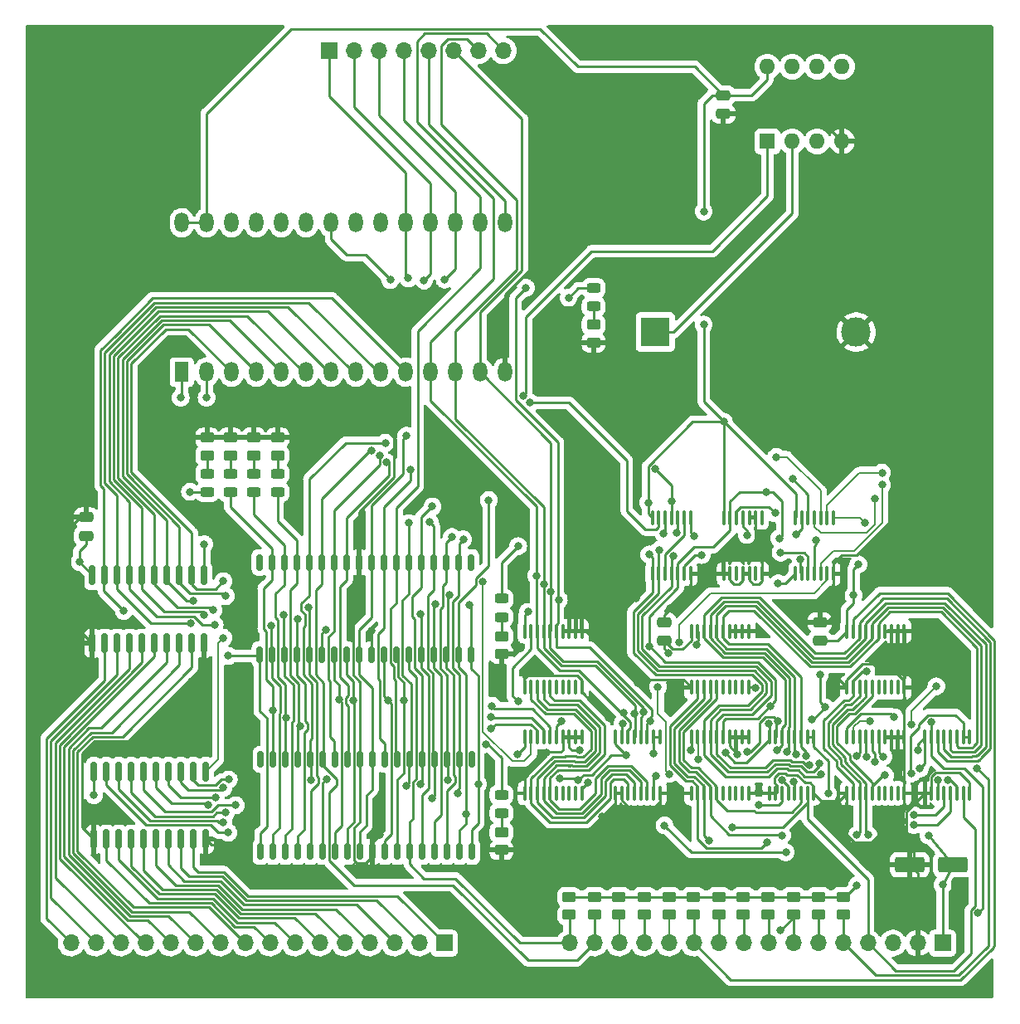
<source format=gbr>
%TF.GenerationSoftware,KiCad,Pcbnew,(6.0.0-0)*%
%TF.CreationDate,2022-02-14T20:56:17-05:00*%
%TF.ProjectId,RAM-MODULE,52414d2d-4d4f-4445-954c-452e6b696361,rev?*%
%TF.SameCoordinates,Original*%
%TF.FileFunction,Copper,L1,Top*%
%TF.FilePolarity,Positive*%
%FSLAX46Y46*%
G04 Gerber Fmt 4.6, Leading zero omitted, Abs format (unit mm)*
G04 Created by KiCad (PCBNEW (6.0.0-0)) date 2022-02-14 20:56:17*
%MOMM*%
%LPD*%
G01*
G04 APERTURE LIST*
G04 Aperture macros list*
%AMRoundRect*
0 Rectangle with rounded corners*
0 $1 Rounding radius*
0 $2 $3 $4 $5 $6 $7 $8 $9 X,Y pos of 4 corners*
0 Add a 4 corners polygon primitive as box body*
4,1,4,$2,$3,$4,$5,$6,$7,$8,$9,$2,$3,0*
0 Add four circle primitives for the rounded corners*
1,1,$1+$1,$2,$3*
1,1,$1+$1,$4,$5*
1,1,$1+$1,$6,$7*
1,1,$1+$1,$8,$9*
0 Add four rect primitives between the rounded corners*
20,1,$1+$1,$2,$3,$4,$5,0*
20,1,$1+$1,$4,$5,$6,$7,0*
20,1,$1+$1,$6,$7,$8,$9,0*
20,1,$1+$1,$8,$9,$2,$3,0*%
G04 Aperture macros list end*
%TA.AperFunction,SMDPad,CuDef*%
%ADD10RoundRect,0.150000X0.150000X-0.837500X0.150000X0.837500X-0.150000X0.837500X-0.150000X-0.837500X0*%
%TD*%
%TA.AperFunction,SMDPad,CuDef*%
%ADD11RoundRect,0.250000X-0.450000X0.262500X-0.450000X-0.262500X0.450000X-0.262500X0.450000X0.262500X0*%
%TD*%
%TA.AperFunction,SMDPad,CuDef*%
%ADD12RoundRect,0.243750X0.456250X-0.243750X0.456250X0.243750X-0.456250X0.243750X-0.456250X-0.243750X0*%
%TD*%
%TA.AperFunction,SMDPad,CuDef*%
%ADD13RoundRect,0.100000X0.100000X-0.637500X0.100000X0.637500X-0.100000X0.637500X-0.100000X-0.637500X0*%
%TD*%
%TA.AperFunction,SMDPad,CuDef*%
%ADD14RoundRect,0.250000X0.450000X-0.262500X0.450000X0.262500X-0.450000X0.262500X-0.450000X-0.262500X0*%
%TD*%
%TA.AperFunction,SMDPad,CuDef*%
%ADD15RoundRect,0.250000X0.475000X-0.250000X0.475000X0.250000X-0.475000X0.250000X-0.475000X-0.250000X0*%
%TD*%
%TA.AperFunction,SMDPad,CuDef*%
%ADD16RoundRect,0.243750X-0.456250X0.243750X-0.456250X-0.243750X0.456250X-0.243750X0.456250X0.243750X0*%
%TD*%
%TA.AperFunction,SMDPad,CuDef*%
%ADD17RoundRect,0.150000X0.150000X-0.700000X0.150000X0.700000X-0.150000X0.700000X-0.150000X-0.700000X0*%
%TD*%
%TA.AperFunction,ComponentPad*%
%ADD18R,1.440000X2.000000*%
%TD*%
%TA.AperFunction,ComponentPad*%
%ADD19O,1.440000X2.000000*%
%TD*%
%TA.AperFunction,SMDPad,CuDef*%
%ADD20RoundRect,0.250000X1.250000X0.550000X-1.250000X0.550000X-1.250000X-0.550000X1.250000X-0.550000X0*%
%TD*%
%TA.AperFunction,ComponentPad*%
%ADD21R,1.600000X1.600000*%
%TD*%
%TA.AperFunction,ComponentPad*%
%ADD22O,1.600000X1.600000*%
%TD*%
%TA.AperFunction,ComponentPad*%
%ADD23R,3.000000X3.000000*%
%TD*%
%TA.AperFunction,ComponentPad*%
%ADD24C,3.000000*%
%TD*%
%TA.AperFunction,SMDPad,CuDef*%
%ADD25RoundRect,0.250000X-0.475000X0.250000X-0.475000X-0.250000X0.475000X-0.250000X0.475000X0.250000X0*%
%TD*%
%TA.AperFunction,ComponentPad*%
%ADD26R,1.700000X1.700000*%
%TD*%
%TA.AperFunction,ComponentPad*%
%ADD27O,1.700000X1.700000*%
%TD*%
%TA.AperFunction,ViaPad*%
%ADD28C,0.800000*%
%TD*%
%TA.AperFunction,Conductor*%
%ADD29C,0.250000*%
%TD*%
%TA.AperFunction,Conductor*%
%ADD30C,0.200000*%
%TD*%
G04 APERTURE END LIST*
D10*
%TO.P,U2,1,OE*%
%TO.N,GND*%
X81632330Y-105911318D03*
%TO.P,U2,2,D0*%
%TO.N,ADDR_BUS0*%
X82902330Y-105911318D03*
%TO.P,U2,3,D1*%
%TO.N,ADDR_BUS1*%
X84172330Y-105911318D03*
%TO.P,U2,4,D2*%
%TO.N,ADDR_BUS2*%
X85442330Y-105911318D03*
%TO.P,U2,5,D3*%
%TO.N,ADDR_BUS3*%
X86712330Y-105911318D03*
%TO.P,U2,6,D4*%
%TO.N,ADDR_BUS4*%
X87982330Y-105911318D03*
%TO.P,U2,7,D5*%
%TO.N,ADDR_BUS5*%
X89252330Y-105911318D03*
%TO.P,U2,8,D6*%
%TO.N,ADDR_BUS6*%
X90522330Y-105911318D03*
%TO.P,U2,9,D7*%
%TO.N,ADDR_BUS7*%
X91792330Y-105911318D03*
%TO.P,U2,10,GND*%
%TO.N,GND*%
X93062330Y-105911318D03*
%TO.P,U2,11,Cp*%
%TO.N,Net-(U16-Pad12)*%
X93062330Y-98986318D03*
%TO.P,U2,12,Q7*%
%TO.N,MAR7*%
X91792330Y-98986318D03*
%TO.P,U2,13,Q6*%
%TO.N,MAR6*%
X90522330Y-98986318D03*
%TO.P,U2,14,Q5*%
%TO.N,MAR5*%
X89252330Y-98986318D03*
%TO.P,U2,15,Q4*%
%TO.N,MAR4*%
X87982330Y-98986318D03*
%TO.P,U2,16,Q3*%
%TO.N,MAR3*%
X86712330Y-98986318D03*
%TO.P,U2,17,Q2*%
%TO.N,MAR2*%
X85442330Y-98986318D03*
%TO.P,U2,18,Q1*%
%TO.N,MAR1*%
X84172330Y-98986318D03*
%TO.P,U2,19,Q0*%
%TO.N,MAR0*%
X82902330Y-98986318D03*
%TO.P,U2,20,VCC*%
%TO.N,+5V*%
X81632330Y-98986318D03*
%TD*%
%TO.P,U4,1,OE*%
%TO.N,GND*%
X81782330Y-125911318D03*
%TO.P,U4,2,D0*%
%TO.N,ADDR_BUS8*%
X83052330Y-125911318D03*
%TO.P,U4,3,D1*%
%TO.N,ADDR_BUS9*%
X84322330Y-125911318D03*
%TO.P,U4,4,D2*%
%TO.N,ADDR_BUS10*%
X85592330Y-125911318D03*
%TO.P,U4,5,D3*%
%TO.N,ADDR_BUS11*%
X86862330Y-125911318D03*
%TO.P,U4,6,D4*%
%TO.N,ADDR_BUS12*%
X88132330Y-125911318D03*
%TO.P,U4,7,D5*%
%TO.N,ADDR_BUS13*%
X89402330Y-125911318D03*
%TO.P,U4,8,D6*%
%TO.N,ADDR_BUS14*%
X90672330Y-125911318D03*
%TO.P,U4,9,D7*%
%TO.N,ADDR_BUS15*%
X91942330Y-125911318D03*
%TO.P,U4,10,GND*%
%TO.N,GND*%
X93212330Y-125911318D03*
%TO.P,U4,11,Cp*%
%TO.N,Net-(U16-Pad12)*%
X93212330Y-118986318D03*
%TO.P,U4,12,Q7*%
%TO.N,MAR15*%
X91942330Y-118986318D03*
%TO.P,U4,13,Q6*%
%TO.N,MAR14*%
X90672330Y-118986318D03*
%TO.P,U4,14,Q5*%
%TO.N,MAR13*%
X89402330Y-118986318D03*
%TO.P,U4,15,Q4*%
%TO.N,MAR12*%
X88132330Y-118986318D03*
%TO.P,U4,16,Q3*%
%TO.N,MAR11*%
X86862330Y-118986318D03*
%TO.P,U4,17,Q2*%
%TO.N,MAR10*%
X85592330Y-118986318D03*
%TO.P,U4,18,Q1*%
%TO.N,MAR9*%
X84322330Y-118986318D03*
%TO.P,U4,19,Q0*%
%TO.N,MAR8*%
X83052330Y-118986318D03*
%TO.P,U4,20,VCC*%
%TO.N,+5V*%
X81782330Y-118986318D03*
%TD*%
D11*
%TO.P,R11,1*%
%TO.N,+5V*%
X153200000Y-131787500D03*
%TO.P,R11,2*%
%TO.N,~{LATCH_CODE_SEGMENT}*%
X153200000Y-133612500D03*
%TD*%
D12*
%TO.P,D7,1,K*%
%TO.N,Net-(D7-Pad1)*%
X123400000Y-123237500D03*
%TO.P,D7,2,A*%
%TO.N,~{ENABLE_RAM_HIGH}*%
X123400000Y-121362500D03*
%TD*%
D13*
%TO.P,U7,1,A->B*%
%TO.N,GND*%
X125772330Y-121211318D03*
%TO.P,U7,2,A0*%
%TO.N,Net-(U6-Pad3)*%
X126422330Y-121211318D03*
%TO.P,U7,3,A1*%
%TO.N,Net-(U6-Pad4)*%
X127072330Y-121211318D03*
%TO.P,U7,4,A2*%
%TO.N,Net-(U6-Pad5)*%
X127722330Y-121211318D03*
%TO.P,U7,5,A3*%
%TO.N,Net-(U6-Pad6)*%
X128372330Y-121211318D03*
%TO.P,U7,6,A4*%
%TO.N,unconnected-(U7-Pad6)*%
X129022330Y-121211318D03*
%TO.P,U7,7,A5*%
%TO.N,unconnected-(U7-Pad7)*%
X129672330Y-121211318D03*
%TO.P,U7,8,A6*%
%TO.N,unconnected-(U7-Pad8)*%
X130322330Y-121211318D03*
%TO.P,U7,9,A7*%
%TO.N,unconnected-(U7-Pad9)*%
X130972330Y-121211318D03*
%TO.P,U7,10,GND*%
%TO.N,GND*%
X131622330Y-121211318D03*
%TO.P,U7,11,B7*%
X131622330Y-115486318D03*
%TO.P,U7,12,B6*%
X130972330Y-115486318D03*
%TO.P,U7,13,B5*%
X130322330Y-115486318D03*
%TO.P,U7,14,B4*%
X129672330Y-115486318D03*
%TO.P,U7,15,B3*%
%TO.N,SEG3*%
X129022330Y-115486318D03*
%TO.P,U7,16,B2*%
%TO.N,SEG2*%
X128372330Y-115486318D03*
%TO.P,U7,17,B1*%
%TO.N,SEG1*%
X127722330Y-115486318D03*
%TO.P,U7,18,B0*%
%TO.N,SEG0*%
X127072330Y-115486318D03*
%TO.P,U7,19,CE*%
%TO.N,USE_DATA_SEGMENT*%
X126422330Y-115486318D03*
%TO.P,U7,20,VCC*%
%TO.N,+5V*%
X125772330Y-115486318D03*
%TD*%
D11*
%TO.P,R15,1*%
%TO.N,GND*%
X98100000Y-84925000D03*
%TO.P,R15,2*%
%TO.N,Net-(D4-Pad1)*%
X98100000Y-86750000D03*
%TD*%
%TO.P,R10,1*%
%TO.N,+5V*%
X150600000Y-131787500D03*
%TO.P,R10,2*%
%TO.N,~{LATCH_STACK_SEGMENT}*%
X150600000Y-133612500D03*
%TD*%
D14*
%TO.P,R20,1*%
%TO.N,GND*%
X132800000Y-75212500D03*
%TO.P,R20,2*%
%TO.N,Net-(D9-Pad1)*%
X132800000Y-73387500D03*
%TD*%
D11*
%TO.P,R16,1*%
%TO.N,GND*%
X95700000Y-84937500D03*
%TO.P,R16,2*%
%TO.N,Net-(D5-Pad1)*%
X95700000Y-86762500D03*
%TD*%
%TO.P,R5,1*%
%TO.N,+5V*%
X138000000Y-131787500D03*
%TO.P,R5,2*%
%TO.N,~{USE_CODE_SEGMENT}*%
X138000000Y-133612500D03*
%TD*%
D13*
%TO.P,U16,1*%
%TO.N,SEG3*%
X153397330Y-98811318D03*
%TO.P,U16,2*%
%TO.N,~{ENABLE_RAM_HIGH}*%
X154047330Y-98811318D03*
%TO.P,U16,3*%
%TO.N,~{ENABLE_ROM}*%
X154697330Y-98811318D03*
%TO.P,U16,4*%
%TO.N,Net-(U16-Pad4)*%
X155347330Y-98811318D03*
%TO.P,U16,5*%
%TO.N,~{USE_CODE_SEGMENT}*%
X155997330Y-98811318D03*
%TO.P,U16,6*%
%TO.N,USE_CODE_SEGMENT*%
X156647330Y-98811318D03*
%TO.P,U16,7,GND*%
%TO.N,GND*%
X157297330Y-98811318D03*
%TO.P,U16,8*%
%TO.N,USE_STACK_SEGMENT*%
X157297330Y-93086318D03*
%TO.P,U16,9*%
%TO.N,~{USE_STACK_SEGMENT}*%
X156647330Y-93086318D03*
%TO.P,U16,10*%
%TO.N,USE_DATA_SEGMENT*%
X155997330Y-93086318D03*
%TO.P,U16,11*%
%TO.N,~{USE_DATA_SEGMENT}*%
X155347330Y-93086318D03*
%TO.P,U16,12*%
%TO.N,Net-(U16-Pad12)*%
X154697330Y-93086318D03*
%TO.P,U16,13*%
%TO.N,~{LATCH_MAR}*%
X154047330Y-93086318D03*
%TO.P,U16,14,VCC*%
%TO.N,+5V*%
X153397330Y-93086318D03*
%TD*%
D15*
%TO.P,C4,1*%
%TO.N,+5V*%
X139997330Y-105648818D03*
%TO.P,C4,2*%
%TO.N,GND*%
X139997330Y-103748818D03*
%TD*%
D16*
%TO.P,D6,1,K*%
%TO.N,Net-(D6-Pad1)*%
X93350000Y-88612500D03*
%TO.P,D6,2,A*%
%TO.N,SEG3*%
X93350000Y-90487500D03*
%TD*%
D14*
%TO.P,R19,1*%
%TO.N,GND*%
X123400000Y-107012500D03*
%TO.P,R19,2*%
%TO.N,Net-(D8-Pad1)*%
X123400000Y-105187500D03*
%TD*%
%TO.P,R18,1*%
%TO.N,GND*%
X123400000Y-127012500D03*
%TO.P,R18,2*%
%TO.N,Net-(D7-Pad1)*%
X123400000Y-125187500D03*
%TD*%
D17*
%TO.P,U5,1,A0*%
%TO.N,MAR0*%
X98802330Y-127148818D03*
%TO.P,U5,2,A1*%
%TO.N,MAR1*%
X100072330Y-127148818D03*
%TO.P,U5,3,A2*%
%TO.N,MAR2*%
X101342330Y-127148818D03*
%TO.P,U5,4,A3*%
%TO.N,MAR3*%
X102612330Y-127148818D03*
%TO.P,U5,5,A4*%
%TO.N,MAR4*%
X103882330Y-127148818D03*
%TO.P,U5,6,~{CE}*%
%TO.N,~{ENABLE_RAM_HIGH}*%
X105152330Y-127148818D03*
%TO.P,U5,7,I/O0*%
%TO.N,BUS0*%
X106422330Y-127148818D03*
%TO.P,U5,8,I/O1*%
%TO.N,BUS1*%
X107692330Y-127148818D03*
%TO.P,U5,9,VDD*%
%TO.N,VCC*%
X108962330Y-127148818D03*
%TO.P,U5,10,GND*%
%TO.N,GND*%
X110232330Y-127148818D03*
%TO.P,U5,11,I/O2*%
%TO.N,BUS2*%
X111502330Y-127148818D03*
%TO.P,U5,12,I/O3*%
%TO.N,BUS3*%
X112772330Y-127148818D03*
%TO.P,U5,13,~{WE}*%
%TO.N,~{WRITE}*%
X114042330Y-127148818D03*
%TO.P,U5,14,A5*%
%TO.N,MAR5*%
X115312330Y-127148818D03*
%TO.P,U5,15,A6*%
%TO.N,MAR6*%
X116582330Y-127148818D03*
%TO.P,U5,16,A7*%
%TO.N,MAR7*%
X117852330Y-127148818D03*
%TO.P,U5,17,A8*%
%TO.N,MAR8*%
X119122330Y-127148818D03*
%TO.P,U5,18,A9*%
%TO.N,MAR9*%
X120392330Y-127148818D03*
%TO.P,U5,19,NC*%
%TO.N,unconnected-(U5-Pad19)*%
X120392330Y-117748818D03*
%TO.P,U5,20,A10*%
%TO.N,MAR10*%
X119122330Y-117748818D03*
%TO.P,U5,21,A11*%
%TO.N,MAR11*%
X117852330Y-117748818D03*
%TO.P,U5,22,A12*%
%TO.N,MAR12*%
X116582330Y-117748818D03*
%TO.P,U5,23,A13*%
%TO.N,MAR13*%
X115312330Y-117748818D03*
%TO.P,U5,24,A14*%
%TO.N,MAR14*%
X114042330Y-117748818D03*
%TO.P,U5,25,I/O4*%
%TO.N,BUS4*%
X112772330Y-117748818D03*
%TO.P,U5,26,I/O5*%
%TO.N,BUS5*%
X111502330Y-117748818D03*
%TO.P,U5,27,VDD*%
%TO.N,VCC*%
X110232330Y-117748818D03*
%TO.P,U5,28,GND*%
%TO.N,GND*%
X108962330Y-117748818D03*
%TO.P,U5,29,I/O6*%
%TO.N,BUS6*%
X107692330Y-117748818D03*
%TO.P,U5,30,I/O7*%
%TO.N,BUS7*%
X106422330Y-117748818D03*
%TO.P,U5,31,~{OE}*%
%TO.N,~{READ}*%
X105152330Y-117748818D03*
%TO.P,U5,32,A15*%
%TO.N,MAR15*%
X103882330Y-117748818D03*
%TO.P,U5,33,A16*%
%TO.N,SEG0*%
X102612330Y-117748818D03*
%TO.P,U5,34,A17*%
%TO.N,SEG1*%
X101342330Y-117748818D03*
%TO.P,U5,35,A18*%
%TO.N,SEG2*%
X100072330Y-117748818D03*
%TO.P,U5,36,NC*%
%TO.N,unconnected-(U5-Pad36)*%
X98802330Y-117748818D03*
%TD*%
D13*
%TO.P,U11,1,A->B*%
%TO.N,GND*%
X142772330Y-110411318D03*
%TO.P,U11,2,A0*%
%TO.N,Net-(U10-Pad2)*%
X143422330Y-110411318D03*
%TO.P,U11,3,A1*%
%TO.N,Net-(U10-Pad3)*%
X144072330Y-110411318D03*
%TO.P,U11,4,A2*%
%TO.N,Net-(U10-Pad4)*%
X144722330Y-110411318D03*
%TO.P,U11,5,A3*%
%TO.N,Net-(U10-Pad5)*%
X145372330Y-110411318D03*
%TO.P,U11,6,A4*%
%TO.N,unconnected-(U11-Pad6)*%
X146022330Y-110411318D03*
%TO.P,U11,7,A5*%
%TO.N,unconnected-(U11-Pad7)*%
X146672330Y-110411318D03*
%TO.P,U11,8,A6*%
%TO.N,unconnected-(U11-Pad8)*%
X147322330Y-110411318D03*
%TO.P,U11,9,A7*%
%TO.N,unconnected-(U11-Pad9)*%
X147972330Y-110411318D03*
%TO.P,U11,10,GND*%
%TO.N,GND*%
X148622330Y-110411318D03*
%TO.P,U11,11,B7*%
X148622330Y-104686318D03*
%TO.P,U11,12,B6*%
X147972330Y-104686318D03*
%TO.P,U11,13,B5*%
X147322330Y-104686318D03*
%TO.P,U11,14,B4*%
X146672330Y-104686318D03*
%TO.P,U11,15,B3*%
%TO.N,BUS3*%
X146022330Y-104686318D03*
%TO.P,U11,16,B2*%
%TO.N,BUS2*%
X145372330Y-104686318D03*
%TO.P,U11,17,B1*%
%TO.N,BUS1*%
X144722330Y-104686318D03*
%TO.P,U11,18,B0*%
%TO.N,BUS0*%
X144072330Y-104686318D03*
%TO.P,U11,19,CE*%
%TO.N,~{CODE_SEGMENT_OUT}*%
X143422330Y-104686318D03*
%TO.P,U11,20,VCC*%
%TO.N,+5V*%
X142772330Y-104686318D03*
%TD*%
D18*
%TO.P,U1,1,A14*%
%TO.N,MAR14*%
X90757330Y-78241318D03*
D19*
%TO.P,U1,2,A12*%
%TO.N,MAR12*%
X93297330Y-78241318D03*
%TO.P,U1,3,A7*%
%TO.N,MAR7*%
X95837330Y-78241318D03*
%TO.P,U1,4,A6*%
%TO.N,MAR6*%
X98377330Y-78241318D03*
%TO.P,U1,5,A5*%
%TO.N,MAR5*%
X100917330Y-78241318D03*
%TO.P,U1,6,A4*%
%TO.N,MAR4*%
X103457330Y-78241318D03*
%TO.P,U1,7,A3*%
%TO.N,MAR3*%
X105997330Y-78241318D03*
%TO.P,U1,8,A2*%
%TO.N,MAR2*%
X108537330Y-78241318D03*
%TO.P,U1,9,A1*%
%TO.N,MAR1*%
X111077330Y-78241318D03*
%TO.P,U1,10,A0*%
%TO.N,MAR0*%
X113617330Y-78241318D03*
%TO.P,U1,11,D0*%
%TO.N,BUS0*%
X116157330Y-78241318D03*
%TO.P,U1,12,D1*%
%TO.N,BUS1*%
X118697330Y-78241318D03*
%TO.P,U1,13,D2*%
%TO.N,BUS2*%
X121237330Y-78241318D03*
%TO.P,U1,14,GND*%
%TO.N,GND*%
X123777330Y-78241318D03*
%TO.P,U1,15,D3*%
%TO.N,BUS3*%
X123777330Y-63001318D03*
%TO.P,U1,16,D4*%
%TO.N,BUS4*%
X121237330Y-63001318D03*
%TO.P,U1,17,D5*%
%TO.N,BUS5*%
X118697330Y-63001318D03*
%TO.P,U1,18,D6*%
%TO.N,BUS6*%
X116157330Y-63001318D03*
%TO.P,U1,19,D7*%
%TO.N,BUS7*%
X113617330Y-63001318D03*
%TO.P,U1,20,~{CS}*%
%TO.N,~{ENABLE_ROM}*%
X111077330Y-63001318D03*
%TO.P,U1,21,A10*%
%TO.N,MAR10*%
X108537330Y-63001318D03*
%TO.P,U1,22,~{OE}*%
%TO.N,~{READ}*%
X105997330Y-63001318D03*
%TO.P,U1,23,A11*%
%TO.N,MAR11*%
X103457330Y-63001318D03*
%TO.P,U1,24,A9*%
%TO.N,MAR9*%
X100917330Y-63001318D03*
%TO.P,U1,25,A8*%
%TO.N,MAR8*%
X98377330Y-63001318D03*
%TO.P,U1,26,A13*%
%TO.N,MAR13*%
X95837330Y-63001318D03*
%TO.P,U1,27,~{WE}*%
%TO.N,+5V*%
X93297330Y-63001318D03*
%TO.P,U1,28,VCC*%
X90757330Y-63001318D03*
%TD*%
D11*
%TO.P,R7,1*%
%TO.N,+5V*%
X143000000Y-131787500D03*
%TO.P,R7,2*%
%TO.N,~{STACK_SEGMENT_OUT}*%
X143000000Y-133612500D03*
%TD*%
%TO.P,R14,1*%
%TO.N,GND*%
X100550000Y-84937500D03*
%TO.P,R14,2*%
%TO.N,Net-(D3-Pad1)*%
X100550000Y-86762500D03*
%TD*%
D20*
%TO.P,C5,1*%
%TO.N,+5V*%
X169480000Y-128500000D03*
%TO.P,C5,2*%
%TO.N,GND*%
X165080000Y-128500000D03*
%TD*%
D13*
%TO.P,U13,1,A->B*%
%TO.N,GND*%
X158672330Y-121211318D03*
%TO.P,U13,2,A0*%
%TO.N,Net-(U12-Pad3)*%
X159322330Y-121211318D03*
%TO.P,U13,3,A1*%
%TO.N,Net-(U12-Pad4)*%
X159972330Y-121211318D03*
%TO.P,U13,4,A2*%
%TO.N,Net-(U12-Pad5)*%
X160622330Y-121211318D03*
%TO.P,U13,5,A3*%
%TO.N,Net-(U12-Pad6)*%
X161272330Y-121211318D03*
%TO.P,U13,6,A4*%
%TO.N,unconnected-(U13-Pad6)*%
X161922330Y-121211318D03*
%TO.P,U13,7,A5*%
%TO.N,unconnected-(U13-Pad7)*%
X162572330Y-121211318D03*
%TO.P,U13,8,A6*%
%TO.N,unconnected-(U13-Pad8)*%
X163222330Y-121211318D03*
%TO.P,U13,9,A7*%
%TO.N,unconnected-(U13-Pad9)*%
X163872330Y-121211318D03*
%TO.P,U13,10,GND*%
%TO.N,GND*%
X164522330Y-121211318D03*
%TO.P,U13,11,B7*%
X164522330Y-115486318D03*
%TO.P,U13,12,B6*%
X163872330Y-115486318D03*
%TO.P,U13,13,B5*%
X163222330Y-115486318D03*
%TO.P,U13,14,B4*%
X162572330Y-115486318D03*
%TO.P,U13,15,B3*%
%TO.N,SEG3*%
X161922330Y-115486318D03*
%TO.P,U13,16,B2*%
%TO.N,SEG2*%
X161272330Y-115486318D03*
%TO.P,U13,17,B1*%
%TO.N,SEG1*%
X160622330Y-115486318D03*
%TO.P,U13,18,B0*%
%TO.N,SEG0*%
X159972330Y-115486318D03*
%TO.P,U13,19,CE*%
%TO.N,USE_STACK_SEGMENT*%
X159322330Y-115486318D03*
%TO.P,U13,20,VCC*%
%TO.N,+5V*%
X158672330Y-115486318D03*
%TD*%
D17*
%TO.P,U3,1,A0*%
%TO.N,MAR0*%
X98702330Y-107048818D03*
%TO.P,U3,2,A1*%
%TO.N,MAR1*%
X99972330Y-107048818D03*
%TO.P,U3,3,A2*%
%TO.N,MAR2*%
X101242330Y-107048818D03*
%TO.P,U3,4,A3*%
%TO.N,MAR3*%
X102512330Y-107048818D03*
%TO.P,U3,5,A4*%
%TO.N,MAR4*%
X103782330Y-107048818D03*
%TO.P,U3,6,~{CE}*%
%TO.N,~{ENABLE_RAM_LOW}*%
X105052330Y-107048818D03*
%TO.P,U3,7,I/O0*%
%TO.N,BUS0*%
X106322330Y-107048818D03*
%TO.P,U3,8,I/O1*%
%TO.N,BUS1*%
X107592330Y-107048818D03*
%TO.P,U3,9,VDD*%
%TO.N,VCC*%
X108862330Y-107048818D03*
%TO.P,U3,10,GND*%
%TO.N,GND*%
X110132330Y-107048818D03*
%TO.P,U3,11,I/O2*%
%TO.N,BUS2*%
X111402330Y-107048818D03*
%TO.P,U3,12,I/O3*%
%TO.N,BUS3*%
X112672330Y-107048818D03*
%TO.P,U3,13,~{WE}*%
%TO.N,~{WRITE}*%
X113942330Y-107048818D03*
%TO.P,U3,14,A5*%
%TO.N,MAR5*%
X115212330Y-107048818D03*
%TO.P,U3,15,A6*%
%TO.N,MAR6*%
X116482330Y-107048818D03*
%TO.P,U3,16,A7*%
%TO.N,MAR7*%
X117752330Y-107048818D03*
%TO.P,U3,17,A8*%
%TO.N,MAR8*%
X119022330Y-107048818D03*
%TO.P,U3,18,A9*%
%TO.N,MAR9*%
X120292330Y-107048818D03*
%TO.P,U3,19,NC*%
%TO.N,unconnected-(U3-Pad19)*%
X120292330Y-97648818D03*
%TO.P,U3,20,A10*%
%TO.N,MAR10*%
X119022330Y-97648818D03*
%TO.P,U3,21,A11*%
%TO.N,MAR11*%
X117752330Y-97648818D03*
%TO.P,U3,22,A12*%
%TO.N,MAR12*%
X116482330Y-97648818D03*
%TO.P,U3,23,A13*%
%TO.N,MAR13*%
X115212330Y-97648818D03*
%TO.P,U3,24,A14*%
%TO.N,MAR14*%
X113942330Y-97648818D03*
%TO.P,U3,25,I/O4*%
%TO.N,BUS4*%
X112672330Y-97648818D03*
%TO.P,U3,26,I/O5*%
%TO.N,BUS5*%
X111402330Y-97648818D03*
%TO.P,U3,27,VDD*%
%TO.N,VCC*%
X110132330Y-97648818D03*
%TO.P,U3,28,GND*%
%TO.N,GND*%
X108862330Y-97648818D03*
%TO.P,U3,29,I/O6*%
%TO.N,BUS6*%
X107592330Y-97648818D03*
%TO.P,U3,30,I/O7*%
%TO.N,BUS7*%
X106322330Y-97648818D03*
%TO.P,U3,31,~{OE}*%
%TO.N,~{READ}*%
X105052330Y-97648818D03*
%TO.P,U3,32,A15*%
%TO.N,MAR15*%
X103782330Y-97648818D03*
%TO.P,U3,33,A16*%
%TO.N,SEG0*%
X102512330Y-97648818D03*
%TO.P,U3,34,A17*%
%TO.N,SEG1*%
X101242330Y-97648818D03*
%TO.P,U3,35,A18*%
%TO.N,SEG2*%
X99972330Y-97648818D03*
%TO.P,U3,36,NC*%
%TO.N,unconnected-(U3-Pad36)*%
X98702330Y-97648818D03*
%TD*%
D21*
%TO.P,U18,1,VO*%
%TO.N,VCC*%
X150547330Y-54698818D03*
D22*
%TO.P,U18,2,Vs*%
%TO.N,Net-(BT1-Pad1)*%
X153087330Y-54698818D03*
%TO.P,U18,3,SBar*%
%TO.N,unconnected-(U18-Pad3)*%
X155627330Y-54698818D03*
%TO.P,U18,4,Gnd*%
%TO.N,GND*%
X158167330Y-54698818D03*
%TO.P,U18,5,nc*%
%TO.N,unconnected-(U18-Pad5)*%
X158167330Y-47078818D03*
%TO.P,U18,6,PBar*%
%TO.N,unconnected-(U18-Pad6)*%
X155627330Y-47078818D03*
%TO.P,U18,7,nc*%
%TO.N,unconnected-(U18-Pad7)*%
X153087330Y-47078818D03*
%TO.P,U18,8,Vp*%
%TO.N,+5V*%
X150547330Y-47078818D03*
%TD*%
D11*
%TO.P,R13,1*%
%TO.N,+5V*%
X158300000Y-131787500D03*
%TO.P,R13,2*%
%TO.N,~{LATCH_MAR}*%
X158300000Y-133612500D03*
%TD*%
D15*
%TO.P,C3,1*%
%TO.N,+5V*%
X80997330Y-94948818D03*
%TO.P,C3,2*%
%TO.N,GND*%
X80997330Y-93048818D03*
%TD*%
D16*
%TO.P,D5,1,K*%
%TO.N,Net-(D5-Pad1)*%
X95700000Y-88612500D03*
%TO.P,D5,2,A*%
%TO.N,SEG2*%
X95700000Y-90487500D03*
%TD*%
D13*
%TO.P,U12,1,Oe1*%
%TO.N,GND*%
X166642330Y-121211318D03*
%TO.P,U12,2,Oe2*%
X167292330Y-121211318D03*
%TO.P,U12,3,Q0*%
%TO.N,Net-(U12-Pad3)*%
X167942330Y-121211318D03*
%TO.P,U12,4,Q1*%
%TO.N,Net-(U12-Pad4)*%
X168592330Y-121211318D03*
%TO.P,U12,5,Q2*%
%TO.N,Net-(U12-Pad5)*%
X169242330Y-121211318D03*
%TO.P,U12,6,Q3*%
%TO.N,Net-(U12-Pad6)*%
X169892330Y-121211318D03*
%TO.P,U12,7,Cp*%
%TO.N,CLOCK*%
X170542330Y-121211318D03*
%TO.P,U12,8,GND*%
%TO.N,GND*%
X171192330Y-121211318D03*
%TO.P,U12,9,E1*%
%TO.N,~{LATCH_STACK_SEGMENT}*%
X171192330Y-115486318D03*
%TO.P,U12,10,E2*%
X170542330Y-115486318D03*
%TO.P,U12,11,D3*%
%TO.N,BUS3*%
X169892330Y-115486318D03*
%TO.P,U12,12,D2*%
%TO.N,BUS2*%
X169242330Y-115486318D03*
%TO.P,U12,13,D1*%
%TO.N,BUS1*%
X168592330Y-115486318D03*
%TO.P,U12,14,D0*%
%TO.N,BUS0*%
X167942330Y-115486318D03*
%TO.P,U12,15,Mr*%
%TO.N,RESET*%
X167292330Y-115486318D03*
%TO.P,U12,16,VCC*%
%TO.N,+5V*%
X166642330Y-115486318D03*
%TD*%
D12*
%TO.P,D9,1,K*%
%TO.N,Net-(D9-Pad1)*%
X132800000Y-71537500D03*
%TO.P,D9,2,A*%
%TO.N,~{ENABLE_ROM}*%
X132800000Y-69662500D03*
%TD*%
D11*
%TO.P,R2,1*%
%TO.N,+5V*%
X130300000Y-131787500D03*
%TO.P,R2,2*%
%TO.N,~{WRITE}*%
X130300000Y-133612500D03*
%TD*%
D23*
%TO.P,BT1,1,+*%
%TO.N,Net-(BT1-Pad1)*%
X139121250Y-74148818D03*
D24*
%TO.P,BT1,2,-*%
%TO.N,GND*%
X159611250Y-74148818D03*
%TD*%
D11*
%TO.P,R17,1*%
%TO.N,GND*%
X93350000Y-84937500D03*
%TO.P,R17,2*%
%TO.N,Net-(D6-Pad1)*%
X93350000Y-86762500D03*
%TD*%
D16*
%TO.P,D4,1,K*%
%TO.N,Net-(D4-Pad1)*%
X98100000Y-88612500D03*
%TO.P,D4,2,A*%
%TO.N,SEG1*%
X98100000Y-90487500D03*
%TD*%
D11*
%TO.P,R6,1*%
%TO.N,+5V*%
X140500000Y-131787500D03*
%TO.P,R6,2*%
%TO.N,~{USE_DATA_SEGMENT}*%
X140500000Y-133612500D03*
%TD*%
D25*
%TO.P,C1,1*%
%TO.N,+5V*%
X146047330Y-49998818D03*
%TO.P,C1,2*%
%TO.N,GND*%
X146047330Y-51898818D03*
%TD*%
D13*
%TO.P,U8,1,A->B*%
%TO.N,GND*%
X125772330Y-110411318D03*
%TO.P,U8,2,A0*%
%TO.N,Net-(U6-Pad3)*%
X126422330Y-110411318D03*
%TO.P,U8,3,A1*%
%TO.N,Net-(U6-Pad4)*%
X127072330Y-110411318D03*
%TO.P,U8,4,A2*%
%TO.N,Net-(U6-Pad5)*%
X127722330Y-110411318D03*
%TO.P,U8,5,A3*%
%TO.N,Net-(U6-Pad6)*%
X128372330Y-110411318D03*
%TO.P,U8,6,A4*%
%TO.N,unconnected-(U8-Pad6)*%
X129022330Y-110411318D03*
%TO.P,U8,7,A5*%
%TO.N,unconnected-(U8-Pad7)*%
X129672330Y-110411318D03*
%TO.P,U8,8,A6*%
%TO.N,unconnected-(U8-Pad8)*%
X130322330Y-110411318D03*
%TO.P,U8,9,A7*%
%TO.N,unconnected-(U8-Pad9)*%
X130972330Y-110411318D03*
%TO.P,U8,10,GND*%
%TO.N,GND*%
X131622330Y-110411318D03*
%TO.P,U8,11,B7*%
X131622330Y-104686318D03*
%TO.P,U8,12,B6*%
X130972330Y-104686318D03*
%TO.P,U8,13,B5*%
X130322330Y-104686318D03*
%TO.P,U8,14,B4*%
X129672330Y-104686318D03*
%TO.P,U8,15,B3*%
%TO.N,BUS3*%
X129022330Y-104686318D03*
%TO.P,U8,16,B2*%
%TO.N,BUS2*%
X128372330Y-104686318D03*
%TO.P,U8,17,B1*%
%TO.N,BUS1*%
X127722330Y-104686318D03*
%TO.P,U8,18,B0*%
%TO.N,BUS0*%
X127072330Y-104686318D03*
%TO.P,U8,19,CE*%
%TO.N,~{DATA_SEGMENT_OUT}*%
X126422330Y-104686318D03*
%TO.P,U8,20,VCC*%
%TO.N,+5V*%
X125772330Y-104686318D03*
%TD*%
D11*
%TO.P,R9,1*%
%TO.N,+5V*%
X148100000Y-131787500D03*
%TO.P,R9,2*%
%TO.N,~{DATA_SEGMENT_OUT}*%
X148100000Y-133612500D03*
%TD*%
D13*
%TO.P,U14,1,A->B*%
%TO.N,GND*%
X158672330Y-110411318D03*
%TO.P,U14,2,A0*%
%TO.N,Net-(U12-Pad3)*%
X159322330Y-110411318D03*
%TO.P,U14,3,A1*%
%TO.N,Net-(U12-Pad4)*%
X159972330Y-110411318D03*
%TO.P,U14,4,A2*%
%TO.N,Net-(U12-Pad5)*%
X160622330Y-110411318D03*
%TO.P,U14,5,A3*%
%TO.N,Net-(U12-Pad6)*%
X161272330Y-110411318D03*
%TO.P,U14,6,A4*%
%TO.N,unconnected-(U14-Pad6)*%
X161922330Y-110411318D03*
%TO.P,U14,7,A5*%
%TO.N,unconnected-(U14-Pad7)*%
X162572330Y-110411318D03*
%TO.P,U14,8,A6*%
%TO.N,unconnected-(U14-Pad8)*%
X163222330Y-110411318D03*
%TO.P,U14,9,A7*%
%TO.N,unconnected-(U14-Pad9)*%
X163872330Y-110411318D03*
%TO.P,U14,10,GND*%
%TO.N,GND*%
X164522330Y-110411318D03*
%TO.P,U14,11,B7*%
X164522330Y-104686318D03*
%TO.P,U14,12,B6*%
X163872330Y-104686318D03*
%TO.P,U14,13,B5*%
X163222330Y-104686318D03*
%TO.P,U14,14,B4*%
X162572330Y-104686318D03*
%TO.P,U14,15,B3*%
%TO.N,BUS3*%
X161922330Y-104686318D03*
%TO.P,U14,16,B2*%
%TO.N,BUS2*%
X161272330Y-104686318D03*
%TO.P,U14,17,B1*%
%TO.N,BUS1*%
X160622330Y-104686318D03*
%TO.P,U14,18,B0*%
%TO.N,BUS0*%
X159972330Y-104686318D03*
%TO.P,U14,19,CE*%
%TO.N,~{STACK_SEGMENT_OUT}*%
X159322330Y-104686318D03*
%TO.P,U14,20,VCC*%
%TO.N,+5V*%
X158672330Y-104686318D03*
%TD*%
%TO.P,U10,1,A->B*%
%TO.N,GND*%
X142772330Y-121211318D03*
%TO.P,U10,2,A0*%
%TO.N,Net-(U10-Pad2)*%
X143422330Y-121211318D03*
%TO.P,U10,3,A1*%
%TO.N,Net-(U10-Pad3)*%
X144072330Y-121211318D03*
%TO.P,U10,4,A2*%
%TO.N,Net-(U10-Pad4)*%
X144722330Y-121211318D03*
%TO.P,U10,5,A3*%
%TO.N,Net-(U10-Pad5)*%
X145372330Y-121211318D03*
%TO.P,U10,6,A4*%
%TO.N,unconnected-(U10-Pad6)*%
X146022330Y-121211318D03*
%TO.P,U10,7,A5*%
%TO.N,unconnected-(U10-Pad7)*%
X146672330Y-121211318D03*
%TO.P,U10,8,A6*%
%TO.N,unconnected-(U10-Pad8)*%
X147322330Y-121211318D03*
%TO.P,U10,9,A7*%
%TO.N,unconnected-(U10-Pad9)*%
X147972330Y-121211318D03*
%TO.P,U10,10,GND*%
%TO.N,GND*%
X148622330Y-121211318D03*
%TO.P,U10,11,B7*%
X148622330Y-115486318D03*
%TO.P,U10,12,B6*%
X147972330Y-115486318D03*
%TO.P,U10,13,B5*%
X147322330Y-115486318D03*
%TO.P,U10,14,B4*%
X146672330Y-115486318D03*
%TO.P,U10,15,B3*%
%TO.N,SEG3*%
X146022330Y-115486318D03*
%TO.P,U10,16,B2*%
%TO.N,SEG2*%
X145372330Y-115486318D03*
%TO.P,U10,17,B1*%
%TO.N,SEG1*%
X144722330Y-115486318D03*
%TO.P,U10,18,B0*%
%TO.N,SEG0*%
X144072330Y-115486318D03*
%TO.P,U10,19,CE*%
%TO.N,USE_CODE_SEGMENT*%
X143422330Y-115486318D03*
%TO.P,U10,20,VCC*%
%TO.N,+5V*%
X142772330Y-115486318D03*
%TD*%
D15*
%TO.P,C2,1*%
%TO.N,+5V*%
X155897330Y-105648818D03*
%TO.P,C2,2*%
%TO.N,GND*%
X155897330Y-103748818D03*
%TD*%
D13*
%TO.P,U9,1,Oe1*%
%TO.N,GND*%
X150742330Y-121211318D03*
%TO.P,U9,2,Oe2*%
X151392330Y-121211318D03*
%TO.P,U9,3,Q0*%
%TO.N,Net-(U10-Pad2)*%
X152042330Y-121211318D03*
%TO.P,U9,4,Q1*%
%TO.N,Net-(U10-Pad3)*%
X152692330Y-121211318D03*
%TO.P,U9,5,Q2*%
%TO.N,Net-(U10-Pad4)*%
X153342330Y-121211318D03*
%TO.P,U9,6,Q3*%
%TO.N,Net-(U10-Pad5)*%
X153992330Y-121211318D03*
%TO.P,U9,7,Cp*%
%TO.N,CLOCK*%
X154642330Y-121211318D03*
%TO.P,U9,8,GND*%
%TO.N,GND*%
X155292330Y-121211318D03*
%TO.P,U9,9,E1*%
%TO.N,~{LATCH_CODE_SEGMENT}*%
X155292330Y-115486318D03*
%TO.P,U9,10,E2*%
X154642330Y-115486318D03*
%TO.P,U9,11,D3*%
%TO.N,BUS3*%
X153992330Y-115486318D03*
%TO.P,U9,12,D2*%
%TO.N,BUS2*%
X153342330Y-115486318D03*
%TO.P,U9,13,D1*%
%TO.N,BUS1*%
X152692330Y-115486318D03*
%TO.P,U9,14,D0*%
%TO.N,BUS0*%
X152042330Y-115486318D03*
%TO.P,U9,15,Mr*%
%TO.N,RESET*%
X151392330Y-115486318D03*
%TO.P,U9,16,VCC*%
%TO.N,+5V*%
X150742330Y-115486318D03*
%TD*%
%TO.P,U6,1,Oe1*%
%TO.N,GND*%
X135022330Y-121211318D03*
%TO.P,U6,2,Oe2*%
X135672330Y-121211318D03*
%TO.P,U6,3,Q0*%
%TO.N,Net-(U6-Pad3)*%
X136322330Y-121211318D03*
%TO.P,U6,4,Q1*%
%TO.N,Net-(U6-Pad4)*%
X136972330Y-121211318D03*
%TO.P,U6,5,Q2*%
%TO.N,Net-(U6-Pad5)*%
X137622330Y-121211318D03*
%TO.P,U6,6,Q3*%
%TO.N,Net-(U6-Pad6)*%
X138272330Y-121211318D03*
%TO.P,U6,7,Cp*%
%TO.N,CLOCK*%
X138922330Y-121211318D03*
%TO.P,U6,8,GND*%
%TO.N,GND*%
X139572330Y-121211318D03*
%TO.P,U6,9,E1*%
%TO.N,~{LATCH_DATA_SEGMENT}*%
X139572330Y-115486318D03*
%TO.P,U6,10,E2*%
X138922330Y-115486318D03*
%TO.P,U6,11,D3*%
%TO.N,BUS3*%
X138272330Y-115486318D03*
%TO.P,U6,12,D2*%
%TO.N,BUS2*%
X137622330Y-115486318D03*
%TO.P,U6,13,D1*%
%TO.N,BUS1*%
X136972330Y-115486318D03*
%TO.P,U6,14,D0*%
%TO.N,BUS0*%
X136322330Y-115486318D03*
%TO.P,U6,15,Mr*%
%TO.N,RESET*%
X135672330Y-115486318D03*
%TO.P,U6,16,VCC*%
%TO.N,+5V*%
X135022330Y-115486318D03*
%TD*%
D11*
%TO.P,R3,1*%
%TO.N,+5V*%
X132900000Y-131787500D03*
%TO.P,R3,2*%
%TO.N,~{READ}*%
X132900000Y-133612500D03*
%TD*%
D13*
%TO.P,U17,1*%
%TO.N,GND*%
X146097330Y-98811318D03*
%TO.P,U17,2*%
X146747330Y-98811318D03*
%TO.P,U17,3*%
%TO.N,unconnected-(U17-Pad3)*%
X147397330Y-98811318D03*
%TO.P,U17,4*%
%TO.N,GND*%
X148047330Y-98811318D03*
%TO.P,U17,5*%
X148697330Y-98811318D03*
%TO.P,U17,6*%
%TO.N,unconnected-(U17-Pad6)*%
X149347330Y-98811318D03*
%TO.P,U17,7,GND*%
%TO.N,GND*%
X149997330Y-98811318D03*
%TO.P,U17,8*%
%TO.N,unconnected-(U17-Pad8)*%
X149997330Y-93086318D03*
%TO.P,U17,9*%
%TO.N,GND*%
X149347330Y-93086318D03*
%TO.P,U17,10*%
X148697330Y-93086318D03*
%TO.P,U17,11*%
%TO.N,~{ENABLE_RAM_LOW}*%
X148047330Y-93086318D03*
%TO.P,U17,12*%
%TO.N,Net-(U16-Pad4)*%
X147397330Y-93086318D03*
%TO.P,U17,13*%
%TO.N,SEG3*%
X146747330Y-93086318D03*
%TO.P,U17,14,VCC*%
%TO.N,+5V*%
X146097330Y-93086318D03*
%TD*%
%TO.P,U15,1*%
%TO.N,SEG0*%
X138797330Y-98811318D03*
%TO.P,U15,2*%
%TO.N,SEG1*%
X139447330Y-98811318D03*
%TO.P,U15,3*%
%TO.N,Net-(U15-Pad3)*%
X140097330Y-98811318D03*
%TO.P,U15,4*%
%TO.N,SEG2*%
X140747330Y-98811318D03*
%TO.P,U15,5*%
%TO.N,SEG3*%
X141397330Y-98811318D03*
%TO.P,U15,6*%
%TO.N,Net-(U15-Pad10)*%
X142047330Y-98811318D03*
%TO.P,U15,7,GND*%
%TO.N,GND*%
X142697330Y-98811318D03*
%TO.P,U15,8*%
%TO.N,Net-(U15-Pad12)*%
X142697330Y-93086318D03*
%TO.P,U15,9*%
%TO.N,Net-(U15-Pad3)*%
X142047330Y-93086318D03*
%TO.P,U15,10*%
%TO.N,Net-(U15-Pad10)*%
X141397330Y-93086318D03*
%TO.P,U15,11*%
%TO.N,~{ENABLE_ROM}*%
X140747330Y-93086318D03*
%TO.P,U15,12*%
%TO.N,Net-(U15-Pad12)*%
X140097330Y-93086318D03*
%TO.P,U15,13*%
%TO.N,MAR15*%
X139447330Y-93086318D03*
%TO.P,U15,14,VCC*%
%TO.N,+5V*%
X138797330Y-93086318D03*
%TD*%
D16*
%TO.P,D3,1,K*%
%TO.N,Net-(D3-Pad1)*%
X100550000Y-88612500D03*
%TO.P,D3,2,A*%
%TO.N,SEG0*%
X100550000Y-90487500D03*
%TD*%
D11*
%TO.P,R4,1*%
%TO.N,+5V*%
X135400000Y-131787500D03*
%TO.P,R4,2*%
%TO.N,~{USE_STACK_SEGMENT}*%
X135400000Y-133612500D03*
%TD*%
%TO.P,R8,1*%
%TO.N,+5V*%
X145600000Y-131787500D03*
%TO.P,R8,2*%
%TO.N,~{CODE_SEGMENT_OUT}*%
X145600000Y-133612500D03*
%TD*%
D12*
%TO.P,D8,1,K*%
%TO.N,Net-(D8-Pad1)*%
X123400000Y-103237500D03*
%TO.P,D8,2,A*%
%TO.N,~{ENABLE_RAM_LOW}*%
X123400000Y-101362500D03*
%TD*%
D11*
%TO.P,R12,1*%
%TO.N,+5V*%
X155800000Y-131787500D03*
%TO.P,R12,2*%
%TO.N,~{LATCH_DATA_SEGMENT}*%
X155800000Y-133612500D03*
%TD*%
D26*
%TO.P,J3,1,Pin_1*%
%TO.N,+5V*%
X168437330Y-136498818D03*
D27*
%TO.P,J3,2,Pin_2*%
%TO.N,GND*%
X165897330Y-136498818D03*
%TO.P,J3,3,Pin_3*%
%TO.N,RESET*%
X163357330Y-136498818D03*
%TO.P,J3,4,Pin_4*%
%TO.N,CLOCK*%
X160817330Y-136498818D03*
%TO.P,J3,5,Pin_5*%
%TO.N,~{LATCH_MAR}*%
X158277330Y-136498818D03*
%TO.P,J3,6,Pin_6*%
%TO.N,~{LATCH_DATA_SEGMENT}*%
X155737330Y-136498818D03*
%TO.P,J3,7,Pin_7*%
%TO.N,~{LATCH_CODE_SEGMENT}*%
X153197330Y-136498818D03*
%TO.P,J3,8,Pin_8*%
%TO.N,~{LATCH_STACK_SEGMENT}*%
X150657330Y-136498818D03*
%TO.P,J3,9,Pin_9*%
%TO.N,~{DATA_SEGMENT_OUT}*%
X148117330Y-136498818D03*
%TO.P,J3,10,Pin_10*%
%TO.N,~{CODE_SEGMENT_OUT}*%
X145577330Y-136498818D03*
%TO.P,J3,11,Pin_11*%
%TO.N,~{STACK_SEGMENT_OUT}*%
X143037330Y-136498818D03*
%TO.P,J3,12,Pin_12*%
%TO.N,~{USE_DATA_SEGMENT}*%
X140497330Y-136498818D03*
%TO.P,J3,13,Pin_13*%
%TO.N,~{USE_CODE_SEGMENT}*%
X137957330Y-136498818D03*
%TO.P,J3,14,Pin_14*%
%TO.N,~{USE_STACK_SEGMENT}*%
X135417330Y-136498818D03*
%TO.P,J3,15,Pin_15*%
%TO.N,~{READ}*%
X132877330Y-136498818D03*
%TO.P,J3,16,Pin_16*%
%TO.N,~{WRITE}*%
X130337330Y-136498818D03*
%TD*%
D26*
%TO.P,J2,1,Pin_1*%
%TO.N,BUS7*%
X105827330Y-45448818D03*
D27*
%TO.P,J2,2,Pin_2*%
%TO.N,BUS6*%
X108367330Y-45448818D03*
%TO.P,J2,3,Pin_3*%
%TO.N,BUS5*%
X110907330Y-45448818D03*
%TO.P,J2,4,Pin_4*%
%TO.N,BUS4*%
X113447330Y-45448818D03*
%TO.P,J2,5,Pin_5*%
%TO.N,BUS3*%
X115987330Y-45448818D03*
%TO.P,J2,6,Pin_6*%
%TO.N,BUS2*%
X118527330Y-45448818D03*
%TO.P,J2,7,Pin_7*%
%TO.N,BUS1*%
X121067330Y-45448818D03*
%TO.P,J2,8,Pin_8*%
%TO.N,BUS0*%
X123607330Y-45448818D03*
%TD*%
D26*
%TO.P,J1,1,Pin_1*%
%TO.N,ADDR_BUS15*%
X117547330Y-136498818D03*
D27*
%TO.P,J1,2,Pin_2*%
%TO.N,ADDR_BUS14*%
X115007330Y-136498818D03*
%TO.P,J1,3,Pin_3*%
%TO.N,ADDR_BUS13*%
X112467330Y-136498818D03*
%TO.P,J1,4,Pin_4*%
%TO.N,ADDR_BUS12*%
X109927330Y-136498818D03*
%TO.P,J1,5,Pin_5*%
%TO.N,ADDR_BUS11*%
X107387330Y-136498818D03*
%TO.P,J1,6,Pin_6*%
%TO.N,ADDR_BUS10*%
X104847330Y-136498818D03*
%TO.P,J1,7,Pin_7*%
%TO.N,ADDR_BUS9*%
X102307330Y-136498818D03*
%TO.P,J1,8,Pin_8*%
%TO.N,ADDR_BUS8*%
X99767330Y-136498818D03*
%TO.P,J1,9,Pin_9*%
%TO.N,ADDR_BUS7*%
X97227330Y-136498818D03*
%TO.P,J1,10,Pin_10*%
%TO.N,ADDR_BUS6*%
X94687330Y-136498818D03*
%TO.P,J1,11,Pin_11*%
%TO.N,ADDR_BUS5*%
X92147330Y-136498818D03*
%TO.P,J1,12,Pin_12*%
%TO.N,ADDR_BUS4*%
X89607330Y-136498818D03*
%TO.P,J1,13,Pin_13*%
%TO.N,ADDR_BUS3*%
X87067330Y-136498818D03*
%TO.P,J1,14,Pin_14*%
%TO.N,ADDR_BUS2*%
X84527330Y-136498818D03*
%TO.P,J1,15,Pin_15*%
%TO.N,ADDR_BUS1*%
X81987330Y-136498818D03*
%TO.P,J1,16,Pin_16*%
%TO.N,ADDR_BUS0*%
X79447330Y-136498818D03*
%TD*%
D28*
%TO.N,GND*%
X79808506Y-104087494D03*
X91743165Y-109777165D03*
%TO.N,MAR8*%
X95504000Y-125222000D03*
%TO.N,MAR0*%
X84836000Y-102616000D03*
X95504000Y-107188000D03*
%TO.N,GND*%
X134360258Y-113505630D03*
X135890000Y-67310000D03*
X137097330Y-101298818D03*
X131421830Y-116795374D03*
X110147330Y-104598818D03*
X113210031Y-82661519D03*
X133697330Y-123548818D03*
X108243438Y-103073318D03*
X149697330Y-104698818D03*
X157647330Y-109548818D03*
X96447330Y-126398818D03*
X140622330Y-102373818D03*
X141409830Y-110411318D03*
X149702046Y-120924318D03*
X147447330Y-117198818D03*
X157397330Y-102998818D03*
X151297330Y-98398818D03*
X135890000Y-64262000D03*
X125400000Y-106400000D03*
X149297330Y-110448818D03*
X137347330Y-109998818D03*
X110997379Y-125438500D03*
X132225959Y-120114577D03*
X141734830Y-121211318D03*
X127998536Y-117091302D03*
%TO.N,BUS7*%
X113893029Y-68669918D03*
X110953707Y-86734654D03*
%TO.N,BUS6*%
X111672830Y-87428820D03*
X115497330Y-68898818D03*
%TO.N,BUS5*%
X117597330Y-68798818D03*
X114071340Y-88183147D03*
%TO.N,BUS3*%
X154523822Y-117378098D03*
X113397330Y-111698818D03*
X129247330Y-101448818D03*
X138538471Y-113851666D03*
X125897868Y-69639126D03*
%TO.N,BUS2*%
X137933805Y-112914101D03*
X153488580Y-117247681D03*
X111847330Y-111748818D03*
X128446831Y-100649317D03*
%TO.N,BUS1*%
X136945679Y-113064473D03*
X108237830Y-111774990D03*
X152534338Y-116950313D03*
X127722330Y-99873818D03*
%TO.N,BUS0*%
X126946850Y-98999298D03*
X135897330Y-112998818D03*
X151541477Y-116835287D03*
X106788829Y-111659841D03*
%TO.N,MAR7*%
X118110838Y-100948818D03*
X94996000Y-99568000D03*
%TO.N,MAR6*%
X95250000Y-101092000D03*
X116661837Y-101885546D03*
%TO.N,MAR5*%
X115122830Y-102926969D03*
X91926642Y-101537978D03*
%TO.N,MAR4*%
X103697330Y-102248818D03*
X93988487Y-102531252D03*
%TO.N,MAR3*%
X93010412Y-102986979D03*
X102597330Y-103398818D03*
%TO.N,MAR2*%
X94114549Y-104027501D03*
X101147330Y-103048818D03*
%TO.N,MAR1*%
X99847330Y-104148818D03*
X91694000Y-103886000D03*
%TO.N,~{ENABLE_RAM_LOW}*%
X105447330Y-104498818D03*
X125100000Y-96000000D03*
X148447330Y-94848818D03*
%TO.N,+5V*%
X126111555Y-102713043D03*
X140477824Y-106884158D03*
X155047330Y-113648818D03*
X165897330Y-116798818D03*
X144047330Y-73398818D03*
X136147330Y-117348818D03*
X81788000Y-121412000D03*
X131250348Y-119897349D03*
X159834629Y-97861519D03*
X146297330Y-117098818D03*
X155897330Y-109148818D03*
X144047330Y-61848818D03*
X166997330Y-125523318D03*
X150686300Y-114123318D03*
X159700000Y-130600000D03*
X159347330Y-100998818D03*
X129367667Y-119684598D03*
X156447330Y-112448818D03*
X163497330Y-113449318D03*
X80297330Y-97598818D03*
X138392817Y-91553331D03*
X142694874Y-116832050D03*
X168437330Y-130562670D03*
X146097330Y-83298818D03*
X125047330Y-117198818D03*
X166111055Y-118691998D03*
%TO.N,MAR8*%
X122097330Y-91298818D03*
X119746850Y-123299298D03*
%TO.N,MAR9*%
X120114439Y-101960963D03*
X94996000Y-124206000D03*
X121016850Y-120268338D03*
%TO.N,MAR10*%
X118897330Y-121198818D03*
X95250000Y-123190000D03*
X119497330Y-95298818D03*
%TO.N,MAR11*%
X117946331Y-119848818D03*
X118347330Y-95048818D03*
X96266000Y-122428000D03*
%TO.N,MAR12*%
X93297330Y-80848818D03*
X93471836Y-122390500D03*
X116097330Y-93548818D03*
X116297330Y-121698818D03*
%TO.N,MAR13*%
X116347330Y-91948818D03*
X115123319Y-120314900D03*
X94231224Y-121628500D03*
%TO.N,MAR14*%
X113947330Y-93648818D03*
X113674319Y-120430067D03*
X95000299Y-120654299D03*
X90647330Y-80848818D03*
%TO.N,~{READ}*%
X112047330Y-68848818D03*
X110091729Y-86228690D03*
%TO.N,MAR15*%
X103961350Y-119898818D03*
X95550424Y-119818364D03*
X126335631Y-81381074D03*
X111547330Y-85448818D03*
%TO.N,CLOCK*%
X139197330Y-119448818D03*
X147002606Y-124724318D03*
%TO.N,SEG0*%
X156022830Y-119292818D03*
X122346830Y-114590767D03*
X138497330Y-96848818D03*
X159667690Y-117440021D03*
X102856563Y-114398225D03*
%TO.N,SEG1*%
X139509555Y-96375237D03*
X160666511Y-117476914D03*
X122359402Y-113462148D03*
X101421350Y-113503818D03*
X155858293Y-118202567D03*
%TO.N,SEG2*%
X100072330Y-112723818D03*
X122423808Y-112288258D03*
X154866355Y-118325297D03*
X161533053Y-117975020D03*
X140958471Y-97045118D03*
%TO.N,~{LATCH_DATA_SEGMENT}*%
X140047330Y-124498818D03*
X152422829Y-127222829D03*
X138897330Y-117148818D03*
%TO.N,RESET*%
X167297330Y-113948818D03*
X148447330Y-116948818D03*
X172047830Y-133434812D03*
X135747330Y-114098818D03*
X151656851Y-113882331D03*
%TO.N,SEG3*%
X91600000Y-90450000D03*
X150847330Y-112298818D03*
X151647330Y-99798818D03*
X151750627Y-95199817D03*
X129497330Y-113848818D03*
X150398818Y-90498818D03*
X162397781Y-117473769D03*
X138497330Y-106198818D03*
%TO.N,USE_DATA_SEGMENT*%
X121500000Y-99600000D03*
X151447330Y-86898818D03*
%TO.N,~{DATA_SEGMENT_OUT}*%
X125094576Y-111826170D03*
%TO.N,Net-(U10-Pad2)*%
X150480512Y-126206599D03*
X149662997Y-122423318D03*
%TO.N,Net-(U10-Pad3)*%
X152047330Y-119874318D03*
X144597330Y-126048818D03*
%TO.N,Net-(U10-Pad4)*%
X152047330Y-125498818D03*
X153250454Y-120045213D03*
%TO.N,~{LATCH_CODE_SEGMENT}*%
X151900000Y-135200000D03*
X156747330Y-121248818D03*
%TO.N,USE_CODE_SEGMENT*%
X140497330Y-119248818D03*
X139380926Y-110350238D03*
X143447330Y-117748818D03*
X141547330Y-105798818D03*
%TO.N,~{CODE_SEGMENT_OUT}*%
X143347330Y-106098818D03*
%TO.N,Net-(U12-Pad3)*%
X167997330Y-119848818D03*
X160647330Y-108748818D03*
%TO.N,Net-(U12-Pad4)*%
X159697330Y-125448818D03*
X165497330Y-123448818D03*
%TO.N,Net-(U12-Pad5)*%
X165514991Y-124448165D03*
X160847330Y-125448818D03*
%TO.N,Net-(U12-Pad6)*%
X169010379Y-119837268D03*
X162560051Y-119396984D03*
%TO.N,~{LATCH_STACK_SEGMENT}*%
X165246830Y-119194113D03*
%TO.N,USE_STACK_SEGMENT*%
X160547330Y-93598818D03*
X167797330Y-110298818D03*
X165246830Y-114223318D03*
X160997330Y-113823318D03*
%TO.N,~{ENABLE_ROM}*%
X140747330Y-91448818D03*
X130250000Y-70650000D03*
X151897330Y-96648818D03*
X139097330Y-88148818D03*
%TO.N,Net-(U15-Pad10)*%
X141247330Y-94598818D03*
X143847330Y-96898818D03*
%TO.N,Net-(U15-Pad12)*%
X139947330Y-94698818D03*
X143097330Y-94948818D03*
%TO.N,Net-(U16-Pad4)*%
X151322830Y-92625370D03*
X155547330Y-95398818D03*
%TO.N,~{LATCH_MAR}*%
X171942553Y-118650309D03*
X153497330Y-94798818D03*
%TO.N,VCC*%
X113684629Y-84724318D03*
X125625636Y-80659037D03*
%TO.N,Net-(U16-Pad12)*%
X153147330Y-89148818D03*
X93047330Y-95798818D03*
X94997330Y-105348818D03*
%TO.N,~{USE_DATA_SEGMENT}*%
X161547830Y-91198818D03*
%TO.N,~{USE_CODE_SEGMENT}*%
X162247330Y-89748818D03*
%TO.N,~{USE_STACK_SEGMENT}*%
X162247330Y-88498818D03*
%TO.N,~{ENABLE_RAM_HIGH}*%
X105547330Y-119748818D03*
X121798074Y-116198074D03*
X153935031Y-97373318D03*
%TD*%
D29*
%TO.N,GND*%
X80997330Y-93048818D02*
X80447330Y-93048818D01*
X80447330Y-93048818D02*
X79347330Y-94148818D01*
X79347330Y-94148818D02*
X79347330Y-103626318D01*
X79347330Y-103626318D02*
X81632330Y-105911318D01*
X91743165Y-109777165D02*
X85621512Y-115898818D01*
X93062330Y-106013818D02*
X93062330Y-108458000D01*
X93062330Y-108458000D02*
X91743165Y-109777165D01*
%TO.N,SEG1*%
X101242330Y-97648818D02*
X101242330Y-99925670D01*
X101242330Y-99925670D02*
X100322829Y-100845171D01*
X100322829Y-100845171D02*
X100322829Y-103248917D01*
X100322829Y-103248917D02*
X100596850Y-103522938D01*
X100596850Y-103522938D02*
X100596850Y-109348338D01*
X100596850Y-109348338D02*
X101342330Y-110093818D01*
X101342330Y-110093818D02*
X101342330Y-113424798D01*
X101342330Y-113424798D02*
X101421350Y-113503818D01*
%TO.N,SEG2*%
X100072330Y-112723818D02*
X100072330Y-110323818D01*
X100072330Y-110323818D02*
X99347810Y-109599298D01*
X99347810Y-104673898D02*
X99122829Y-104448917D01*
X99122829Y-100323319D02*
X99972330Y-99473818D01*
X99972330Y-99473818D02*
X99972330Y-97648818D01*
X99122829Y-104448917D02*
X99122829Y-100323319D01*
X99347810Y-109599298D02*
X99347810Y-104673898D01*
%TO.N,MAR3*%
X83799280Y-76589756D02*
X83799279Y-89207892D01*
%TO.N,MAR4*%
X87982330Y-99920330D02*
X90324479Y-102262479D01*
%TO.N,MAR3*%
X88995989Y-102711989D02*
X92735422Y-102711989D01*
%TO.N,MAR4*%
X84248790Y-89021699D02*
X87982330Y-92755239D01*
X93719714Y-102262479D02*
X93988487Y-102531252D01*
%TO.N,MAR3*%
X92735422Y-102711989D02*
X93010412Y-102986979D01*
%TO.N,MAR4*%
X90324479Y-102262479D02*
X93719714Y-102262479D01*
%TO.N,MAR3*%
X88338258Y-72050778D02*
X83799280Y-76589756D01*
%TO.N,MAR4*%
X84248791Y-76775949D02*
X84248790Y-89021699D01*
%TO.N,MAR3*%
X83799279Y-89207892D02*
X86712330Y-92120944D01*
X105997330Y-78241318D02*
X105717330Y-78241318D01*
%TO.N,MAR4*%
X103457330Y-78241318D02*
X103177330Y-78241318D01*
%TO.N,MAR3*%
X105717330Y-78241318D02*
X99526790Y-72050778D01*
X86712330Y-100428330D02*
X88995989Y-102711989D01*
X99526790Y-72050778D02*
X88338258Y-72050778D01*
%TO.N,MAR4*%
X103177330Y-78241318D02*
X97436301Y-72500289D01*
X97436301Y-72500289D02*
X88524450Y-72500290D01*
%TO.N,MAR3*%
X86712330Y-92120944D02*
X86712330Y-100428330D01*
%TO.N,MAR4*%
X88524450Y-72500290D02*
X84248791Y-76775949D01*
X87982330Y-92755239D02*
X87982330Y-99920330D01*
%TO.N,MAR6*%
X88896840Y-73399308D02*
X85147820Y-77148328D01*
%TO.N,MAR7*%
X92235966Y-100363966D02*
X94200034Y-100363966D01*
X95837330Y-78241318D02*
X91444831Y-73848819D01*
%TO.N,MAR2*%
X88152065Y-71601267D02*
X83349769Y-76403563D01*
%TO.N,MAR5*%
X91243082Y-101537978D02*
X91926642Y-101537978D01*
%TO.N,MAR7*%
X85597330Y-88448818D02*
X91792330Y-94643818D01*
%TO.N,MAR6*%
X90522330Y-99709264D02*
X91626543Y-100813477D01*
X90522330Y-94023818D02*
X90522330Y-99709264D01*
X91626543Y-100813477D02*
X94971477Y-100813477D01*
X85147820Y-88649308D02*
X90522330Y-94023818D01*
%TO.N,MAR7*%
X94200034Y-100363966D02*
X94996000Y-99568000D01*
X89097330Y-73848818D02*
X85597331Y-77348817D01*
%TO.N,MAR5*%
X89252330Y-99547226D02*
X91243082Y-101537978D01*
%TO.N,MAR6*%
X98377330Y-78241318D02*
X93535320Y-73399308D01*
%TO.N,MAR5*%
X89252330Y-93389536D02*
X89252330Y-99547226D01*
X84698300Y-88835505D02*
X89252330Y-93389536D01*
%TO.N,MAR7*%
X91792330Y-94643818D02*
X91792330Y-99920330D01*
%TO.N,MAR5*%
X100917330Y-78241318D02*
X95625812Y-72949800D01*
X84698301Y-76962143D02*
X84698300Y-88835505D01*
%TO.N,MAR7*%
X91444831Y-73848819D02*
X89097330Y-73848818D01*
X91792330Y-99920330D02*
X92235966Y-100363966D01*
%TO.N,MAR2*%
X108257330Y-78241318D02*
X101617279Y-71601267D01*
%TO.N,MAR5*%
X88710644Y-72949800D02*
X84698301Y-76962143D01*
X95625812Y-72949800D02*
X88710644Y-72949800D01*
%TO.N,MAR6*%
X93535320Y-73399308D02*
X88896840Y-73399308D01*
%TO.N,MAR1*%
X111077330Y-78241318D02*
X110797330Y-78241318D01*
%TO.N,MAR2*%
X91994099Y-103161499D02*
X92860101Y-104027501D01*
%TO.N,MAR6*%
X94971477Y-100813477D02*
X95250000Y-101092000D01*
%TO.N,MAR2*%
X92860101Y-104027501D02*
X94114549Y-104027501D01*
%TO.N,MAR7*%
X85597331Y-77348817D02*
X85597330Y-88448818D01*
%TO.N,MAR2*%
X85442330Y-91486647D02*
X85442330Y-100428330D01*
X83349769Y-89394086D02*
X85442330Y-91486647D01*
X83349769Y-76403563D02*
X83349769Y-89394086D01*
%TO.N,MAR1*%
X87630000Y-103886000D02*
X91694000Y-103886000D01*
X84172330Y-100428330D02*
X87630000Y-103886000D01*
X82900258Y-89580279D02*
X84172330Y-90852351D01*
X82900258Y-76217370D02*
X82900258Y-89580279D01*
X87965872Y-71151756D02*
X82900258Y-76217370D01*
X103707768Y-71151756D02*
X87965872Y-71151756D01*
%TO.N,MAR2*%
X85442330Y-100428330D02*
X88175499Y-103161499D01*
%TO.N,MAR1*%
X84172330Y-90852351D02*
X84172330Y-100428330D01*
%TO.N,MAR6*%
X85147820Y-77148328D02*
X85147820Y-88649308D01*
%TO.N,MAR2*%
X108537330Y-78241318D02*
X108257330Y-78241318D01*
X101617279Y-71601267D02*
X88152065Y-71601267D01*
%TO.N,MAR1*%
X110797330Y-78241318D02*
X103707768Y-71151756D01*
%TO.N,MAR2*%
X88175499Y-103161499D02*
X91994099Y-103161499D01*
%TO.N,Net-(U16-Pad12)*%
X93047330Y-95798818D02*
X93047330Y-98971318D01*
X93047330Y-98971318D02*
X93062330Y-98986318D01*
%TO.N,+5V*%
X80297330Y-97598818D02*
X81632330Y-98933818D01*
X81632330Y-98933818D02*
X81632330Y-98986318D01*
%TO.N,MAR15*%
X95550424Y-119818364D02*
X94811636Y-119818364D01*
X94234000Y-120396000D02*
X92456000Y-120396000D01*
X92456000Y-120396000D02*
X91942330Y-119882330D01*
X94811636Y-119818364D02*
X94234000Y-120396000D01*
X91942330Y-119882330D02*
X91942330Y-118986318D01*
%TO.N,MAR14*%
X90672330Y-118973818D02*
X90672330Y-120136330D01*
X91440000Y-120904000D02*
X94750598Y-120904000D01*
X90672330Y-120136330D02*
X91440000Y-120904000D01*
X94750598Y-120904000D02*
X95000299Y-120654299D01*
%TO.N,MAR13*%
X90659256Y-121666000D02*
X94193724Y-121666000D01*
X94193724Y-121666000D02*
X94231224Y-121628500D01*
X89402330Y-120409074D02*
X90659256Y-121666000D01*
X89402330Y-118903818D02*
X89402330Y-120409074D01*
%TO.N,MAR8*%
X94488000Y-125222000D02*
X95504000Y-125222000D01*
X93729533Y-124463533D02*
X94488000Y-125222000D01*
X87125533Y-124463533D02*
X93729533Y-124463533D01*
X83052330Y-120390330D02*
X87125533Y-124463533D01*
%TO.N,MAR10*%
X93958129Y-123564511D02*
X94332640Y-123190000D01*
%TO.N,MAR9*%
X84322330Y-120783778D02*
X87552573Y-124014021D01*
X87552573Y-124014021D02*
X94398323Y-124014021D01*
%TO.N,MAR12*%
X88132330Y-120644330D02*
X89757989Y-122269989D01*
%TO.N,MAR11*%
X93771935Y-123115001D02*
X94458936Y-122428000D01*
%TO.N,MAR10*%
X85592330Y-121152330D02*
X88004511Y-123564511D01*
%TO.N,MAR11*%
X86862330Y-118963818D02*
X86862330Y-120898330D01*
%TO.N,MAR10*%
X94332640Y-123190000D02*
X95250000Y-123190000D01*
%TO.N,MAR11*%
X86862330Y-120898330D02*
X89079001Y-123115001D01*
%TO.N,MAR10*%
X85592330Y-119143818D02*
X85592330Y-121152330D01*
X88004511Y-123564511D02*
X93958129Y-123564511D01*
%TO.N,MAR12*%
X88132330Y-118986318D02*
X88132330Y-120644330D01*
%TO.N,MAR11*%
X89079001Y-123115001D02*
X93771935Y-123115001D01*
X94458936Y-122428000D02*
X96266000Y-122428000D01*
%TO.N,MAR12*%
X93351325Y-122269989D02*
X93471836Y-122390500D01*
X89757989Y-122269989D02*
X93351325Y-122269989D01*
%TO.N,MAR9*%
X84322330Y-119673818D02*
X84322330Y-120783778D01*
%TO.N,MAR8*%
X83052330Y-119203818D02*
X83052330Y-120390330D01*
%TO.N,MAR9*%
X94590302Y-124206000D02*
X94996000Y-124206000D01*
X94398323Y-124014021D02*
X94590302Y-124206000D01*
%TO.N,ADDR_BUS13*%
X89402330Y-125911318D02*
X89402330Y-128518330D01*
X89402330Y-128518330D02*
X91035753Y-130151753D01*
X91035753Y-130151753D02*
X94680345Y-130151753D01*
X94680345Y-130151753D02*
X97127614Y-132599022D01*
X97127614Y-132599022D02*
X108567534Y-132599022D01*
X108567534Y-132599022D02*
X112467330Y-136498818D01*
%TO.N,ADDR_BUS12*%
X106477045Y-133048533D02*
X96941421Y-133048533D01*
X96941421Y-133048533D02*
X94494152Y-130601264D01*
X94494152Y-130601264D02*
X90111520Y-130601264D01*
X90111520Y-130601264D02*
X88132330Y-128622074D01*
X109927330Y-136498818D02*
X106477045Y-133048533D01*
X88132330Y-128622074D02*
X88132330Y-125911318D01*
%TO.N,ADDR_BUS15*%
X91942330Y-125911318D02*
X91942330Y-128793818D01*
X92401245Y-129252733D02*
X95052733Y-129252733D01*
X91942330Y-128793818D02*
X92401245Y-129252733D01*
X97500000Y-131700000D02*
X112748512Y-131700000D01*
X95052733Y-129252733D02*
X97500000Y-131700000D01*
X112748512Y-131700000D02*
X117547330Y-136498818D01*
%TO.N,ADDR_BUS14*%
X115007330Y-136498818D02*
X110658023Y-132149511D01*
X91500755Y-129702243D02*
X90672330Y-128873818D01*
X110658023Y-132149511D02*
X97313807Y-132149511D01*
X97313807Y-132149511D02*
X94866539Y-129702243D01*
X94866539Y-129702243D02*
X91500755Y-129702243D01*
X90672330Y-128873818D02*
X90672330Y-125911318D01*
%TO.N,ADDR_BUS11*%
X96755228Y-133498044D02*
X104386556Y-133498044D01*
X88799287Y-131050775D02*
X94307959Y-131050775D01*
X94307959Y-131050775D02*
X96755228Y-133498044D01*
X86862330Y-129113818D02*
X88799287Y-131050775D01*
X86862330Y-125911318D02*
X86862330Y-129113818D01*
X104386556Y-133498044D02*
X107387330Y-136498818D01*
%TO.N,ADDR_BUS10*%
X104847330Y-136498818D02*
X102296067Y-133947555D01*
X102296067Y-133947555D02*
X96569035Y-133947555D01*
X96569035Y-133947555D02*
X94121765Y-131500285D01*
X88448725Y-131500285D02*
X85592330Y-128643890D01*
X94121765Y-131500285D02*
X88448725Y-131500285D01*
X85592330Y-128643890D02*
X85592330Y-125911318D01*
%TO.N,ADDR_BUS9*%
X84322330Y-125911318D02*
X84322330Y-128009594D01*
X96382842Y-134397066D02*
X100205578Y-134397066D01*
X84322330Y-128009594D02*
X88262532Y-131949796D01*
X88262532Y-131949796D02*
X93935573Y-131949797D01*
X93935573Y-131949797D02*
X96382842Y-134397066D01*
X100205578Y-134397066D02*
X102307330Y-136498818D01*
%TO.N,ADDR_BUS8*%
X83052330Y-128053818D02*
X83052330Y-125911318D01*
%TO.N,GND*%
X81847330Y-115898818D02*
X80597330Y-117148818D01*
X85621512Y-115898818D02*
X81847330Y-115898818D01*
X80597330Y-117148818D02*
X80597330Y-124726318D01*
X80597330Y-124726318D02*
X81782330Y-125911318D01*
X110232330Y-127148818D02*
X110232330Y-126203549D01*
X110232330Y-126203549D02*
X110997379Y-125438500D01*
X93212330Y-125911318D02*
X93793012Y-126492000D01*
X93793012Y-126492000D02*
X96354148Y-126492000D01*
X96354148Y-126492000D02*
X96447330Y-126398818D01*
D30*
%TO.N,Net-(U16-Pad12)*%
X93212330Y-118986318D02*
X94475489Y-117723159D01*
X94475489Y-117723159D02*
X94475489Y-105870659D01*
X94475489Y-105870659D02*
X94997330Y-105348818D01*
D29*
%TO.N,+5V*%
X81782330Y-118986318D02*
X81782330Y-121406330D01*
X81782330Y-121406330D02*
X81788000Y-121412000D01*
%TO.N,ADDR_BUS7*%
X85825850Y-132848818D02*
X80097823Y-127120791D01*
X80097820Y-117012624D02*
X81661137Y-115449307D01*
X80097823Y-127120791D02*
X80097820Y-117012624D01*
X81661137Y-115449307D02*
X84702693Y-115449307D01*
X91792330Y-108359670D02*
X91792330Y-105911318D01*
X84702693Y-115449307D02*
X91792330Y-108359670D01*
%TO.N,ADDR_BUS6*%
X79648310Y-116826430D02*
X79648312Y-127306984D01*
X90522330Y-108105670D02*
X83628203Y-114999797D01*
X81474943Y-114999797D02*
X79648310Y-116826430D01*
X90522330Y-105911318D02*
X90522330Y-108105670D01*
X83628203Y-114999797D02*
X81474943Y-114999797D01*
X79648312Y-127306984D02*
X85639656Y-133298328D01*
X85639656Y-133298328D02*
X91486841Y-133298329D01*
X91486841Y-133298329D02*
X94687330Y-136498818D01*
%TO.N,ADDR_BUS5*%
X92147330Y-136498818D02*
X89396352Y-133747840D01*
X79198801Y-127493177D02*
X79198799Y-116640237D01*
X89396352Y-133747840D02*
X85453463Y-133747839D01*
X79198799Y-116640237D02*
X81288750Y-114550286D01*
X85453463Y-133747839D02*
X79198801Y-127493177D01*
X81288750Y-114550286D02*
X82553714Y-114550286D01*
X82553714Y-114550286D02*
X89252330Y-107851670D01*
X89252330Y-107851670D02*
X89252330Y-105911318D01*
%TO.N,ADDR_BUS0*%
X79447330Y-136498818D02*
X76951248Y-134002736D01*
X76951248Y-134002736D02*
X76951248Y-115659263D01*
X76951248Y-115659263D02*
X82902330Y-109708181D01*
X82902330Y-109708181D02*
X82902330Y-105911318D01*
%TO.N,ADDR_BUS1*%
X84172330Y-105911318D02*
X84172330Y-109073890D01*
X84172330Y-109073890D02*
X77400759Y-115845461D01*
X77400759Y-115845461D02*
X77400758Y-131912246D01*
X77400758Y-131912246D02*
X81987330Y-136498818D01*
%TO.N,ADDR_BUS2*%
X84527330Y-136498818D02*
X77850265Y-129821753D01*
X77850265Y-129821753D02*
X77850265Y-116081659D01*
X77850265Y-116081659D02*
X85442330Y-108489594D01*
X85442330Y-108489594D02*
X85442330Y-105911318D01*
%TO.N,ADDR_BUS3*%
X87067330Y-136498818D02*
X86918738Y-136498818D01*
X86918738Y-136498818D02*
X78299779Y-127879859D01*
X78299779Y-127879859D02*
X78299779Y-116267849D01*
X78299779Y-116267849D02*
X86712330Y-107855298D01*
X86712330Y-107855298D02*
X86712330Y-105911318D01*
%TO.N,ADDR_BUS4*%
X89607330Y-136498818D02*
X87305862Y-134197350D01*
X78749290Y-127679370D02*
X78749289Y-116454043D01*
X87982330Y-107221002D02*
X87982330Y-105911318D01*
X78749289Y-116454043D02*
X87982330Y-107221002D01*
X87305862Y-134197350D02*
X85267269Y-134197349D01*
X85267269Y-134197349D02*
X78749290Y-127679370D01*
%TO.N,MAR0*%
X98702330Y-107048818D02*
X98563148Y-107188000D01*
X98563148Y-107188000D02*
X95504000Y-107188000D01*
X82804000Y-100584000D02*
X82804000Y-90119725D01*
X82804000Y-90119725D02*
X82450748Y-89766473D01*
X82450748Y-89766473D02*
X82450748Y-76031163D01*
X84836000Y-102616000D02*
X82804000Y-100584000D01*
X82450748Y-76031163D02*
X84030656Y-74451255D01*
X106078257Y-70702245D02*
X113617330Y-78241318D01*
X84030656Y-74451255D02*
X84030668Y-74451256D01*
X84030668Y-74451256D02*
X87779679Y-70702245D01*
X87779679Y-70702245D02*
X106078257Y-70702245D01*
%TO.N,GND*%
X164522330Y-104686318D02*
X164522330Y-110411318D01*
X151497820Y-121105828D02*
X151497820Y-120399408D01*
X108862330Y-92483818D02*
X112397330Y-88948818D01*
X135022330Y-121211318D02*
X135672330Y-121211318D01*
X131622330Y-104686318D02*
X132034830Y-104686318D01*
X162572330Y-115486318D02*
X164522330Y-115486318D01*
X142772330Y-121211318D02*
X141734830Y-121211318D01*
X148622330Y-110411318D02*
X149259830Y-110411318D01*
X109522810Y-128323338D02*
X110232330Y-127613818D01*
X135022330Y-122223818D02*
X133697330Y-123548818D01*
X146672330Y-104686318D02*
X148622330Y-104686318D01*
X146672330Y-116423818D02*
X147447330Y-117198818D01*
X149989046Y-121211318D02*
X149702046Y-120924318D01*
X141959830Y-109598818D02*
X137747330Y-109598818D01*
X155367330Y-51898818D02*
X158167330Y-54698818D01*
X151272829Y-120174417D02*
X151272829Y-119574219D01*
X155897330Y-103748818D02*
X155897330Y-102648818D01*
X139047330Y-122548818D02*
X139572330Y-122023818D01*
X167272829Y-119548719D02*
X167272829Y-120148917D01*
X158672330Y-121211318D02*
X158672330Y-125448418D01*
X151497820Y-120399408D02*
X151272829Y-120174417D01*
X151697231Y-119149817D02*
X152347429Y-119149817D01*
X149415046Y-121211318D02*
X149702046Y-120924318D01*
X164522330Y-115486318D02*
X164522330Y-110411318D01*
X155897330Y-102648818D02*
X157297330Y-101248818D01*
X108862330Y-100733818D02*
X108243438Y-101352710D01*
X146672330Y-115486318D02*
X146672330Y-116423818D01*
X171192330Y-121211318D02*
X171192330Y-120143818D01*
X161197429Y-126173319D02*
X164522330Y-122848418D01*
X108337810Y-124758338D02*
X108337810Y-128045370D01*
X123400000Y-107012500D02*
X124787500Y-107012500D01*
X152347429Y-119149817D02*
X152518324Y-119320712D01*
X151392330Y-121211318D02*
X149989046Y-121211318D01*
X149672810Y-99873338D02*
X149997330Y-99548818D01*
X156647330Y-103748818D02*
X157397330Y-102998818D01*
X112397330Y-83474220D02*
X113210031Y-82661519D01*
X146047330Y-61998818D02*
X146047330Y-51898818D01*
X108337810Y-128045370D02*
X108615778Y-128323338D01*
X110232330Y-127613818D02*
X110232330Y-127148818D01*
X155292330Y-121211318D02*
X156054331Y-121973319D01*
X123777330Y-70318818D02*
X129897330Y-64198818D01*
X132800000Y-75212500D02*
X134083500Y-75212500D01*
X135022330Y-121211318D02*
X135022330Y-122223818D01*
X125772330Y-119573818D02*
X127998536Y-117347612D01*
X158672330Y-110411318D02*
X158672330Y-109599218D01*
X131622330Y-110411318D02*
X131622330Y-110923818D01*
X128063564Y-117026274D02*
X127998536Y-117091302D01*
X142697330Y-98811318D02*
X142697330Y-100298818D01*
X108862330Y-97648818D02*
X108862330Y-100733818D01*
X164522330Y-122848418D02*
X164522330Y-121211318D01*
X134204142Y-113505630D02*
X134360258Y-113505630D01*
X126047330Y-109198818D02*
X125697330Y-109548818D01*
X108237810Y-103078946D02*
X108243438Y-103073318D01*
X143847330Y-64198818D02*
X146047330Y-61998818D01*
X139997330Y-102998818D02*
X139997330Y-103748818D01*
X155897330Y-103748818D02*
X156647330Y-103748818D01*
X131097691Y-109198818D02*
X126047330Y-109198818D01*
X136321969Y-122548818D02*
X139047330Y-122548818D01*
X148047330Y-98811318D02*
X148047330Y-99499179D01*
X156054331Y-121973319D02*
X157910329Y-121973319D01*
X110132330Y-107048818D02*
X110132330Y-104613818D01*
X131622330Y-110923818D02*
X134204142Y-113505630D01*
X164772829Y-123080819D02*
X164772829Y-126474317D01*
X129897330Y-64198818D02*
X143847330Y-64198818D01*
X131622330Y-121211318D02*
X131622330Y-120718206D01*
X132034830Y-104686318D02*
X137347330Y-109998818D01*
X154379139Y-120149298D02*
X154918171Y-120149298D01*
X123777330Y-78241318D02*
X123777330Y-70318818D01*
X129672330Y-115486318D02*
X129672330Y-116773818D01*
X159611250Y-74148818D02*
X164947330Y-79484898D01*
X142697330Y-100298818D02*
X139997330Y-102998818D01*
X108962330Y-117748818D02*
X108962330Y-109849522D01*
X129672330Y-115486318D02*
X131622330Y-115486318D01*
X108962330Y-109849522D02*
X108237810Y-109125002D01*
X125697330Y-109548818D02*
X125697330Y-110336318D01*
X131622330Y-109723457D02*
X131097691Y-109198818D01*
X158167330Y-54698818D02*
X158167330Y-72704898D01*
X108962330Y-124133818D02*
X108337810Y-124758338D01*
X110132330Y-104613818D02*
X110147330Y-104598818D01*
X164947330Y-79484898D02*
X164947330Y-91698818D01*
X125772330Y-121211318D02*
X125772330Y-119573818D01*
X146747330Y-99499179D02*
X146747330Y-98811318D01*
X131622330Y-104686318D02*
X131622330Y-103323818D01*
X164522330Y-115486318D02*
X164522330Y-121211318D01*
X148634830Y-104698818D02*
X148622330Y-104686318D01*
X133547330Y-101398818D02*
X136697330Y-101398818D01*
X135672330Y-121899179D02*
X136321969Y-122548818D01*
X167292330Y-121211318D02*
X166642330Y-121211318D01*
X165497330Y-128917330D02*
X165897330Y-129317330D01*
X137747330Y-109598818D02*
X137347330Y-109998818D01*
X164522330Y-121211318D02*
X166642330Y-121211318D01*
X136997330Y-101398818D02*
X137097330Y-101298818D01*
X150884830Y-98811318D02*
X151297330Y-98398818D01*
X130322330Y-115486318D02*
X130322330Y-116523818D01*
X148697330Y-99499179D02*
X149071489Y-99873338D01*
X146672330Y-115486318D02*
X148622330Y-115486318D01*
X108962330Y-117748818D02*
X108962330Y-124133818D01*
X157297330Y-101248818D02*
X157297330Y-98811318D01*
X148047330Y-98811318D02*
X148697330Y-98811318D01*
X153550553Y-119320712D02*
X154379139Y-120149298D01*
X167292330Y-120168418D02*
X167292330Y-121211318D01*
X125697330Y-110336318D02*
X125772330Y-110411318D01*
X131622330Y-103323818D02*
X132647330Y-102298818D01*
X146047330Y-51898818D02*
X155367330Y-51898818D01*
X149259830Y-110411318D02*
X149297330Y-110448818D01*
X158672330Y-125448418D02*
X159397231Y-126173319D01*
X164772829Y-126474317D02*
X165497330Y-127198818D01*
X157809830Y-109548818D02*
X158672330Y-110411318D01*
X135672330Y-121211318D02*
X135672330Y-121899179D01*
X147673171Y-99873338D02*
X147121489Y-99873338D01*
X149071489Y-99873338D02*
X149672810Y-99873338D01*
X159697330Y-96948818D02*
X158097330Y-96948818D01*
X136697330Y-101398818D02*
X136997330Y-101398818D01*
X157297330Y-97748818D02*
X157297330Y-98811318D01*
X165497330Y-127198818D02*
X165497330Y-128917330D01*
X148697330Y-93086318D02*
X149347330Y-93086318D01*
X134083500Y-75212500D02*
X135890000Y-73406000D01*
X171192330Y-120143818D02*
X170161279Y-119112767D01*
X154918171Y-120149298D02*
X155292330Y-120523457D01*
X108862330Y-97648818D02*
X108862330Y-92483818D01*
X165897330Y-129317330D02*
X165897330Y-136498818D01*
X155292330Y-120523457D02*
X155292330Y-121211318D01*
X129419874Y-117026274D02*
X128063564Y-117026274D01*
X162572330Y-104686318D02*
X164522330Y-104686318D01*
X108615778Y-128323338D02*
X109522810Y-128323338D01*
X132647330Y-102298818D02*
X133547330Y-101398818D01*
X160247231Y-108024317D02*
X162823190Y-108024317D01*
X158097330Y-96948818D02*
X157297330Y-97748818D01*
X135890000Y-73406000D02*
X135890000Y-67310000D01*
X148047330Y-99499179D02*
X147673171Y-99873338D01*
X166642330Y-121211318D02*
X164772829Y-123080819D01*
X162823190Y-108024317D02*
X164522330Y-109723457D01*
X149347330Y-93086318D02*
X149347330Y-95048818D01*
X131622330Y-120718206D02*
X132225959Y-120114577D01*
X148697330Y-98811318D02*
X148697330Y-99499179D01*
X149997330Y-95698818D02*
X149997330Y-99548818D01*
X112397330Y-88948818D02*
X112397330Y-83474220D01*
X142697330Y-98811318D02*
X146097330Y-98811318D01*
X130593886Y-116795374D02*
X131421830Y-116795374D01*
X151272829Y-119574219D02*
X151697231Y-119149817D01*
X151392330Y-121211318D02*
X151497820Y-121105828D01*
X149697330Y-104698818D02*
X148634830Y-104698818D01*
X139572330Y-122023818D02*
X139572330Y-121211318D01*
X129672330Y-116773818D02*
X129419874Y-117026274D01*
X167272829Y-120148917D02*
X167292330Y-120168418D01*
X170161279Y-119112767D02*
X167708781Y-119112767D01*
X159397231Y-126173319D02*
X161197429Y-126173319D01*
X141734830Y-121211318D02*
X139572330Y-121211318D01*
X131622330Y-110411318D02*
X131622330Y-109723457D01*
X158167330Y-72704898D02*
X159611250Y-74148818D01*
X146747330Y-98811318D02*
X146097330Y-98811318D01*
X129672330Y-104686318D02*
X131622330Y-104686318D01*
X152518324Y-119320712D02*
X153550553Y-119320712D01*
X142772330Y-110411318D02*
X141959830Y-109598818D01*
X124787500Y-107012500D02*
X125400000Y-106400000D01*
X157910329Y-121973319D02*
X158672330Y-121211318D01*
X127998536Y-117347612D02*
X127998536Y-117091302D01*
X158672330Y-109599218D02*
X160247231Y-108024317D01*
X130322330Y-116523818D02*
X130593886Y-116795374D01*
X148622330Y-121211318D02*
X149415046Y-121211318D01*
X149347330Y-95048818D02*
X149997330Y-95698818D01*
X164947330Y-91698818D02*
X159697330Y-96948818D01*
X108237810Y-109125002D02*
X108237810Y-103078946D01*
X167708781Y-119112767D02*
X167272829Y-119548719D01*
X149997330Y-98811318D02*
X150884830Y-98811318D01*
X157647330Y-109548818D02*
X157809830Y-109548818D01*
X108243438Y-101352710D02*
X108243438Y-103073318D01*
X147121489Y-99873338D02*
X146747330Y-99499179D01*
%TO.N,BUS7*%
X105697810Y-109649298D02*
X105697810Y-105272938D01*
X113617330Y-57868818D02*
X113617330Y-63001318D01*
X106322330Y-104648418D02*
X106322330Y-97648818D01*
X105827330Y-45448818D02*
X105827330Y-50078818D01*
X113617330Y-68394219D02*
X113893029Y-68669918D01*
X113617330Y-63001318D02*
X113617330Y-68394219D01*
X106347330Y-115898818D02*
X105872819Y-115424307D01*
X110948329Y-87128721D02*
X110953707Y-87123343D01*
X106322330Y-92323818D02*
X110948329Y-87697819D01*
X106347330Y-117673818D02*
X106422330Y-117748818D01*
X105872819Y-109824307D02*
X105697810Y-109649298D01*
X106347330Y-115898818D02*
X106347330Y-117673818D01*
X110953707Y-87123343D02*
X110953707Y-86734654D01*
X105827330Y-50078818D02*
X113617330Y-57868818D01*
X105872819Y-115424307D02*
X105872819Y-109824307D01*
X105697810Y-105272938D02*
X106322330Y-104648418D01*
X110948329Y-87697819D02*
X110948329Y-87128721D01*
X106322330Y-97648818D02*
X106322330Y-92323818D01*
%TO.N,BUS6*%
X107771351Y-117669797D02*
X107771351Y-112333111D01*
X107592330Y-93118114D02*
X111947819Y-88762625D01*
X116157330Y-68238818D02*
X115497330Y-68898818D01*
X111947819Y-87428820D02*
X111672830Y-87428820D01*
X116157330Y-63001318D02*
X116157330Y-68238818D01*
X107592330Y-99453818D02*
X107592330Y-97648818D01*
X108367330Y-51168818D02*
X116157330Y-58958818D01*
X107592330Y-97648818D02*
X107592330Y-93118114D01*
X107771351Y-112333111D02*
X107513329Y-112075089D01*
X106947330Y-109348818D02*
X106947330Y-100098818D01*
X107692330Y-117748818D02*
X107771351Y-117669797D01*
X107771351Y-111216869D02*
X107771351Y-110172839D01*
X111947819Y-88762625D02*
X111947819Y-87428820D01*
X107513329Y-112075089D02*
X107513329Y-111474891D01*
X106947330Y-100098818D02*
X107592330Y-99453818D01*
X116157330Y-58958818D02*
X116157330Y-63001318D01*
X108367330Y-45448818D02*
X108367330Y-51168818D01*
X107513329Y-111474891D02*
X107771351Y-111216869D01*
X107771351Y-110172839D02*
X106947330Y-109348818D01*
%TO.N,BUS5*%
X111502330Y-116151318D02*
X110952819Y-115601807D01*
X117597330Y-68798818D02*
X118697330Y-67698818D01*
X118697330Y-67698818D02*
X118697330Y-63001318D01*
X110907330Y-45448818D02*
X110907330Y-52058818D01*
X111402330Y-97648818D02*
X111402330Y-91993818D01*
X110777810Y-109521919D02*
X110777810Y-104992938D01*
X111402330Y-104368418D02*
X111402330Y-97648818D01*
X110777810Y-104992938D02*
X111402330Y-104368418D01*
X118697330Y-59848818D02*
X118697330Y-63001318D01*
X114071340Y-89324808D02*
X114071340Y-88183147D01*
X110952819Y-115601807D02*
X110952819Y-109696928D01*
X111402330Y-91993818D02*
X114071340Y-89324808D01*
X110952819Y-109696928D02*
X110777810Y-109521919D01*
X111502330Y-117748818D02*
X111502330Y-116151318D01*
X110907330Y-52058818D02*
X118697330Y-59848818D01*
%TO.N,BUS4*%
X112596841Y-117573329D02*
X112596840Y-111862624D01*
X112398309Y-109529878D02*
X112398309Y-108297277D01*
X112596840Y-111862624D02*
X112593788Y-111859572D01*
X112593788Y-109725357D02*
X112398309Y-109529878D01*
X112047330Y-107946298D02*
X112047330Y-102398818D01*
X121237330Y-67658818D02*
X114847330Y-74048818D01*
X121237330Y-60338818D02*
X121237330Y-63001318D01*
X113447330Y-52548818D02*
X121237330Y-60338818D01*
X114847330Y-89898818D02*
X112672330Y-92073818D01*
X114847330Y-74048818D02*
X114847330Y-89898818D01*
X113447330Y-45448818D02*
X113447330Y-52548818D01*
X112047330Y-102398818D02*
X112672330Y-101773818D01*
X121237330Y-63001318D02*
X121237330Y-67658818D01*
X112398309Y-108297277D02*
X112047330Y-107946298D01*
X112772330Y-117748818D02*
X112596841Y-117573329D01*
X112672330Y-101773818D02*
X112672330Y-97648818D01*
X112672330Y-92073818D02*
X112672330Y-97648818D01*
X112593788Y-111859572D02*
X112593788Y-109725357D01*
%TO.N,BUS3*%
X112847820Y-107224308D02*
X112847820Y-109343685D01*
X150640146Y-105998818D02*
X153992330Y-109351002D01*
X171949286Y-106365457D02*
X168282649Y-102698820D01*
X123777330Y-60728818D02*
X123777330Y-63001318D01*
X138768703Y-113283028D02*
X138538471Y-113513260D01*
X154897330Y-108298818D02*
X158997691Y-108298818D01*
X129022330Y-106323818D02*
X132409691Y-106323818D01*
X138272330Y-115486318D02*
X138272330Y-114117807D01*
X129022330Y-104686318D02*
X129022330Y-103998457D01*
X171468171Y-116548338D02*
X171568180Y-116448329D01*
X132409691Y-106323818D02*
X138768703Y-112682830D01*
X124846841Y-70690153D02*
X125897868Y-69639126D01*
X129022330Y-104686318D02*
X129022330Y-106323818D01*
X112772330Y-127148818D02*
X112772330Y-119799218D01*
X112847820Y-109343685D02*
X113397330Y-109893195D01*
X153992330Y-109351002D02*
X153992330Y-115486318D01*
X146022330Y-103173818D02*
X146624286Y-102571862D01*
X146022330Y-105381002D02*
X146640146Y-105998818D01*
X115987330Y-45448818D02*
X115987330Y-52938818D01*
X124846841Y-81097246D02*
X124846841Y-70690153D01*
X153992330Y-116493818D02*
X154523822Y-117025310D01*
X163047330Y-102698818D02*
X168282649Y-102698820D01*
X158997691Y-108298818D02*
X161922330Y-105374179D01*
X170073276Y-116548338D02*
X171468171Y-116548338D01*
X138272330Y-114117807D02*
X138538471Y-113851666D01*
X138768703Y-112682830D02*
X138768703Y-113283028D01*
X129171332Y-85421737D02*
X124846841Y-81097246D01*
X161922330Y-105374179D02*
X161922330Y-104686318D01*
X129171332Y-103849455D02*
X129171332Y-85421737D01*
X115987330Y-52938818D02*
X123777330Y-60728818D01*
X146022330Y-104686318D02*
X146022330Y-105381002D01*
X113397330Y-109893195D02*
X113397330Y-111698818D01*
X171568180Y-116448329D02*
X171616841Y-116448329D01*
X112672330Y-107048818D02*
X112847820Y-107224308D01*
X171616841Y-116399668D02*
X171949285Y-116067224D01*
X112772330Y-119799218D02*
X113396850Y-119174698D01*
X149170374Y-102571862D02*
X154897330Y-108298818D01*
X153992330Y-115486318D02*
X153992330Y-116493818D01*
X154523822Y-117025310D02*
X154523822Y-117378098D01*
X146022330Y-104686318D02*
X146022330Y-103173818D01*
X146624286Y-102571862D02*
X149170374Y-102571862D01*
X161922330Y-103823818D02*
X161922330Y-104686318D01*
X169892330Y-115486318D02*
X169892330Y-116367392D01*
X171949285Y-116067224D02*
X171949286Y-106365457D01*
X146640146Y-105998818D02*
X150640146Y-105998818D01*
X171616841Y-116448329D02*
X171616841Y-116399668D01*
X113396850Y-111699298D02*
X113397330Y-111698818D01*
X113396850Y-119174698D02*
X113396850Y-111699298D01*
X163047330Y-102698818D02*
X161922330Y-103823818D01*
X169892330Y-116367392D02*
X170073276Y-116548338D01*
X138538471Y-113513260D02*
X138538471Y-113851666D01*
X129022330Y-103998457D02*
X129171332Y-103849455D01*
%TO.N,BUS2*%
X111402330Y-111303818D02*
X111847330Y-111748818D01*
X150455912Y-106450288D02*
X153342330Y-109336706D01*
X128372330Y-104686318D02*
X128372330Y-106423818D01*
X145372330Y-105416706D02*
X146405912Y-106450288D01*
X118527330Y-45448818D02*
X125497330Y-52418818D01*
X128372330Y-106423818D02*
X129697329Y-107748817D01*
X121237330Y-78241318D02*
X128446831Y-85450819D01*
X145372330Y-103023818D02*
X145372330Y-104686318D01*
X153342330Y-117101431D02*
X153488580Y-117247681D01*
X112147810Y-118645370D02*
X112147810Y-117760016D01*
X128446831Y-104611817D02*
X128372330Y-104686318D01*
X153342330Y-115486318D02*
X153342330Y-117101431D01*
X158797202Y-107849307D02*
X155083522Y-107849306D01*
X137933805Y-112491122D02*
X137933805Y-112914101D01*
X155083522Y-107849306D02*
X149356567Y-102122351D01*
X149356567Y-102122351D02*
X146273797Y-102122351D01*
X111502330Y-126043818D02*
X112197330Y-125348818D01*
X121237330Y-72123114D02*
X121237330Y-78241318D01*
X146405912Y-106450288D02*
X150455912Y-106450288D01*
X161272330Y-104686318D02*
X161272330Y-105374179D01*
X137622330Y-113496803D02*
X137770877Y-113348256D01*
X169242330Y-115486318D02*
X169242330Y-116779522D01*
X112147810Y-117760016D02*
X112147321Y-117759526D01*
X129697329Y-107748817D02*
X133191500Y-107748817D01*
X112147320Y-112048808D02*
X111847330Y-111748818D01*
X112197330Y-125348818D02*
X112197330Y-118694890D01*
X125497330Y-52418818D02*
X125497330Y-67863114D01*
X125497330Y-67863114D02*
X121237330Y-72123114D01*
X171654365Y-116997848D02*
X171754374Y-116897839D01*
X153342330Y-109336706D02*
X153342330Y-115486318D01*
X128446831Y-85450819D02*
X128446831Y-104611817D01*
X172398796Y-116302078D02*
X172398796Y-106179263D01*
X169242330Y-116779522D02*
X169463570Y-117000762D01*
X161272330Y-103838114D02*
X161272330Y-104686318D01*
X169463570Y-117000762D02*
X171273024Y-117000762D01*
X111502330Y-127148818D02*
X111502330Y-126043818D01*
X172398796Y-106179263D02*
X168468842Y-102249309D01*
X171273024Y-117000762D02*
X171275937Y-116997849D01*
X145372330Y-104686318D02*
X145372330Y-105416706D01*
X171803034Y-116897840D02*
X172398796Y-116302078D01*
X161272330Y-105374179D02*
X158797202Y-107849307D01*
X137622330Y-115486318D02*
X137622330Y-113496803D01*
X146273797Y-102122351D02*
X145372330Y-103023818D01*
X112147321Y-117759526D02*
X112147320Y-112048808D01*
X162861136Y-102249309D02*
X168468842Y-102249308D01*
X171275937Y-116997849D02*
X171654365Y-116997848D01*
X111402330Y-107048818D02*
X111402330Y-111303818D01*
X162861136Y-102249308D02*
X161272330Y-103838114D01*
X133191500Y-107748817D02*
X137933805Y-112491122D01*
X112197330Y-118694890D02*
X112147810Y-118645370D01*
X171754374Y-116897839D02*
X171803034Y-116897840D01*
%TO.N,BUS1*%
X124947330Y-67777410D02*
X118697330Y-74027410D01*
X171840559Y-117447358D02*
X171940563Y-117347354D01*
X152692330Y-114507156D02*
X152692330Y-115486318D01*
X117247330Y-44948818D02*
X117247330Y-52998818D01*
X152830862Y-109460942D02*
X152830862Y-114368624D01*
X108316850Y-111854010D02*
X108237830Y-111774990D01*
X144722330Y-105402410D02*
X146219716Y-106899796D01*
X136972330Y-113122657D02*
X137021341Y-113171668D01*
X162646350Y-101799798D02*
X160622330Y-103823818D01*
X137046830Y-112239851D02*
X137046830Y-113175914D01*
X118697330Y-82998818D02*
X118697330Y-78241318D01*
X172848308Y-105971204D02*
X168676902Y-101799798D01*
X124947330Y-60698818D02*
X124947330Y-67777410D01*
X129511136Y-108198328D02*
X133005307Y-108198328D01*
X168592330Y-116765226D02*
X169277377Y-117450273D01*
X127722330Y-99873818D02*
X127722330Y-92023818D01*
X171989223Y-117347350D02*
X171989228Y-117347350D01*
X118697330Y-74027410D02*
X118697330Y-78241318D01*
X127722330Y-104686318D02*
X127722330Y-99873818D01*
X158596712Y-107399797D02*
X160622330Y-105374179D01*
X121067330Y-45448818D02*
X119892819Y-44274307D01*
X144722330Y-103038114D02*
X146087604Y-101672840D01*
X168592330Y-115486318D02*
X168592330Y-116765226D01*
X150269718Y-106899798D02*
X152830862Y-109460942D01*
X171989228Y-117347350D02*
X172848308Y-116488270D01*
X172848308Y-116488270D02*
X172848308Y-105971204D01*
X162646350Y-101799798D02*
X168676902Y-101799797D01*
X107692330Y-124768114D02*
X108316850Y-124143594D01*
X144722330Y-104686318D02*
X144722330Y-105402410D01*
X146087604Y-101672840D02*
X149542760Y-101672840D01*
X169277377Y-117450273D02*
X171459218Y-117450272D01*
X137021341Y-115437307D02*
X136972330Y-115486318D01*
X146219716Y-106899796D02*
X150269718Y-106899798D01*
X108316850Y-124143594D02*
X108316850Y-111854010D01*
X171462130Y-117447360D02*
X171840559Y-117447358D01*
X108237830Y-109789318D02*
X108237830Y-111774990D01*
X107592330Y-109143818D02*
X108237830Y-109789318D01*
X107692330Y-127148818D02*
X107692330Y-124768114D01*
X127722330Y-106409522D02*
X129511136Y-108198328D01*
X171940563Y-117347354D02*
X171989218Y-117347355D01*
X152692330Y-115486318D02*
X152692330Y-116792321D01*
X117247330Y-52998818D02*
X124947330Y-60698818D01*
X127722330Y-104686318D02*
X127722330Y-106409522D01*
X149542760Y-101672840D02*
X155269716Y-107399796D01*
X127722330Y-92023818D02*
X118697330Y-82998818D01*
X152830862Y-114368624D02*
X152692330Y-114507156D01*
X119892819Y-44274307D02*
X117921841Y-44274307D01*
X171459218Y-117450272D02*
X171462130Y-117447360D01*
X137021341Y-113171668D02*
X137021341Y-115437307D01*
X155269716Y-107399796D02*
X158596712Y-107399797D01*
X107592330Y-107048818D02*
X107592330Y-109143818D01*
X117921841Y-44274307D02*
X117247330Y-44948818D01*
X160622330Y-103823818D02*
X160622330Y-104686318D01*
X133005307Y-108198328D02*
X137046830Y-112239851D01*
X160622330Y-105374179D02*
X160622330Y-104686318D01*
X144722330Y-104686318D02*
X144722330Y-103038114D01*
X152692330Y-116792321D02*
X152534338Y-116950313D01*
%TO.N,BUS0*%
X172175407Y-117796865D02*
X172175402Y-117796870D01*
X127072330Y-106395226D02*
X129324943Y-108647839D01*
X159972330Y-105374179D02*
X158396223Y-106950286D01*
X121857534Y-43699022D02*
X115547126Y-43699022D01*
X172026754Y-117896868D02*
X171648324Y-117896870D01*
X152381352Y-109647136D02*
X152381352Y-114182430D01*
X155455909Y-106950285D02*
X149728953Y-101223329D01*
X172438734Y-117533553D02*
X172702052Y-117270235D01*
X106422330Y-127148818D02*
X106422330Y-125173818D01*
X167942330Y-116965226D02*
X167942330Y-115486318D01*
X172175402Y-117796870D02*
X172126752Y-117796869D01*
X116157330Y-78241318D02*
X116157330Y-81158818D01*
X129324943Y-108647839D02*
X131320951Y-108647839D01*
X122597330Y-60548818D02*
X122597330Y-68698818D01*
X150083524Y-107349308D02*
X152381352Y-109647136D01*
X131320951Y-108647839D02*
X136571831Y-113898719D01*
X173297819Y-105785011D02*
X173297818Y-116674464D01*
X158396223Y-106950286D02*
X155455909Y-106950285D01*
X144072330Y-105388114D02*
X146033523Y-107349307D01*
X173297818Y-116674464D02*
X172702052Y-117270230D01*
X127072330Y-104686318D02*
X127072330Y-106395226D01*
X172175421Y-117796861D02*
X172175417Y-117796860D01*
X168876888Y-117899784D02*
X167942330Y-116965226D01*
X172702052Y-117270230D02*
X172702052Y-117270235D01*
X152042330Y-115486318D02*
X152042330Y-116334434D01*
X126946850Y-104560838D02*
X127072330Y-104686318D01*
X122597330Y-68698818D02*
X116157330Y-75138818D01*
X159972330Y-103788114D02*
X162410160Y-101350284D01*
X159972330Y-104686318D02*
X159972330Y-103788114D01*
X149728953Y-101223329D02*
X145901411Y-101223329D01*
X116157330Y-81158818D02*
X126946850Y-91948338D01*
X162410160Y-101350284D02*
X168863096Y-101350288D01*
X106322330Y-107048818D02*
X106322330Y-109673818D01*
X172702048Y-117270239D02*
X172702048Y-117270244D01*
X168863096Y-101350288D02*
X173297819Y-105785011D01*
X126946850Y-91948338D02*
X126946850Y-98999298D01*
X172175417Y-117796860D02*
X172175412Y-117796865D01*
X115547126Y-43699022D02*
X114747330Y-44498818D01*
X123607330Y-45448818D02*
X121857534Y-43699022D01*
X144072330Y-104686318D02*
X144072330Y-105388114D01*
X172438734Y-117533553D02*
X172438729Y-117533553D01*
X106788829Y-110140317D02*
X106788829Y-111659841D01*
X152042330Y-116334434D02*
X151541477Y-116835287D01*
X159972330Y-104686318D02*
X159972330Y-105374179D01*
X171645411Y-117899783D02*
X168876888Y-117899784D01*
X136571831Y-114548917D02*
X136322330Y-114798418D01*
X144072330Y-103052410D02*
X144072330Y-104686318D01*
X152381352Y-114182430D02*
X152042330Y-114521452D01*
X126946850Y-98999298D02*
X126946850Y-104560838D01*
X171648324Y-117896870D02*
X171645411Y-117899783D01*
X172126752Y-117796869D02*
X172026754Y-117896868D01*
X152042330Y-114521452D02*
X152042330Y-115486318D01*
X146033523Y-107349307D02*
X150083524Y-107349308D01*
X136571831Y-113898719D02*
X136571831Y-114548917D01*
X172438729Y-117533553D02*
X172175421Y-117796861D01*
X145901411Y-101223329D02*
X144072330Y-103052410D01*
X106422330Y-125173818D02*
X107046850Y-124549298D01*
X107046850Y-111917862D02*
X106788829Y-111659841D01*
X106322330Y-109673818D02*
X106788829Y-110140317D01*
X107046850Y-124549298D02*
X107046850Y-111917862D01*
X172702048Y-117270244D02*
X172570387Y-117401900D01*
X116157330Y-75138818D02*
X116157330Y-78241318D01*
X136322330Y-114798418D02*
X136322330Y-115486318D01*
X172175412Y-117796865D02*
X172175407Y-117796865D01*
X114747330Y-52698818D02*
X122597330Y-60548818D01*
X114747330Y-44498818D02*
X114747330Y-52698818D01*
%TO.N,ADDR_BUS7*%
X85825850Y-132848819D02*
X93563187Y-132848818D01*
X97213186Y-136498818D02*
X93563187Y-132848819D01*
X97227330Y-136498818D02*
X97213186Y-136498818D01*
%TO.N,MAR7*%
X118476850Y-119353738D02*
X118476850Y-109128338D01*
X117852330Y-127148818D02*
X117852330Y-120967419D01*
X117752330Y-108403818D02*
X117752330Y-107048818D01*
X118476850Y-109128338D02*
X117752330Y-108403818D01*
X117852330Y-120967419D02*
X118670832Y-120148917D01*
X118670832Y-120148917D02*
X118670832Y-119547720D01*
X117897330Y-101162326D02*
X118110838Y-100948818D01*
X118670832Y-119547720D02*
X118476850Y-119353738D01*
X117752330Y-107048818D02*
X117897330Y-106903818D01*
X117897330Y-106903818D02*
X117897330Y-101162326D01*
%TO.N,MAR6*%
X116482330Y-107048818D02*
X116482330Y-102065053D01*
X117221831Y-109173319D02*
X116482330Y-108433818D01*
X116482330Y-102065053D02*
X116661837Y-101885546D01*
X116582330Y-124063818D02*
X117221831Y-123424317D01*
X116482330Y-108433818D02*
X116482330Y-107048818D01*
X117221831Y-123424317D02*
X117221831Y-109173319D01*
X116582330Y-127148818D02*
X116582330Y-124063818D01*
%TO.N,MAR5*%
X115212330Y-108463818D02*
X115212330Y-107048818D01*
X115936850Y-109188338D02*
X115212330Y-108463818D01*
X115312330Y-121348114D02*
X115936850Y-120723594D01*
X115247330Y-103051469D02*
X115122830Y-102926969D01*
X115936850Y-120723594D02*
X115936850Y-109188338D01*
X115247330Y-107013818D02*
X115247330Y-103051469D01*
X115312330Y-127148818D02*
X115312330Y-121348114D01*
X115212330Y-107048818D02*
X115247330Y-107013818D01*
%TO.N,MAR4*%
X103978300Y-109279788D02*
X103782330Y-109083818D01*
X104685851Y-119598719D02*
X104506850Y-119419718D01*
X103882330Y-127148818D02*
X103947330Y-127083818D01*
X103782330Y-102333818D02*
X103782330Y-107048818D01*
X104506850Y-109844042D02*
X103978299Y-109315491D01*
X103978299Y-109315491D02*
X103978300Y-109279788D01*
X104506850Y-119419718D02*
X104506850Y-109844042D01*
X103947330Y-120937438D02*
X104685851Y-120198917D01*
X103947330Y-127083818D02*
X103947330Y-120937438D01*
X103782330Y-109083818D02*
X103782330Y-107048818D01*
X104685851Y-120198917D02*
X104685851Y-119598719D01*
X103697330Y-102248818D02*
X103782330Y-102333818D01*
%TO.N,MAR3*%
X103236850Y-115042538D02*
X103581064Y-114698324D01*
X103236850Y-124909298D02*
X103236850Y-115042538D01*
X102612330Y-125533818D02*
X103236850Y-124909298D01*
X102612330Y-127148818D02*
X102612330Y-125533818D01*
X102512330Y-109213818D02*
X102512330Y-107048818D01*
X103336831Y-113853893D02*
X103336831Y-110038319D01*
X103581064Y-114698324D02*
X103581064Y-114098126D01*
X103581064Y-114098126D02*
X103336831Y-113853893D01*
X102597330Y-103398818D02*
X102512330Y-103483818D01*
X102512330Y-103483818D02*
X102512330Y-107048818D01*
X103336831Y-110038319D02*
X102512330Y-109213818D01*
%TO.N,MAR2*%
X101147330Y-106953818D02*
X101242330Y-107048818D01*
X102145851Y-110147339D02*
X101242330Y-109243818D01*
X101966850Y-113982918D02*
X102145851Y-113803917D01*
X102145851Y-113803917D02*
X102145851Y-110147339D01*
X101966850Y-124829298D02*
X101966850Y-113982918D01*
X101242330Y-109243818D02*
X101242330Y-107048818D01*
X101342330Y-127148818D02*
X101342330Y-125453818D01*
X101147330Y-103048818D02*
X101147330Y-106953818D01*
X101342330Y-125453818D02*
X101966850Y-124829298D01*
%TO.N,MAR1*%
X100796831Y-113023917D02*
X100796831Y-110298319D01*
X100072330Y-127148818D02*
X100072330Y-125373818D01*
X100696850Y-113123898D02*
X100796831Y-113023917D01*
X100072330Y-125373818D02*
X100696850Y-124749298D01*
X99972330Y-109473818D02*
X99972330Y-107048818D01*
X99847330Y-106923818D02*
X99972330Y-107048818D01*
X100796831Y-110298319D02*
X99972330Y-109473818D01*
X100696850Y-124749298D02*
X100696850Y-113123898D01*
X99847330Y-104148818D02*
X99847330Y-106923818D01*
%TO.N,MAR0*%
X99447330Y-113548818D02*
X98702330Y-112803818D01*
X98702330Y-112803818D02*
X98702330Y-107048818D01*
X99426850Y-124619298D02*
X99426850Y-113569298D01*
X99426850Y-113569298D02*
X99447330Y-113548818D01*
X98802330Y-125243818D02*
X99426850Y-124619298D01*
X98802330Y-127148818D02*
X98802330Y-125243818D01*
%TO.N,~{ENABLE_RAM_LOW}*%
X123400000Y-101362500D02*
X123400000Y-97700000D01*
X105052330Y-104893818D02*
X105447330Y-104498818D01*
X148447330Y-94398818D02*
X148047330Y-93998818D01*
X148047330Y-93998818D02*
X148047330Y-93086318D01*
X123400000Y-97700000D02*
X125100000Y-96000000D01*
X148447330Y-94848818D02*
X148447330Y-94398818D01*
X105052330Y-107048818D02*
X105052330Y-104893818D01*
%TO.N,~{WRITE}*%
X130337330Y-136498818D02*
X125297330Y-136498818D01*
X130337330Y-136498818D02*
X130337330Y-133649830D01*
X114398819Y-120014801D02*
X114671831Y-119741789D01*
X114042330Y-128443818D02*
X114042330Y-127148818D01*
X114398819Y-123797329D02*
X114398819Y-120014801D01*
X114671831Y-109373319D02*
X113942330Y-108643818D01*
X113942330Y-108643818D02*
X113942330Y-107048818D01*
X114042330Y-127148818D02*
X114042330Y-124153818D01*
X114042330Y-124153818D02*
X114398819Y-123797329D01*
X118697330Y-129898818D02*
X115497330Y-129898818D01*
X125297330Y-136498818D02*
X118697330Y-129898818D01*
X130337330Y-133649830D02*
X130300000Y-133612500D01*
X115497330Y-129898818D02*
X114042330Y-128443818D01*
X114671831Y-119741789D02*
X114671831Y-109373319D01*
%TO.N,+5V*%
X131778027Y-119322734D02*
X131416163Y-119684598D01*
X131051817Y-119698818D02*
X129381887Y-119698818D01*
X158300000Y-131787500D02*
X130300000Y-131787500D01*
X142772330Y-104686318D02*
X142772330Y-105598418D01*
X101946637Y-43249511D02*
X93297330Y-51898818D01*
X138392817Y-91553331D02*
X138372829Y-91533343D01*
X144047330Y-81248818D02*
X146097330Y-83298818D01*
X125772330Y-115486318D02*
X125772330Y-116473818D01*
X80297330Y-96498818D02*
X80297330Y-97598818D01*
X144897330Y-49998818D02*
X144047330Y-50848818D01*
X125772330Y-103052268D02*
X126111555Y-102713043D01*
X136147330Y-117348818D02*
X134597330Y-117348818D01*
X165897330Y-116231318D02*
X166642330Y-115486318D01*
X93297330Y-51898818D02*
X93297330Y-63001318D01*
X146097330Y-83298818D02*
X146133034Y-83298818D01*
X148383034Y-118048818D02*
X147247330Y-118048818D01*
X157709830Y-105648818D02*
X158672330Y-104686318D01*
X141847429Y-106523319D02*
X140871831Y-106523319D01*
X159347330Y-100998818D02*
X159347330Y-101798818D01*
X125772330Y-104686318D02*
X125772330Y-103052268D01*
X158512500Y-131787500D02*
X159700000Y-130600000D01*
X163146830Y-113098818D02*
X163497330Y-113449318D01*
X136147330Y-117348818D02*
X135022330Y-116223818D01*
X158672330Y-114516500D02*
X160090012Y-113098818D01*
X138392817Y-92681805D02*
X138392817Y-91553331D01*
X156447330Y-112448818D02*
X155897330Y-111898818D01*
X158672330Y-102473818D02*
X158672330Y-104686318D01*
X150547330Y-48398818D02*
X148947330Y-49998818D01*
X159347330Y-98348818D02*
X159834629Y-97861519D01*
X159347330Y-101798818D02*
X158672330Y-102473818D01*
X129381887Y-119698818D02*
X129367667Y-119684598D01*
X144047330Y-50848818D02*
X144047330Y-61848818D01*
X168437330Y-130562670D02*
X168437330Y-136498818D01*
X150742330Y-115486318D02*
X150742330Y-115689522D01*
X155897330Y-105648818D02*
X157709830Y-105648818D01*
X159347330Y-100998818D02*
X159347330Y-98348818D01*
X142922730Y-83298818D02*
X146097330Y-83298818D01*
X153446841Y-93036807D02*
X153397330Y-93086318D01*
X90757330Y-63001318D02*
X93297330Y-63001318D01*
X160090012Y-113098818D02*
X163146830Y-113098818D01*
X144047330Y-73398818D02*
X144047330Y-81248818D01*
X166597330Y-115531318D02*
X166597330Y-118205723D01*
X146097330Y-83298818D02*
X146097330Y-93086318D01*
X168437330Y-130562670D02*
X169480000Y-128500000D01*
X132623414Y-119322734D02*
X131778027Y-119322734D01*
X134597330Y-117348818D02*
X132623414Y-119322734D01*
X131250348Y-119897349D02*
X131051817Y-119698818D01*
X150742330Y-115486318D02*
X150742330Y-114179348D01*
X155047330Y-113648818D02*
X155247330Y-113648818D01*
X158300000Y-131787500D02*
X158512500Y-131787500D01*
X140871831Y-106523319D02*
X139997330Y-105648818D01*
X138797330Y-93086318D02*
X138392817Y-92681805D01*
X146047330Y-49998818D02*
X143127330Y-47078818D01*
X150547330Y-47078818D02*
X150547330Y-48398818D01*
X138372829Y-87848719D02*
X142922730Y-83298818D01*
X131177330Y-47078818D02*
X127348023Y-43249511D01*
X131416163Y-119684598D02*
X129367667Y-119684598D01*
X80997330Y-95798818D02*
X80297330Y-96498818D01*
X169480000Y-128500000D02*
X166997330Y-125523318D01*
X139997330Y-106403664D02*
X140477824Y-106884158D01*
X139997330Y-105648818D02*
X139997330Y-106403664D01*
X158672330Y-115486318D02*
X158672330Y-114516500D01*
X142772330Y-116754594D02*
X142694874Y-116832050D01*
X125772330Y-116473818D02*
X125047330Y-117198818D01*
X147247330Y-118048818D02*
X146297330Y-117098818D01*
X142772330Y-105598418D02*
X141847429Y-106523319D01*
X155897330Y-111898818D02*
X155897330Y-109148818D01*
X165897330Y-116798818D02*
X165897330Y-116231318D01*
X166597330Y-118205723D02*
X166111055Y-118691998D01*
X135022330Y-116223818D02*
X135022330Y-115486318D01*
X146133034Y-83298818D02*
X153446841Y-90612625D01*
X146047330Y-49998818D02*
X144897330Y-49998818D01*
X138372829Y-91533343D02*
X138372829Y-87848719D01*
X150742330Y-115689522D02*
X148383034Y-118048818D01*
X153446841Y-90612625D02*
X153446841Y-93036807D01*
X80997330Y-94948818D02*
X80997330Y-95798818D01*
X143127330Y-47078818D02*
X131177330Y-47078818D01*
X155247330Y-113648818D02*
X156447330Y-112448818D01*
X127348023Y-43249511D02*
X101946637Y-43249511D01*
X142772330Y-115486318D02*
X142772330Y-116754594D01*
X148947330Y-49998818D02*
X146047330Y-49998818D01*
X150742330Y-114179348D02*
X150686300Y-114123318D01*
%TO.N,MAR8*%
X120775499Y-99299901D02*
X122097330Y-97978070D01*
X119746850Y-123299298D02*
X119746850Y-109098338D01*
X119022330Y-108373818D02*
X119022330Y-107048818D01*
X122097330Y-97978070D02*
X122097330Y-91298818D01*
X120775499Y-99999901D02*
X120775499Y-99299901D01*
X119746850Y-109098338D02*
X119022330Y-108373818D01*
X119122330Y-124973818D02*
X119746850Y-124349298D01*
X119022330Y-101753070D02*
X120775499Y-99999901D01*
X119746850Y-124349298D02*
X119746850Y-123299298D01*
X119022330Y-107048818D02*
X119022330Y-101753070D01*
X119122330Y-127148818D02*
X119122330Y-124973818D01*
%TO.N,MAR9*%
X120297330Y-102143854D02*
X120114439Y-101960963D01*
X120392330Y-127148818D02*
X120392330Y-124903818D01*
X120292330Y-108493818D02*
X120292330Y-107048818D01*
X120392330Y-124903818D02*
X121016850Y-124279298D01*
X120297330Y-107043818D02*
X120297330Y-102143854D01*
X121016850Y-109218338D02*
X120292330Y-108493818D01*
X121016850Y-124279298D02*
X121016850Y-120268338D01*
X121016850Y-120268338D02*
X121016850Y-109218338D01*
X120292330Y-107048818D02*
X120297330Y-107043818D01*
%TO.N,MAR10*%
X119147330Y-120648818D02*
X119147330Y-117773818D01*
X119122330Y-109123818D02*
X118397330Y-108398818D01*
X119497330Y-95298818D02*
X119097330Y-95698818D01*
X118397330Y-108398818D02*
X118397330Y-101686926D01*
X118897330Y-121198818D02*
X118897330Y-120898818D01*
X119122330Y-117748818D02*
X119122330Y-109123818D01*
X118397330Y-101686926D02*
X119022330Y-101061926D01*
X119147330Y-117773818D02*
X119122330Y-117748818D01*
X119097330Y-97573818D02*
X119022330Y-97648818D01*
X119022330Y-101061926D02*
X119022330Y-97648818D01*
X119097330Y-95698818D02*
X119097330Y-97573818D01*
X118897330Y-120898818D02*
X119147330Y-120648818D01*
%TO.N,MAR11*%
X117852330Y-117748818D02*
X117852330Y-109153818D01*
X117752330Y-97648818D02*
X117752330Y-95643818D01*
X117386338Y-102185645D02*
X117386338Y-100059810D01*
X117752330Y-95643818D02*
X118347330Y-95048818D01*
X117852330Y-109153818D02*
X117127810Y-108429298D01*
X117752330Y-99693818D02*
X117752330Y-97648818D01*
X117852330Y-117748818D02*
X117946331Y-117842819D01*
X117386338Y-100059810D02*
X117752330Y-99693818D01*
X117127810Y-102444173D02*
X117386338Y-102185645D01*
X117946331Y-117842819D02*
X117946331Y-119848818D01*
X117127810Y-108429298D02*
X117127810Y-102444173D01*
%TO.N,MAR12*%
X115847330Y-101098818D02*
X116482330Y-100463818D01*
X116482330Y-93933818D02*
X116097330Y-93548818D01*
X116403788Y-108999016D02*
X115847330Y-108442558D01*
X116482330Y-97648818D02*
X116482330Y-93933818D01*
X116597330Y-117763818D02*
X116582330Y-117748818D01*
X93297330Y-80848818D02*
X93297330Y-78241318D01*
X115847330Y-108442558D02*
X115847330Y-101098818D01*
X116482330Y-100463818D02*
X116482330Y-97648818D01*
X116597330Y-121398818D02*
X116597330Y-117763818D01*
X116582330Y-117748818D02*
X116403788Y-117570276D01*
X116297330Y-121698818D02*
X116597330Y-121398818D01*
X116403788Y-117570276D02*
X116403788Y-108999016D01*
%TO.N,MAR13*%
X114297330Y-101148818D02*
X115212330Y-100233818D01*
X116297330Y-91948818D02*
X116347330Y-91948818D01*
X115312330Y-109213818D02*
X114566850Y-108468338D01*
X115312330Y-120125889D02*
X115123319Y-120314900D01*
X114297330Y-103147918D02*
X114297330Y-101148818D01*
X115312330Y-117748818D02*
X115312330Y-120125889D01*
X114566850Y-103417438D02*
X114297330Y-103147918D01*
X114566850Y-108468338D02*
X114566850Y-103417438D01*
X115212330Y-100233818D02*
X115212330Y-97648818D01*
X115312330Y-117748818D02*
X115312330Y-109213818D01*
X115212330Y-93033818D02*
X116297330Y-91948818D01*
X115212330Y-97648818D02*
X115212330Y-93033818D01*
%TO.N,MAR14*%
X114042330Y-117748818D02*
X113949308Y-117841840D01*
X90757330Y-80738818D02*
X90647330Y-80848818D01*
X113297330Y-109157491D02*
X113297330Y-101513114D01*
X113947330Y-93648818D02*
X113947330Y-97643818D01*
X113947330Y-97643818D02*
X113942330Y-97648818D01*
X114221331Y-117569817D02*
X114221331Y-110081492D01*
X90757330Y-78241318D02*
X90757330Y-80738818D01*
X113297330Y-101513114D02*
X113942330Y-100868114D01*
X113949308Y-117841840D02*
X113949308Y-120155078D01*
X114042330Y-117748818D02*
X114221331Y-117569817D01*
X113942330Y-100868114D02*
X113942330Y-97648818D01*
X114221331Y-110081492D02*
X113297330Y-109157491D01*
X113949308Y-120155078D02*
X113674319Y-120430067D01*
%TO.N,~{READ}*%
X132900000Y-133612500D02*
X132877330Y-133635170D01*
X105152330Y-118329218D02*
X106571831Y-119748719D01*
X112047330Y-68848818D02*
X109497330Y-66298818D01*
X105259385Y-109960873D02*
X104427810Y-109129298D01*
X107597330Y-66298818D02*
X105997330Y-64698818D01*
X105052330Y-99843818D02*
X105052330Y-97648818D01*
X105152330Y-117748818D02*
X105152330Y-118329218D01*
X104427810Y-109129298D02*
X104427810Y-100468338D01*
X105796840Y-128044400D02*
X108351258Y-130598818D01*
X118447330Y-130598818D02*
X126097330Y-138248818D01*
X106571831Y-120398917D02*
X105796840Y-121173908D01*
X105052330Y-97648818D02*
X105052330Y-91143818D01*
X109497330Y-66298818D02*
X107597330Y-66298818D01*
X126097330Y-138248818D02*
X131127330Y-138248818D01*
X105152330Y-117748818D02*
X105259385Y-117641763D01*
X105997330Y-64698818D02*
X105997330Y-63001318D01*
X105796840Y-121173908D02*
X105796840Y-128044400D01*
X108351258Y-130598818D02*
X118447330Y-130598818D01*
X106571831Y-119748719D02*
X106571831Y-120398917D01*
X132877330Y-133635170D02*
X132877330Y-136498818D01*
X131127330Y-138248818D02*
X132877330Y-136498818D01*
X109967458Y-86228690D02*
X110091729Y-86228690D01*
X105259385Y-117641763D02*
X105259385Y-109960873D01*
X104427810Y-100468338D02*
X105052330Y-99843818D01*
X105052330Y-91143818D02*
X109967458Y-86228690D01*
%TO.N,MAR15*%
X103321831Y-104148917D02*
X103321831Y-102897919D01*
X136197330Y-87298818D02*
X130247330Y-81348818D01*
X103147330Y-109148818D02*
X103147330Y-104323418D01*
X107497330Y-85448818D02*
X111547330Y-85448818D01*
X104030574Y-115615574D02*
X104030574Y-110032062D01*
X138097330Y-94298818D02*
X136197330Y-92398818D01*
X126367887Y-81348818D02*
X126335631Y-81381074D01*
X139447330Y-94048818D02*
X139197330Y-94298818D01*
X103882330Y-117748818D02*
X103882330Y-115763818D01*
X103782330Y-97648818D02*
X103782330Y-89163818D01*
X103782330Y-89163818D02*
X107497330Y-85448818D01*
X103782330Y-101039218D02*
X103782330Y-97648818D01*
X104030574Y-110032062D02*
X103147330Y-109148818D01*
X103147330Y-104323418D02*
X103321831Y-104148917D01*
X139197330Y-94298818D02*
X138097330Y-94298818D01*
X103961350Y-117827838D02*
X103961350Y-119898818D01*
X139447330Y-93086318D02*
X139447330Y-94048818D01*
X102972829Y-101848719D02*
X103782330Y-101039218D01*
X103321831Y-102897919D02*
X102972829Y-102548917D01*
X130247330Y-81348818D02*
X126367887Y-81348818D01*
X102972829Y-102548917D02*
X102972829Y-101848719D01*
X136197330Y-92398818D02*
X136197330Y-87298818D01*
X103882330Y-117748818D02*
X103961350Y-117827838D01*
X103882330Y-115763818D02*
X104030574Y-115615574D01*
%TO.N,CLOCK*%
X138922330Y-119723818D02*
X139197330Y-119448818D01*
X138922330Y-121211318D02*
X138922330Y-119723818D01*
X163617330Y-139298818D02*
X169597330Y-139298818D01*
X171323329Y-133134713D02*
X171747731Y-132710311D01*
X171760473Y-132700554D02*
X171760473Y-124861961D01*
X171760473Y-124861961D02*
X170542330Y-123643818D01*
X152093238Y-124724318D02*
X147002606Y-124724318D01*
X171750716Y-132710311D02*
X171760473Y-132700554D01*
X154642330Y-122175226D02*
X152093238Y-124724318D01*
X170542330Y-123643818D02*
X170542330Y-121211318D01*
X171323329Y-137572819D02*
X171323329Y-133134713D01*
X169597330Y-139298818D02*
X171323329Y-137572819D01*
X154642330Y-123842330D02*
X160817330Y-130017330D01*
X154642330Y-121211318D02*
X154642330Y-123842330D01*
X160817330Y-130017330D02*
X160817330Y-136498818D01*
X160817330Y-136498818D02*
X163617330Y-139298818D01*
X171747731Y-132710311D02*
X171750716Y-132710311D01*
%TO.N,SEG0*%
X144072330Y-117323818D02*
X146248310Y-119499798D01*
X122788779Y-114148818D02*
X122346830Y-114590767D01*
X102512330Y-99833818D02*
X101872829Y-100473319D01*
X148571441Y-112249307D02*
X150021830Y-110798918D01*
X102512330Y-95412330D02*
X102512330Y-97648818D01*
X154364853Y-119499308D02*
X155816340Y-119499308D01*
X150021830Y-110798918D02*
X150021831Y-110148719D01*
X101872829Y-109224317D02*
X102671341Y-110022829D01*
X102671341Y-110022829D02*
X102671341Y-114213003D01*
X102512330Y-97648818D02*
X102512330Y-99833818D01*
X144072330Y-115486318D02*
X144072330Y-113788114D01*
X127072330Y-115486318D02*
X127072330Y-114798457D01*
X144072330Y-113788114D02*
X145611137Y-112249307D01*
X153736747Y-118871202D02*
X154364853Y-119499308D01*
X150711546Y-119499798D02*
X151511037Y-118700307D01*
X150021831Y-110148719D02*
X149021930Y-109148818D01*
X145611137Y-112249307D02*
X148571441Y-112249307D01*
X138797330Y-100763114D02*
X138797330Y-98811318D01*
X159972330Y-115486318D02*
X159997330Y-115511318D01*
X100550000Y-90487500D02*
X100550000Y-93450000D01*
X102612330Y-117748818D02*
X102612330Y-114642458D01*
X151511037Y-118700307D02*
X152533623Y-118700307D01*
X101872829Y-100473319D02*
X101872829Y-109224317D01*
X136873808Y-102686636D02*
X138797330Y-100763114D01*
X102612330Y-114642458D02*
X102856563Y-114398225D01*
X152533623Y-118700307D02*
X152704517Y-118871201D01*
X139151322Y-109148818D02*
X136873808Y-106871304D01*
X149021930Y-109148818D02*
X139151322Y-109148818D01*
X159997330Y-115511318D02*
X159997330Y-117110381D01*
X159997330Y-117110381D02*
X159667690Y-117440021D01*
X138797330Y-97148818D02*
X138497330Y-96848818D01*
X136873808Y-106871304D02*
X136873808Y-102686636D01*
X127072330Y-114798457D02*
X126422691Y-114148818D01*
X102671341Y-114213003D02*
X102856563Y-114398225D01*
X146248310Y-119499798D02*
X150711546Y-119499798D01*
X152704517Y-118871201D02*
X153736747Y-118871202D01*
X138797330Y-98811318D02*
X138797330Y-97148818D01*
X126422691Y-114148818D02*
X122788779Y-114148818D01*
X100550000Y-93450000D02*
X102512330Y-95412330D01*
X144072330Y-115486318D02*
X144072330Y-117323818D01*
X155816340Y-119499308D02*
X156022830Y-119292818D01*
%TO.N,SEG1*%
X144722330Y-117273818D02*
X146498799Y-119050287D01*
X137323319Y-102901421D02*
X137323319Y-106685111D01*
X140242593Y-108699307D02*
X140243082Y-108698818D01*
X155858293Y-118432755D02*
X155858293Y-118202567D01*
X155241251Y-119049797D02*
X155858293Y-118432755D01*
X153947380Y-118443903D02*
X154553274Y-119049797D01*
X145797330Y-112698818D02*
X144722330Y-113773818D01*
X160622330Y-117432733D02*
X160666511Y-117476914D01*
X148787026Y-112698818D02*
X145797330Y-112698818D01*
X127722330Y-115486318D02*
X127722330Y-114798457D01*
X144722330Y-113773818D02*
X144722330Y-115486318D01*
X139447330Y-98811318D02*
X139447330Y-96437462D01*
X150471340Y-111014504D02*
X148787026Y-112698818D01*
X122429133Y-113531879D02*
X122359402Y-113462148D01*
X151324847Y-118250795D02*
X152719817Y-118250797D01*
X137323319Y-106685111D02*
X139337515Y-108699307D01*
X149207634Y-108698818D02*
X150471342Y-109962526D01*
X101342330Y-113582838D02*
X101421350Y-113503818D01*
X101242330Y-95892330D02*
X101242330Y-97648818D01*
X126455752Y-113531879D02*
X122429133Y-113531879D01*
X150471342Y-109962526D02*
X150471340Y-111014504D01*
X98100000Y-90487500D02*
X98100000Y-92750000D01*
X140243082Y-108698818D02*
X149207634Y-108698818D01*
X152719817Y-118250797D02*
X152890710Y-118421690D01*
X153922941Y-118421692D02*
X153945152Y-118443903D01*
X101342330Y-117748818D02*
X101342330Y-113582838D01*
X139337515Y-108699307D02*
X140242593Y-108699307D01*
X144722330Y-115486318D02*
X144722330Y-117273818D01*
X154553274Y-119049797D02*
X155241251Y-119049797D01*
X139447330Y-96437462D02*
X139509555Y-96375237D01*
X146498799Y-119050287D02*
X150525353Y-119050287D01*
X139447330Y-98811318D02*
X139447330Y-100777410D01*
X160622330Y-115486318D02*
X160622330Y-117432733D01*
X98100000Y-92750000D02*
X101242330Y-95892330D01*
X127722330Y-114798457D02*
X126455752Y-113531879D01*
X153945152Y-118443903D02*
X153947380Y-118443903D01*
X150525353Y-119050287D02*
X151324847Y-118250795D01*
X139447330Y-100777410D02*
X137323319Y-102901421D01*
X152890710Y-118421690D02*
X153922941Y-118421692D01*
%TO.N,SEG2*%
X153076904Y-117972180D02*
X154109135Y-117972182D01*
X146047330Y-113148818D02*
X148972730Y-113148818D01*
X139523708Y-108249796D02*
X137772829Y-106498917D01*
X154397092Y-118257674D02*
X154397092Y-118257911D01*
X99972330Y-96272330D02*
X99972330Y-97648818D01*
X154397092Y-118257911D02*
X154464478Y-118325297D01*
X145372330Y-113823818D02*
X146047330Y-113148818D01*
X161533053Y-117152683D02*
X161533053Y-117975020D01*
X154133858Y-117994559D02*
X154133977Y-117994559D01*
X128372330Y-115486318D02*
X128372330Y-114403818D01*
X122686221Y-112550671D02*
X122423808Y-112288258D01*
X145372330Y-115486318D02*
X145372330Y-117198418D01*
X150339159Y-118600776D02*
X151138648Y-117801287D01*
X145372330Y-115486318D02*
X145372330Y-113823818D01*
X149392849Y-108248329D02*
X140057869Y-108248327D01*
X140747330Y-97256259D02*
X140958471Y-97045118D01*
X154131428Y-117994475D02*
X154133774Y-117994475D01*
X126519183Y-112550671D02*
X122686221Y-112550671D01*
X154109135Y-117972182D02*
X154131428Y-117994475D01*
X95700000Y-90487500D02*
X95700000Y-92000000D01*
X95700000Y-92000000D02*
X99972330Y-96272330D01*
X140057869Y-108248327D02*
X140056400Y-108249796D01*
X150920852Y-109776332D02*
X149392849Y-108248329D01*
X152906011Y-117801287D02*
X153076904Y-117972180D01*
X150920851Y-111200697D02*
X150920852Y-109776332D01*
X151138648Y-117801287D02*
X152906011Y-117801287D01*
X161272330Y-116891960D02*
X161533053Y-117152683D01*
X128372330Y-114403818D02*
X126519183Y-112550671D01*
X148972730Y-113148818D02*
X150920851Y-111200697D01*
X161272330Y-115486318D02*
X161272330Y-116891960D01*
X154133774Y-117994475D02*
X154133858Y-117994559D01*
X140747330Y-98811318D02*
X140747330Y-97256259D01*
X145372330Y-117198418D02*
X146774688Y-118600776D01*
X137772829Y-106498917D02*
X137772829Y-103087615D01*
X140747330Y-100113114D02*
X140747330Y-98811318D01*
X146774688Y-118600776D02*
X150339159Y-118600776D01*
X140056400Y-108249796D02*
X139523708Y-108249796D01*
X137772829Y-103087615D02*
X140747330Y-100113114D01*
X154464478Y-118325297D02*
X154866355Y-118325297D01*
X100072330Y-117748818D02*
X100072330Y-112723818D01*
X154133977Y-117994559D02*
X154397092Y-118257674D01*
%TO.N,ADDR_BUS8*%
X87397820Y-132399308D02*
X83052330Y-128053818D01*
X98115088Y-134846576D02*
X96196649Y-134846576D01*
X99767330Y-136498818D02*
X98115088Y-134846576D01*
X93749380Y-132399308D02*
X87397820Y-132399308D01*
X96196649Y-134846576D02*
X93749380Y-132399308D01*
%TO.N,Net-(U6-Pad4)*%
X134045862Y-119907398D02*
X134653953Y-119299307D01*
X130649928Y-117887855D02*
X130649923Y-117887852D01*
X132997819Y-116882683D02*
X131911117Y-117969385D01*
X130840625Y-117940198D02*
X130829895Y-117939789D01*
X131011779Y-117970729D02*
X130906202Y-117970729D01*
X127072330Y-111609522D02*
X128112115Y-112649307D01*
X130070594Y-117925296D02*
X128824844Y-117925296D01*
X130815392Y-117925296D02*
X130706096Y-117925296D01*
X127072330Y-110411318D02*
X127072330Y-111609522D01*
X127072330Y-122173818D02*
X128597330Y-123698818D01*
X128597330Y-123698818D02*
X131797331Y-123698817D01*
X127072330Y-121211318D02*
X127072330Y-122173818D01*
X130843724Y-117943463D02*
X130840759Y-117940261D01*
X130879254Y-117954595D02*
X130879240Y-117954595D01*
X130706096Y-117925296D02*
X130649934Y-117887854D01*
X130096530Y-117911660D02*
X130081838Y-117925266D01*
X131911117Y-117969385D02*
X131013122Y-117969386D01*
X130844052Y-117943497D02*
X130844018Y-117943463D01*
X130450691Y-117925271D02*
X130096530Y-117911660D01*
X130879240Y-117954595D02*
X130879216Y-117954571D01*
X130081838Y-117925266D02*
X130070647Y-117925265D01*
X130829895Y-117939789D02*
X130815430Y-117925320D01*
X130070631Y-117925281D02*
X130070609Y-117925281D01*
X132997819Y-114670715D02*
X132997819Y-116882683D01*
X130840759Y-117940261D02*
X130840681Y-117940258D01*
X130879216Y-117954571D02*
X130855150Y-117954570D01*
X130976412Y-112649308D02*
X132997819Y-114670715D01*
X130815430Y-117925320D02*
X130815416Y-117925320D01*
X127072330Y-119677810D02*
X127072330Y-121211318D01*
X130844018Y-117943463D02*
X130843724Y-117943463D01*
X130070647Y-117925265D02*
X130070631Y-117925281D01*
X136972330Y-120123818D02*
X136972330Y-121211318D01*
X130462831Y-117925273D02*
X130450691Y-117925271D01*
X130815416Y-117925320D02*
X130815392Y-117925296D01*
X134045862Y-121450286D02*
X134045862Y-119907398D01*
X130649923Y-117887852D02*
X130462831Y-117925273D01*
X128112115Y-112649307D02*
X130976412Y-112649308D01*
X130855150Y-117954570D02*
X130844079Y-117943497D01*
X134653953Y-119299307D02*
X136147819Y-119299307D01*
X136147819Y-119299307D02*
X136972330Y-120123818D01*
X130844079Y-117943497D02*
X130844052Y-117943497D01*
X131797331Y-123698817D02*
X134045862Y-121450286D01*
X130649934Y-117887854D02*
X130649928Y-117887855D01*
X130840681Y-117940258D02*
X130840625Y-117940198D01*
X130890082Y-117965426D02*
X130879254Y-117954595D01*
X131013122Y-117969386D02*
X131011779Y-117970729D01*
X128824844Y-117925296D02*
X127072330Y-119677810D01*
X130906202Y-117970729D02*
X130899994Y-117965015D01*
X130070609Y-117925281D02*
X130070594Y-117925296D01*
X130899994Y-117965015D02*
X130890082Y-117965426D01*
%TO.N,Net-(U6-Pad5)*%
X130692988Y-118404083D02*
X130703822Y-118414920D01*
X130668925Y-118404073D02*
X130668934Y-118404082D01*
X127722330Y-111623818D02*
X127722330Y-110411318D01*
X131197977Y-118420249D02*
X131199320Y-118418906D01*
X130264420Y-118374760D02*
X130326697Y-118374770D01*
X130714678Y-118414922D02*
X130720005Y-118420249D01*
X130668934Y-118404082D02*
X130692988Y-118404083D01*
X130668912Y-118404073D02*
X130668925Y-118404073D01*
X133596351Y-121264093D02*
X133596351Y-119721205D01*
X128298299Y-112199787D02*
X127722330Y-111623818D01*
X128997819Y-123249307D02*
X131611137Y-123249307D01*
X134467759Y-118849797D02*
X136448309Y-118849797D01*
X131162610Y-112199788D02*
X128298299Y-112199787D01*
X133596351Y-119721205D02*
X134467759Y-118849797D01*
X131199320Y-118418906D02*
X132097315Y-118418905D01*
X130611668Y-118402602D02*
X130658147Y-118393306D01*
X127722330Y-121211318D02*
X127722330Y-121973818D01*
X130703822Y-118414920D02*
X130714678Y-118414922D01*
X136448309Y-118849797D02*
X137647330Y-120048818D01*
X132097315Y-118418905D02*
X133447339Y-117068881D01*
X127722330Y-121211318D02*
X127722330Y-119663514D01*
X127722330Y-119663514D02*
X129011028Y-118374816D01*
X127722330Y-121973818D02*
X128997819Y-123249307D01*
X130074019Y-118374816D02*
X130250660Y-118381595D01*
X129011028Y-118374816D02*
X130074019Y-118374816D01*
X131611137Y-123249307D02*
X133596351Y-121264093D01*
X130658147Y-118393306D02*
X130668912Y-118404073D01*
X130261353Y-118371692D02*
X130264420Y-118374760D01*
X130577776Y-118380007D02*
X130611668Y-118402602D01*
X133447339Y-117068881D02*
X133447339Y-114484517D01*
X131162610Y-112199788D02*
X133447339Y-114484517D01*
X130368414Y-118402581D02*
X130496829Y-118376896D01*
X137647330Y-120048818D02*
X137647330Y-121186318D01*
X130326697Y-118374770D02*
X130368414Y-118402581D01*
X130496829Y-118376896D02*
X130577776Y-118380007D01*
X137647330Y-121186318D02*
X137622330Y-121211318D01*
X130720005Y-118420249D02*
X131197977Y-118420249D01*
X130250660Y-118381595D02*
X130261353Y-118371692D01*
%TO.N,Net-(U6-Pad6)*%
X132983524Y-119698328D02*
X134281565Y-118400287D01*
X138272330Y-120038114D02*
X138272330Y-121211318D01*
X128372330Y-121899179D02*
X129272947Y-122799796D01*
X130517246Y-118879897D02*
X130517243Y-118879898D01*
X128372330Y-110411318D02*
X128372330Y-111273818D01*
X133896850Y-114298324D02*
X133896849Y-117255075D01*
X131384170Y-118869760D02*
X130776310Y-118869759D01*
X131348804Y-111750278D02*
X133896850Y-114298324D01*
X130517249Y-118879899D02*
X130517246Y-118879897D01*
X130273998Y-118879877D02*
X130273995Y-118879878D01*
X131374944Y-122799796D02*
X132983524Y-121191216D01*
X130065310Y-118824327D02*
X129197221Y-118824327D01*
X130545650Y-118881872D02*
X130539272Y-118875494D01*
X132983524Y-121191216D02*
X132983524Y-119698328D01*
X130767661Y-118881872D02*
X130545650Y-118881872D01*
X133896849Y-117255075D02*
X132283508Y-118868416D01*
X129272947Y-122799796D02*
X131374944Y-122799796D01*
X128372330Y-111273818D02*
X128848788Y-111750276D01*
X130539272Y-118875494D02*
X130517249Y-118879899D01*
X130274000Y-118879879D02*
X130273998Y-118879877D01*
X128372330Y-119649218D02*
X128372330Y-121211318D01*
X130776310Y-118869759D02*
X130776310Y-118873223D01*
X134281565Y-118400287D02*
X136634503Y-118400287D01*
X129197221Y-118824327D02*
X128372330Y-119649218D01*
X130776310Y-118873223D02*
X130767661Y-118881872D01*
X130198320Y-118829429D02*
X130065310Y-118824327D01*
X130273995Y-118879878D02*
X130198320Y-118829429D01*
X130461085Y-118842459D02*
X130274000Y-118879879D01*
X128372330Y-121211318D02*
X128372330Y-121899179D01*
X132283508Y-118868416D02*
X131385513Y-118868417D01*
X131385513Y-118868417D02*
X131384170Y-118869760D01*
X136634503Y-118400287D02*
X138272330Y-120038114D01*
X128848788Y-111750276D02*
X131348804Y-111750278D01*
X130517243Y-118879898D02*
X130461085Y-118842459D01*
%TO.N,~{LATCH_DATA_SEGMENT}*%
X152422829Y-127222829D02*
X142771341Y-127222829D01*
X139572330Y-115486318D02*
X138922330Y-115486318D01*
X138897330Y-115511318D02*
X138922330Y-115486318D01*
X142771341Y-127222829D02*
X140047330Y-124498818D01*
X155737330Y-133675170D02*
X155800000Y-133612500D01*
X138897330Y-117148818D02*
X138897330Y-115511318D01*
X155737330Y-136498818D02*
X155737330Y-133675170D01*
%TO.N,RESET*%
X135672330Y-114173818D02*
X135747330Y-114098818D01*
X167292330Y-117431499D02*
X168524087Y-118663256D01*
X151392330Y-115486318D02*
X151410801Y-115467847D01*
X172527314Y-132955328D02*
X172047830Y-133434812D01*
X168524087Y-118663256D02*
X170661768Y-118663256D01*
X170661768Y-118663256D02*
X172527314Y-120528802D01*
X150383034Y-113398818D02*
X151173338Y-113398818D01*
X151173338Y-113398818D02*
X151656851Y-113882331D01*
X172527314Y-120528802D02*
X172527314Y-132955328D01*
X148447330Y-116948818D02*
X148847330Y-116948818D01*
X151410801Y-114128381D02*
X151656851Y-113882331D01*
X149733524Y-116062624D02*
X149733524Y-114048328D01*
X149733524Y-114048328D02*
X150383034Y-113398818D01*
X167292330Y-115486318D02*
X167292330Y-117431499D01*
X151410801Y-115467847D02*
X151410801Y-114128381D01*
X148847330Y-116948818D02*
X149733524Y-116062624D01*
X167297330Y-113948818D02*
X167297330Y-115481318D01*
X135672330Y-115486318D02*
X135672330Y-114173818D01*
X167297330Y-115481318D02*
X167292330Y-115486318D01*
%TO.N,SEG3*%
X146297330Y-113598818D02*
X146022330Y-113873818D01*
X151647330Y-99798818D02*
X152409830Y-99798818D01*
X152409830Y-99798818D02*
X153397330Y-98811318D01*
X161987769Y-117063757D02*
X162397781Y-117473769D01*
X161987769Y-115551757D02*
X161987769Y-117063757D01*
X151370363Y-109590139D02*
X151370362Y-111775786D01*
X147697330Y-90498818D02*
X150398818Y-90498818D01*
X129022330Y-115486318D02*
X129022330Y-114323818D01*
X152047330Y-91448818D02*
X152047330Y-94903114D01*
X146747330Y-93086318D02*
X146747330Y-91448818D01*
X141397330Y-98811318D02*
X141397330Y-100248818D01*
X146747330Y-91448818D02*
X147697330Y-90498818D01*
X138497330Y-103148818D02*
X138497330Y-106178390D01*
X151370362Y-111775786D02*
X149547330Y-113598818D01*
X129022330Y-114323818D02*
X129497330Y-113848818D01*
X149547330Y-113598818D02*
X146297330Y-113598818D01*
X141397330Y-98811318D02*
X141397330Y-97798818D01*
X152047330Y-94903114D02*
X151750627Y-95199817D01*
X150398818Y-90498818D02*
X151097330Y-90498818D01*
X141397330Y-97798818D02*
X143097330Y-96098818D01*
X140117756Y-107798816D02*
X149579043Y-107798819D01*
X161922330Y-115486318D02*
X161987769Y-115551757D01*
X138497330Y-106178390D02*
X140117756Y-107798816D01*
X93312500Y-90450000D02*
X93350000Y-90487500D01*
X143097330Y-96098818D02*
X145047330Y-96098818D01*
X91600000Y-90450000D02*
X93312500Y-90450000D01*
X149579043Y-107798819D02*
X151370363Y-109590139D01*
X146022330Y-113873818D02*
X146022330Y-115486318D01*
X151097330Y-90498818D02*
X152047330Y-91448818D01*
X141397330Y-100248818D02*
X138497330Y-103148818D01*
X145047330Y-96098818D02*
X146747330Y-94398818D01*
X146747330Y-94398818D02*
X146747330Y-93086318D01*
D30*
%TO.N,USE_DATA_SEGMENT*%
X155997330Y-93086318D02*
X155997330Y-90348818D01*
X155997330Y-90348818D02*
X152547330Y-86898818D01*
X126422330Y-115486318D02*
X126422330Y-117223818D01*
X125721987Y-117924161D02*
X124513406Y-117924161D01*
X124513406Y-117924161D02*
X121500000Y-114910755D01*
X152547330Y-86898818D02*
X151447330Y-86898818D01*
X121500000Y-114910755D02*
X121500000Y-99600000D01*
X126422330Y-117223818D02*
X125721987Y-117924161D01*
D29*
%TO.N,Net-(U6-Pad3)*%
X126422330Y-111623818D02*
X126422330Y-110411318D01*
X136322330Y-120173818D02*
X136322330Y-121211318D01*
X129946337Y-117413849D02*
X130984847Y-117413849D01*
X131090873Y-117519875D02*
X131724924Y-117519874D01*
X131724924Y-117519874D02*
X132548307Y-116696491D01*
X132548307Y-114856907D02*
X130790219Y-113098819D01*
X134495374Y-120093590D02*
X134840146Y-119748818D01*
X127897330Y-113098818D02*
X126422330Y-111623818D01*
X134495374Y-121700774D02*
X134495374Y-120093590D01*
X135897330Y-119748818D02*
X136322330Y-120173818D01*
X134840146Y-119748818D02*
X135897330Y-119748818D01*
X132047330Y-124148818D02*
X134495374Y-121700774D01*
X130790219Y-113098819D02*
X127897330Y-113098818D01*
X130984847Y-117413849D02*
X131090873Y-117519875D01*
X132548307Y-116696491D02*
X132548307Y-114856907D01*
X126422330Y-122273818D02*
X128297330Y-124148818D01*
X128297330Y-124148818D02*
X132047330Y-124148818D01*
X129884401Y-117475785D02*
X129946337Y-117413849D01*
X126422330Y-119692106D02*
X128638651Y-117475785D01*
X126422330Y-121211318D02*
X126422330Y-122273818D01*
X128638651Y-117475785D02*
X129884401Y-117475785D01*
X126422330Y-121211318D02*
X126422330Y-119692106D01*
%TO.N,~{DATA_SEGMENT_OUT}*%
X126422330Y-106523818D02*
X124547330Y-108398818D01*
X126422330Y-104686318D02*
X126422330Y-106523818D01*
X124547330Y-111278924D02*
X125094576Y-111826170D01*
X148117330Y-133629830D02*
X148117330Y-136498818D01*
X124547330Y-108398818D02*
X124547330Y-111278924D01*
X148100000Y-133612500D02*
X148117330Y-133629830D01*
%TO.N,Net-(U10-Pad2)*%
X143422330Y-120508542D02*
X142861139Y-119947351D01*
X152042330Y-122053818D02*
X151697330Y-122398818D01*
X140621841Y-118348729D02*
X140621841Y-114388603D01*
X143422330Y-111588114D02*
X143422330Y-110411318D01*
X143422330Y-121211318D02*
X143422330Y-125898418D01*
X140621841Y-114388603D02*
X143422330Y-111588114D01*
X151697330Y-122398818D02*
X149687497Y-122398818D01*
X143422330Y-121211318D02*
X143422330Y-120508542D01*
X152042330Y-121211318D02*
X152042330Y-122053818D01*
X144297231Y-126773319D02*
X149913792Y-126773319D01*
X142220463Y-119947351D02*
X140621841Y-118348729D01*
X142861139Y-119947351D02*
X142220463Y-119947351D01*
X143422330Y-125898418D02*
X144297231Y-126773319D01*
X149913792Y-126773319D02*
X150480512Y-126206599D01*
X149687497Y-122398818D02*
X149662997Y-122423318D01*
%TO.N,Net-(U10-Pad3)*%
X142406656Y-119497840D02*
X143074944Y-119497840D01*
X144072330Y-111577050D02*
X141071352Y-114578028D01*
X141071352Y-114578028D02*
X141071352Y-118162536D01*
X144072330Y-110411318D02*
X144072330Y-111577050D01*
X144072330Y-120495226D02*
X144072330Y-121211318D01*
X143074944Y-119497840D02*
X144072330Y-120495226D01*
X144072330Y-125523818D02*
X144597330Y-126048818D01*
X152692330Y-120519318D02*
X152047330Y-119874318D01*
X141071352Y-118162536D02*
X142406656Y-119497840D01*
X152692330Y-121211318D02*
X152692330Y-120519318D01*
X144072330Y-121211318D02*
X144072330Y-125523818D01*
%TO.N,Net-(U10-Pad4)*%
X144722330Y-111562753D02*
X141520863Y-114764220D01*
X144722330Y-121211318D02*
X144722330Y-123523818D01*
X153342330Y-121211318D02*
X153342330Y-120393818D01*
X141520863Y-114764220D02*
X141520863Y-117976343D01*
X153297330Y-120348818D02*
X153250454Y-120301942D01*
X144722330Y-123523818D02*
X146647330Y-125448818D01*
X144722330Y-110411318D02*
X144722330Y-111562753D01*
X142592850Y-119048330D02*
X143261138Y-119048330D01*
X153250454Y-120301942D02*
X153250454Y-120045213D01*
X151997330Y-125448818D02*
X152047330Y-125498818D01*
X144722330Y-120509522D02*
X144722330Y-121211318D01*
X146647330Y-125448818D02*
X151997330Y-125448818D01*
X153342330Y-120393818D02*
X153297330Y-120348818D01*
X141520863Y-117976343D02*
X142592850Y-119048330D01*
X143261138Y-119048330D02*
X144722330Y-120509522D01*
%TO.N,Net-(U10-Pad5)*%
X141970374Y-114950413D02*
X141970374Y-117790150D01*
X146471479Y-122998328D02*
X145372330Y-121899179D01*
X143447682Y-118598809D02*
X145372330Y-120523457D01*
X145372330Y-120523457D02*
X145372330Y-121211318D01*
X141970374Y-117790150D02*
X142779033Y-118598809D01*
X145372330Y-111548457D02*
X141970374Y-114950413D01*
X149213407Y-122998328D02*
X146471479Y-122998328D01*
X145372330Y-110411318D02*
X145372330Y-111548457D01*
X142779033Y-118598809D02*
X143447682Y-118598809D01*
X149362898Y-123147819D02*
X149213407Y-122998328D01*
X145372330Y-121899179D02*
X145372330Y-121211318D01*
X153992330Y-121211318D02*
X153992330Y-122189522D01*
X153992330Y-122189522D02*
X153034033Y-123147819D01*
X153034033Y-123147819D02*
X149362898Y-123147819D01*
%TO.N,~{LATCH_CODE_SEGMENT}*%
X153200000Y-133612500D02*
X153197330Y-133615170D01*
X155292330Y-115486318D02*
X154642330Y-115486318D01*
X153200000Y-133612500D02*
X153200000Y-133900000D01*
X156747330Y-117898818D02*
X156747330Y-117948818D01*
X155292330Y-116443818D02*
X156747330Y-117898818D01*
X153200000Y-133900000D02*
X151900000Y-135200000D01*
X156747330Y-117948818D02*
X156747330Y-121248818D01*
X155292330Y-115486318D02*
X155292330Y-116443818D01*
X153197330Y-133615170D02*
X153197330Y-136498818D01*
D30*
%TO.N,USE_CODE_SEGMENT*%
X139380926Y-113082414D02*
X140197330Y-113898818D01*
X143447330Y-117748818D02*
X143447330Y-115511318D01*
X139380926Y-110350238D02*
X139380926Y-113082414D01*
X141547330Y-103998818D02*
X144747330Y-100798818D01*
X140197330Y-113898818D02*
X140197330Y-118948818D01*
X143447330Y-115511318D02*
X143422330Y-115486318D01*
X140197330Y-118948818D02*
X140497330Y-119248818D01*
X156647330Y-99463824D02*
X155312336Y-100798818D01*
X144747330Y-100798818D02*
X155312336Y-100798818D01*
X156647330Y-98811318D02*
X156647330Y-99463824D01*
X141547330Y-103998818D02*
X141547330Y-105798818D01*
D29*
%TO.N,~{CODE_SEGMENT_OUT}*%
X143447330Y-104711318D02*
X143422330Y-104686318D01*
X145577330Y-136498818D02*
X145577330Y-133635170D01*
X145577330Y-133635170D02*
X145600000Y-133612500D01*
X143347330Y-106098818D02*
X143347330Y-105748818D01*
X143447330Y-105648818D02*
X143447330Y-104711318D01*
X143347330Y-105748818D02*
X143447330Y-105648818D01*
%TO.N,Net-(U12-Pad3)*%
X160247330Y-108748818D02*
X160647330Y-108748818D01*
X159322330Y-110411318D02*
X159322330Y-109673818D01*
X156298797Y-113804535D02*
X156298797Y-116614581D01*
X157594657Y-117910441D02*
X157594657Y-118510441D01*
X158354514Y-111748818D02*
X156298797Y-113804535D01*
X157594657Y-118510441D02*
X159322330Y-120238114D01*
X167942330Y-119903818D02*
X167997330Y-119848818D01*
X159322330Y-110411318D02*
X159322330Y-111280650D01*
X158854162Y-111748818D02*
X158354514Y-111748818D01*
X167942330Y-121211318D02*
X167942330Y-119903818D01*
X159322330Y-111280650D02*
X158854162Y-111748818D01*
X156298797Y-116614581D02*
X157594657Y-117910441D01*
X159322330Y-120238114D02*
X159322330Y-121211318D01*
X159322330Y-109673818D02*
X160247330Y-108748818D01*
%TO.N,Net-(U12-Pad4)*%
X159083386Y-112198331D02*
X158540705Y-112198331D01*
X159972330Y-121211318D02*
X159972330Y-125173818D01*
X156748309Y-116428388D02*
X158044168Y-117724248D01*
X159972330Y-125173818D02*
X159697330Y-125448818D01*
X158044168Y-117724248D02*
X158044167Y-118224247D01*
X168592330Y-122553818D02*
X167697330Y-123448818D01*
X158044167Y-118224247D02*
X159972330Y-120152410D01*
X159972330Y-120152410D02*
X159972330Y-121211318D01*
X168592330Y-121211318D02*
X168592330Y-122553818D01*
X167697330Y-123448818D02*
X165497330Y-123448818D01*
X156748308Y-113990728D02*
X156748309Y-116428388D01*
X158540705Y-112198331D02*
X156748308Y-113990728D01*
X159972330Y-111309387D02*
X159083386Y-112198331D01*
X159972330Y-110411318D02*
X159972330Y-111309387D01*
%TO.N,Net-(U12-Pad5)*%
X160622330Y-110411318D02*
X160622330Y-111295091D01*
X160221121Y-111698393D02*
X159694228Y-112225285D01*
X159692136Y-112225285D02*
X159269579Y-112647842D01*
X158493679Y-117538056D02*
X158493680Y-118038056D01*
X160221445Y-111695976D02*
X160221445Y-111696110D01*
X169242330Y-123053818D02*
X167847983Y-124448165D01*
X160622330Y-121211318D02*
X160622330Y-125223818D01*
X157197819Y-114176921D02*
X157197820Y-116242194D01*
X160221445Y-111696110D02*
X160221121Y-111696434D01*
X158493680Y-118038056D02*
X160622330Y-120166706D01*
X157197820Y-116242194D02*
X158493679Y-117538056D01*
X159694228Y-112225285D02*
X159692136Y-112225285D01*
X167847983Y-124448165D02*
X165514991Y-124448165D01*
X159269579Y-112647842D02*
X158726899Y-112647841D01*
X160622330Y-125223818D02*
X160847330Y-125448818D01*
X158726899Y-112647841D02*
X157197819Y-114176921D01*
X160622330Y-120166706D02*
X160622330Y-121211318D01*
X160221121Y-111696434D02*
X160221121Y-111698393D01*
X160622330Y-111295091D02*
X160221445Y-111695976D01*
X169242330Y-121211318D02*
X169242330Y-123053818D01*
%TO.N,Net-(U12-Pad6)*%
X160407449Y-112147904D02*
X160407315Y-112147904D01*
X160670861Y-111882398D02*
X160670860Y-111884359D01*
X160670860Y-111884359D02*
X160670767Y-111884452D01*
X158943190Y-117851862D02*
X161071841Y-119980513D01*
X162349164Y-119396984D02*
X162560051Y-119396984D01*
X161272330Y-111280926D02*
X161071841Y-111481415D01*
X169206141Y-119837268D02*
X169010379Y-119837268D01*
X157647330Y-116055999D02*
X158943190Y-117351863D01*
X160407449Y-112147904D02*
X160670767Y-111884586D01*
X161071841Y-119980513D02*
X161071840Y-119980516D01*
X161071840Y-111481419D02*
X160670861Y-111882398D01*
X160670671Y-111884682D02*
X160670671Y-111884816D01*
X161071840Y-119980516D02*
X161272330Y-120181006D01*
X160670767Y-111884452D02*
X160670767Y-111884586D01*
X157647330Y-114363114D02*
X157647330Y-116055999D01*
X160407315Y-112147904D02*
X159880421Y-112674796D01*
X159878329Y-112674796D02*
X159455771Y-113097353D01*
X169892330Y-121211318D02*
X169892330Y-120523457D01*
X159880421Y-112674796D02*
X159878329Y-112674796D01*
X161272330Y-120473818D02*
X161272330Y-121211318D01*
X160670671Y-111884816D02*
X160538946Y-112016407D01*
X158943190Y-117351863D02*
X158943190Y-117851862D01*
X161272330Y-120473818D02*
X162349164Y-119396984D01*
X159455771Y-113097353D02*
X158913093Y-113097351D01*
X158913093Y-113097351D02*
X157647330Y-114363114D01*
X161272330Y-110411318D02*
X161272330Y-111280926D01*
X169892330Y-120523457D02*
X169206141Y-119837268D01*
X161071841Y-111481415D02*
X161071840Y-111481419D01*
X161272330Y-120181006D02*
X161272330Y-120473818D01*
%TO.N,~{LATCH_STACK_SEGMENT}*%
X166971831Y-113224317D02*
X165971331Y-114224817D01*
X165160530Y-119107813D02*
X165246830Y-119194113D01*
X170542330Y-115486318D02*
X170542330Y-113993818D01*
X150657330Y-136498818D02*
X150657330Y-133669830D01*
X169772829Y-113224317D02*
X166971831Y-113224317D01*
X170542330Y-113993818D02*
X169772829Y-113224317D01*
X165160530Y-115334218D02*
X165160530Y-119107813D01*
X165971331Y-114523417D02*
X165160530Y-115334218D01*
X165971331Y-114224817D02*
X165971331Y-114523417D01*
X150657330Y-133669830D02*
X150600000Y-133612500D01*
X171192330Y-115486318D02*
X170542330Y-115486318D01*
D30*
%TO.N,USE_STACK_SEGMENT*%
X159965861Y-113823318D02*
X160997330Y-113823318D01*
X165246830Y-112849318D02*
X165246830Y-114223318D01*
X159322330Y-115486318D02*
X159322330Y-114466849D01*
X157297330Y-93086318D02*
X160034830Y-93086318D01*
X159322330Y-114466849D02*
X159965861Y-113823318D01*
X160034830Y-93086318D02*
X160547330Y-93598818D01*
X167797330Y-110298818D02*
X165246830Y-112849318D01*
D29*
%TO.N,~{STACK_SEGMENT_OUT}*%
X173596841Y-136885011D02*
X173596840Y-136935012D01*
X159322330Y-103473818D02*
X161997330Y-100798818D01*
X168947330Y-100798818D02*
X173747330Y-105598818D01*
X173747330Y-136734522D02*
X173596841Y-136885011D01*
X143037330Y-133649830D02*
X143037330Y-136498818D01*
X170283523Y-140248329D02*
X146786841Y-140248329D01*
X143000000Y-133612500D02*
X143037330Y-133649830D01*
X146786841Y-140248329D02*
X143037330Y-136498818D01*
X173596840Y-136935012D02*
X170283523Y-140248329D01*
X159322330Y-104686318D02*
X159322330Y-103473818D01*
X161997330Y-100798818D02*
X168947330Y-100798818D01*
X173747330Y-105598818D02*
X173747330Y-136734522D01*
%TO.N,~{ENABLE_ROM}*%
X132800000Y-69662500D02*
X131237500Y-69662500D01*
X140747330Y-93086318D02*
X140747330Y-89798818D01*
X154347330Y-96698818D02*
X154297330Y-96648818D01*
X154697330Y-98811318D02*
X154697330Y-97048818D01*
X154697330Y-97048818D02*
X154347330Y-96698818D01*
X131237500Y-69662500D02*
X130250000Y-70650000D01*
X140747330Y-89798818D02*
X139097330Y-88148818D01*
X154297330Y-96648818D02*
X151897330Y-96648818D01*
%TO.N,Net-(U15-Pad3)*%
X142047330Y-94848818D02*
X142047330Y-93086318D01*
X140097330Y-98811318D02*
X140097330Y-96798818D01*
X140097330Y-96798818D02*
X142047330Y-94848818D01*
%TO.N,Net-(U15-Pad10)*%
X142047330Y-97998818D02*
X143147330Y-96898818D01*
X143147330Y-96898818D02*
X143847330Y-96898818D01*
X141247330Y-94598818D02*
X141397330Y-94448818D01*
X141397330Y-94448818D02*
X141397330Y-93086318D01*
X142047330Y-98811318D02*
X142047330Y-97998818D01*
%TO.N,Net-(U15-Pad12)*%
X140097330Y-94548818D02*
X139947330Y-94698818D01*
X142697330Y-93086318D02*
X142697330Y-94548818D01*
X140097330Y-93086318D02*
X140097330Y-94548818D01*
X142697330Y-94548818D02*
X143097330Y-94948818D01*
%TO.N,Net-(U16-Pad4)*%
X155347330Y-95998818D02*
X155347330Y-98811318D01*
X150695788Y-91998328D02*
X151322830Y-92625370D01*
X147797459Y-91998328D02*
X150695788Y-91998328D01*
X155547330Y-95398818D02*
X155547330Y-95798818D01*
X147397330Y-92398457D02*
X147797459Y-91998328D01*
X155547330Y-95798818D02*
X155347330Y-95998818D01*
X147397330Y-93086318D02*
X147397330Y-92398457D01*
%TO.N,~{LATCH_MAR}*%
X161577330Y-139798818D02*
X170097330Y-139798818D01*
X173097330Y-119805086D02*
X171942553Y-118650309D01*
X154047330Y-94248818D02*
X154047330Y-93086318D01*
X153497330Y-94798818D02*
X154047330Y-94248818D01*
X170097330Y-139798818D02*
X173097330Y-136798818D01*
X158277330Y-136498818D02*
X158277330Y-133635170D01*
X173097330Y-136798818D02*
X173097330Y-119805086D01*
X158277330Y-133635170D02*
X158300000Y-133612500D01*
X158277330Y-136498818D02*
X161577330Y-139798818D01*
%TO.N,VCC*%
X110132330Y-103239218D02*
X110132330Y-97648818D01*
X110232330Y-117748818D02*
X110232330Y-110483818D01*
X108962330Y-127148818D02*
X108962330Y-125133818D01*
X132601182Y-65898818D02*
X125897330Y-72602670D01*
X110232330Y-110483818D02*
X108862330Y-109113818D01*
X108962330Y-125133818D02*
X109586850Y-124509298D01*
X150547330Y-60298818D02*
X144947330Y-65898818D01*
X109586850Y-124509298D02*
X109586850Y-121459298D01*
X110232330Y-120813818D02*
X110232330Y-117748818D01*
X125897330Y-80387343D02*
X125625636Y-80659037D01*
X125897330Y-72602670D02*
X125897330Y-80387343D01*
X144947330Y-65898818D02*
X132601182Y-65898818D01*
X113346840Y-88635012D02*
X113346840Y-85062107D01*
X108862330Y-107048818D02*
X108862330Y-104509218D01*
X110132330Y-97648818D02*
X110132330Y-91849522D01*
X108862330Y-104509218D02*
X110132330Y-103239218D01*
X150547330Y-54698818D02*
X150547330Y-60298818D01*
X110132330Y-91849522D02*
X113346840Y-88635012D01*
X109586850Y-121459298D02*
X110232330Y-120813818D01*
X108862330Y-109113818D02*
X108862330Y-107048818D01*
X113346840Y-85062107D02*
X113684629Y-84724318D01*
%TO.N,Net-(U16-Pad12)*%
X154697330Y-90698818D02*
X153147330Y-89148818D01*
X154697330Y-93086318D02*
X154697330Y-90698818D01*
D30*
%TO.N,~{USE_DATA_SEGMENT}*%
X155347330Y-93998818D02*
X155997330Y-94648818D01*
X155347330Y-93086318D02*
X155347330Y-93998818D01*
X140497330Y-136498818D02*
X140497330Y-133615170D01*
X155997330Y-94648818D02*
X160647330Y-94648818D01*
X140497330Y-133615170D02*
X140500000Y-133612500D01*
X160647330Y-94648818D02*
X161547830Y-93748318D01*
X161547830Y-93748318D02*
X161547830Y-91198818D01*
%TO.N,~{USE_CODE_SEGMENT}*%
X155997330Y-97798818D02*
X155997330Y-98811318D01*
X157271841Y-96524307D02*
X155997330Y-97798818D01*
X162247330Y-89748818D02*
X162247330Y-93648469D01*
X159371492Y-96524307D02*
X157271841Y-96524307D01*
X162247330Y-93648469D02*
X159371492Y-96524307D01*
D29*
X138000000Y-133612500D02*
X137957330Y-133655170D01*
X137957330Y-133655170D02*
X137957330Y-136498818D01*
D30*
%TO.N,~{USE_STACK_SEGMENT}*%
X135417330Y-136498818D02*
X135417330Y-133629830D01*
X156647330Y-91798818D02*
X156647330Y-93086318D01*
X162247330Y-88498818D02*
X159947330Y-88498818D01*
X159947330Y-88498818D02*
X156647330Y-91798818D01*
X135417330Y-133629830D02*
X135400000Y-133612500D01*
D29*
%TO.N,Net-(BT1-Pad1)*%
X153087330Y-54698818D02*
X153087330Y-62050670D01*
X140989182Y-74148818D02*
X139121250Y-74148818D01*
X153087330Y-62050670D02*
X140989182Y-74148818D01*
%TO.N,~{ENABLE_RAM_HIGH}*%
X153935031Y-98699019D02*
X153935031Y-97373318D01*
X123400000Y-117600000D02*
X121900000Y-116100000D01*
X121896148Y-116100000D02*
X121798074Y-116198074D01*
X154047330Y-98811318D02*
X153935031Y-98699019D01*
X121900000Y-116100000D02*
X121896148Y-116100000D01*
X105152330Y-120143818D02*
X105547330Y-119748818D01*
X123400000Y-121362500D02*
X123400000Y-117600000D01*
X105152330Y-127148818D02*
X105152330Y-120143818D01*
%TO.N,Net-(D3-Pad1)*%
X100550000Y-88612500D02*
X100550000Y-86762500D01*
%TO.N,Net-(D4-Pad1)*%
X98100000Y-86750000D02*
X98100000Y-88612500D01*
%TO.N,Net-(D5-Pad1)*%
X95700000Y-88612500D02*
X95700000Y-86762500D01*
%TO.N,Net-(D6-Pad1)*%
X93350000Y-86762500D02*
X93350000Y-88612500D01*
%TO.N,Net-(D7-Pad1)*%
X123400000Y-123237500D02*
X123400000Y-125187500D01*
%TO.N,Net-(D8-Pad1)*%
X123400000Y-103237500D02*
X123400000Y-105187500D01*
%TO.N,Net-(D9-Pad1)*%
X132800000Y-71537500D02*
X132800000Y-73387500D01*
%TD*%
%TA.AperFunction,Conductor*%
%TO.N,GND*%
G36*
X101207356Y-42876820D02*
G01*
X101253849Y-42930476D01*
X101263953Y-43000750D01*
X101234459Y-43065330D01*
X101228330Y-43071913D01*
X92905077Y-51395166D01*
X92896791Y-51402706D01*
X92890312Y-51406818D01*
X92884887Y-51412595D01*
X92843687Y-51456469D01*
X92840932Y-51459311D01*
X92821195Y-51479048D01*
X92818715Y-51482245D01*
X92811012Y-51491265D01*
X92780744Y-51523497D01*
X92776925Y-51530443D01*
X92776923Y-51530446D01*
X92770982Y-51541252D01*
X92760131Y-51557771D01*
X92747716Y-51573777D01*
X92744571Y-51581046D01*
X92744568Y-51581050D01*
X92730156Y-51614355D01*
X92724939Y-51625005D01*
X92703635Y-51663758D01*
X92701664Y-51671433D01*
X92701664Y-51671434D01*
X92698597Y-51683380D01*
X92692193Y-51702084D01*
X92684149Y-51720673D01*
X92682910Y-51728496D01*
X92682907Y-51728506D01*
X92677231Y-51764342D01*
X92674825Y-51775962D01*
X92665802Y-51811107D01*
X92663830Y-51818788D01*
X92663830Y-51839042D01*
X92662279Y-51858752D01*
X92659110Y-51878761D01*
X92659856Y-51886653D01*
X92663271Y-51922779D01*
X92663830Y-51934637D01*
X92663830Y-61596689D01*
X92643828Y-61664810D01*
X92614534Y-61696651D01*
X92462427Y-61813367D01*
X92458656Y-61817512D01*
X92458652Y-61817515D01*
X92430169Y-61848818D01*
X92314837Y-61975566D01*
X92198304Y-62161336D01*
X92196210Y-62166546D01*
X92196207Y-62166551D01*
X92147058Y-62288814D01*
X92103092Y-62344559D01*
X92030151Y-62367818D01*
X92028907Y-62367818D01*
X91960786Y-62347816D01*
X91914293Y-62294160D01*
X91914016Y-62293491D01*
X91913435Y-62291366D01*
X91911020Y-62286301D01*
X91853901Y-62166551D01*
X91819026Y-62093433D01*
X91691058Y-61915346D01*
X91533575Y-61762735D01*
X91351557Y-61640424D01*
X91150755Y-61552278D01*
X90937518Y-61501084D01*
X90854537Y-61496300D01*
X90724193Y-61488784D01*
X90724190Y-61488784D01*
X90718586Y-61488461D01*
X90500878Y-61514806D01*
X90291276Y-61579288D01*
X90286296Y-61581858D01*
X90286292Y-61581860D01*
X90101387Y-61677297D01*
X90096406Y-61679868D01*
X89922427Y-61813367D01*
X89918656Y-61817512D01*
X89918652Y-61817515D01*
X89890169Y-61848818D01*
X89774837Y-61975566D01*
X89658304Y-62161336D01*
X89656210Y-62166545D01*
X89656209Y-62166547D01*
X89628253Y-62236090D01*
X89576509Y-62364807D01*
X89575372Y-62370299D01*
X89575371Y-62370301D01*
X89550546Y-62490177D01*
X89532038Y-62579547D01*
X89528830Y-62635187D01*
X89528830Y-63336961D01*
X89543358Y-63499746D01*
X89601225Y-63711270D01*
X89603637Y-63716328D01*
X89603639Y-63716332D01*
X89648430Y-63810237D01*
X89695634Y-63909203D01*
X89823602Y-64087290D01*
X89981085Y-64239901D01*
X90163103Y-64362212D01*
X90168249Y-64364471D01*
X90168251Y-64364472D01*
X90219544Y-64386988D01*
X90363905Y-64450358D01*
X90577142Y-64501552D01*
X90660123Y-64506336D01*
X90790467Y-64513852D01*
X90790470Y-64513852D01*
X90796074Y-64514175D01*
X91013782Y-64487830D01*
X91223384Y-64423348D01*
X91228364Y-64420778D01*
X91228368Y-64420776D01*
X91413273Y-64325339D01*
X91413274Y-64325338D01*
X91418254Y-64322768D01*
X91592233Y-64189269D01*
X91596004Y-64185124D01*
X91596008Y-64185121D01*
X91736044Y-64031223D01*
X91739823Y-64027070D01*
X91856356Y-63841300D01*
X91858450Y-63836090D01*
X91858453Y-63836085D01*
X91907602Y-63713822D01*
X91951568Y-63658077D01*
X92024509Y-63634818D01*
X92025753Y-63634818D01*
X92093874Y-63654820D01*
X92140367Y-63708476D01*
X92140644Y-63709145D01*
X92141225Y-63711270D01*
X92143461Y-63715959D01*
X92143464Y-63715965D01*
X92185691Y-63804495D01*
X92235634Y-63909203D01*
X92363602Y-64087290D01*
X92521085Y-64239901D01*
X92703103Y-64362212D01*
X92708249Y-64364471D01*
X92708251Y-64364472D01*
X92759544Y-64386988D01*
X92903905Y-64450358D01*
X93117142Y-64501552D01*
X93200123Y-64506336D01*
X93330467Y-64513852D01*
X93330470Y-64513852D01*
X93336074Y-64514175D01*
X93553782Y-64487830D01*
X93763384Y-64423348D01*
X93768364Y-64420778D01*
X93768368Y-64420776D01*
X93953273Y-64325339D01*
X93953274Y-64325338D01*
X93958254Y-64322768D01*
X94132233Y-64189269D01*
X94136004Y-64185124D01*
X94136008Y-64185121D01*
X94276044Y-64031223D01*
X94279823Y-64027070D01*
X94396356Y-63841300D01*
X94398450Y-63836090D01*
X94398453Y-63836085D01*
X94448248Y-63712215D01*
X94492214Y-63656470D01*
X94559339Y-63633345D01*
X94628311Y-63650182D01*
X94677231Y-63701634D01*
X94680809Y-63709748D01*
X94681225Y-63711270D01*
X94775634Y-63909203D01*
X94903602Y-64087290D01*
X95061085Y-64239901D01*
X95243103Y-64362212D01*
X95248249Y-64364471D01*
X95248251Y-64364472D01*
X95299544Y-64386988D01*
X95443905Y-64450358D01*
X95657142Y-64501552D01*
X95740123Y-64506336D01*
X95870467Y-64513852D01*
X95870470Y-64513852D01*
X95876074Y-64514175D01*
X96093782Y-64487830D01*
X96303384Y-64423348D01*
X96308364Y-64420778D01*
X96308368Y-64420776D01*
X96493273Y-64325339D01*
X96493274Y-64325338D01*
X96498254Y-64322768D01*
X96672233Y-64189269D01*
X96676004Y-64185124D01*
X96676008Y-64185121D01*
X96816044Y-64031223D01*
X96819823Y-64027070D01*
X96936356Y-63841300D01*
X96938450Y-63836090D01*
X96938453Y-63836085D01*
X96988248Y-63712215D01*
X97032214Y-63656470D01*
X97099339Y-63633345D01*
X97168311Y-63650182D01*
X97217231Y-63701634D01*
X97220809Y-63709748D01*
X97221225Y-63711270D01*
X97315634Y-63909203D01*
X97443602Y-64087290D01*
X97601085Y-64239901D01*
X97783103Y-64362212D01*
X97788249Y-64364471D01*
X97788251Y-64364472D01*
X97839544Y-64386988D01*
X97983905Y-64450358D01*
X98197142Y-64501552D01*
X98280123Y-64506336D01*
X98410467Y-64513852D01*
X98410470Y-64513852D01*
X98416074Y-64514175D01*
X98633782Y-64487830D01*
X98843384Y-64423348D01*
X98848364Y-64420778D01*
X98848368Y-64420776D01*
X99033273Y-64325339D01*
X99033274Y-64325338D01*
X99038254Y-64322768D01*
X99212233Y-64189269D01*
X99216004Y-64185124D01*
X99216008Y-64185121D01*
X99356044Y-64031223D01*
X99359823Y-64027070D01*
X99476356Y-63841300D01*
X99478450Y-63836090D01*
X99478453Y-63836085D01*
X99528248Y-63712215D01*
X99572214Y-63656470D01*
X99639339Y-63633345D01*
X99708311Y-63650182D01*
X99757231Y-63701634D01*
X99760809Y-63709748D01*
X99761225Y-63711270D01*
X99855634Y-63909203D01*
X99983602Y-64087290D01*
X100141085Y-64239901D01*
X100323103Y-64362212D01*
X100328249Y-64364471D01*
X100328251Y-64364472D01*
X100379544Y-64386988D01*
X100523905Y-64450358D01*
X100737142Y-64501552D01*
X100820123Y-64506336D01*
X100950467Y-64513852D01*
X100950470Y-64513852D01*
X100956074Y-64514175D01*
X101173782Y-64487830D01*
X101383384Y-64423348D01*
X101388364Y-64420778D01*
X101388368Y-64420776D01*
X101573273Y-64325339D01*
X101573274Y-64325338D01*
X101578254Y-64322768D01*
X101752233Y-64189269D01*
X101756004Y-64185124D01*
X101756008Y-64185121D01*
X101896044Y-64031223D01*
X101899823Y-64027070D01*
X102016356Y-63841300D01*
X102018450Y-63836090D01*
X102018453Y-63836085D01*
X102068248Y-63712215D01*
X102112214Y-63656470D01*
X102179339Y-63633345D01*
X102248311Y-63650182D01*
X102297231Y-63701634D01*
X102300809Y-63709748D01*
X102301225Y-63711270D01*
X102395634Y-63909203D01*
X102523602Y-64087290D01*
X102681085Y-64239901D01*
X102863103Y-64362212D01*
X102868249Y-64364471D01*
X102868251Y-64364472D01*
X102919544Y-64386988D01*
X103063905Y-64450358D01*
X103277142Y-64501552D01*
X103360123Y-64506336D01*
X103490467Y-64513852D01*
X103490470Y-64513852D01*
X103496074Y-64514175D01*
X103713782Y-64487830D01*
X103923384Y-64423348D01*
X103928364Y-64420778D01*
X103928368Y-64420776D01*
X104113273Y-64325339D01*
X104113274Y-64325338D01*
X104118254Y-64322768D01*
X104292233Y-64189269D01*
X104296004Y-64185124D01*
X104296008Y-64185121D01*
X104436044Y-64031223D01*
X104439823Y-64027070D01*
X104556356Y-63841300D01*
X104558450Y-63836090D01*
X104558453Y-63836085D01*
X104608248Y-63712215D01*
X104652214Y-63656470D01*
X104719339Y-63633345D01*
X104788311Y-63650182D01*
X104837231Y-63701634D01*
X104840809Y-63709748D01*
X104841225Y-63711270D01*
X104935634Y-63909203D01*
X105063602Y-64087290D01*
X105221085Y-64239901D01*
X105225749Y-64243035D01*
X105308106Y-64298377D01*
X105353491Y-64352973D01*
X105363830Y-64402958D01*
X105363830Y-64620051D01*
X105363303Y-64631234D01*
X105361628Y-64638727D01*
X105361877Y-64646653D01*
X105361877Y-64646654D01*
X105363768Y-64706804D01*
X105363830Y-64710763D01*
X105363830Y-64738674D01*
X105364327Y-64742608D01*
X105364327Y-64742609D01*
X105364335Y-64742674D01*
X105365268Y-64754511D01*
X105366657Y-64798707D01*
X105372308Y-64818157D01*
X105376317Y-64837518D01*
X105378856Y-64857615D01*
X105381775Y-64864986D01*
X105381775Y-64864988D01*
X105395134Y-64898730D01*
X105398979Y-64909960D01*
X105411312Y-64952411D01*
X105415345Y-64959230D01*
X105415347Y-64959235D01*
X105421623Y-64969846D01*
X105430318Y-64987594D01*
X105437778Y-65006435D01*
X105442440Y-65012851D01*
X105442440Y-65012852D01*
X105463766Y-65042205D01*
X105470282Y-65052125D01*
X105492788Y-65090180D01*
X105507109Y-65104501D01*
X105519949Y-65119534D01*
X105531858Y-65135925D01*
X105537964Y-65140976D01*
X105565935Y-65164116D01*
X105574714Y-65172106D01*
X107093673Y-66691065D01*
X107101217Y-66699355D01*
X107105330Y-66705836D01*
X107111107Y-66711261D01*
X107154997Y-66752476D01*
X107157839Y-66755231D01*
X107177561Y-66774953D01*
X107180703Y-66777390D01*
X107180763Y-66777437D01*
X107189775Y-66785135D01*
X107215366Y-66809165D01*
X107222009Y-66815404D01*
X107228952Y-66819221D01*
X107239761Y-66825163D01*
X107256283Y-66836016D01*
X107272289Y-66848432D01*
X107279567Y-66851582D01*
X107279568Y-66851582D01*
X107312867Y-66865992D01*
X107323517Y-66871209D01*
X107362270Y-66892513D01*
X107369945Y-66894484D01*
X107369946Y-66894484D01*
X107381892Y-66897551D01*
X107400597Y-66903955D01*
X107419185Y-66911999D01*
X107427008Y-66913238D01*
X107427018Y-66913241D01*
X107462854Y-66918917D01*
X107474474Y-66921323D01*
X107509619Y-66930346D01*
X107517300Y-66932318D01*
X107537554Y-66932318D01*
X107557264Y-66933869D01*
X107577273Y-66937038D01*
X107585165Y-66936292D01*
X107621291Y-66932877D01*
X107633149Y-66932318D01*
X109182736Y-66932318D01*
X109250857Y-66952320D01*
X109271831Y-66969223D01*
X111100208Y-68797600D01*
X111134234Y-68859912D01*
X111136422Y-68873521D01*
X111138057Y-68889071D01*
X111153061Y-69031826D01*
X111153788Y-69038746D01*
X111212803Y-69220374D01*
X111216106Y-69226096D01*
X111216107Y-69226097D01*
X111221636Y-69235673D01*
X111308290Y-69385762D01*
X111312708Y-69390669D01*
X111312709Y-69390670D01*
X111386635Y-69472773D01*
X111436077Y-69527684D01*
X111516420Y-69586057D01*
X111573682Y-69627660D01*
X111590578Y-69639936D01*
X111596606Y-69642620D01*
X111596608Y-69642621D01*
X111741748Y-69707241D01*
X111765042Y-69717612D01*
X111858442Y-69737465D01*
X111945386Y-69755946D01*
X111945391Y-69755946D01*
X111951843Y-69757318D01*
X112142817Y-69757318D01*
X112149269Y-69755946D01*
X112149274Y-69755946D01*
X112236218Y-69737465D01*
X112329618Y-69717612D01*
X112352912Y-69707241D01*
X112498052Y-69642621D01*
X112498054Y-69642620D01*
X112504082Y-69639936D01*
X112520979Y-69627660D01*
X112578240Y-69586057D01*
X112658583Y-69527684D01*
X112708025Y-69472773D01*
X112781951Y-69390670D01*
X112781952Y-69390669D01*
X112786370Y-69385762D01*
X112873024Y-69235673D01*
X112878553Y-69226097D01*
X112878554Y-69226096D01*
X112881857Y-69220374D01*
X112895213Y-69179267D01*
X112935287Y-69120663D01*
X113000684Y-69093026D01*
X113070640Y-69105133D01*
X113124164Y-69155205D01*
X113153989Y-69206862D01*
X113158407Y-69211769D01*
X113158408Y-69211770D01*
X113199435Y-69257335D01*
X113281776Y-69348784D01*
X113313781Y-69372037D01*
X113429017Y-69455761D01*
X113436277Y-69461036D01*
X113442305Y-69463720D01*
X113442307Y-69463721D01*
X113594693Y-69531567D01*
X113610741Y-69538712D01*
X113704141Y-69558565D01*
X113791085Y-69577046D01*
X113791090Y-69577046D01*
X113797542Y-69578418D01*
X113988516Y-69578418D01*
X113994968Y-69577046D01*
X113994973Y-69577046D01*
X114081917Y-69558565D01*
X114175317Y-69538712D01*
X114191365Y-69531567D01*
X114343751Y-69463721D01*
X114343753Y-69463720D01*
X114349781Y-69461036D01*
X114357042Y-69455761D01*
X114472277Y-69372037D01*
X114504282Y-69348784D01*
X114512412Y-69339755D01*
X114572856Y-69302517D01*
X114643840Y-69303869D01*
X114702824Y-69343383D01*
X114715163Y-69361065D01*
X114758290Y-69435762D01*
X114886077Y-69577684D01*
X115040578Y-69689936D01*
X115046606Y-69692620D01*
X115046608Y-69692621D01*
X115191921Y-69757318D01*
X115215042Y-69767612D01*
X115308442Y-69787465D01*
X115395386Y-69805946D01*
X115395391Y-69805946D01*
X115401843Y-69807318D01*
X115592817Y-69807318D01*
X115599269Y-69805946D01*
X115599274Y-69805946D01*
X115686218Y-69787465D01*
X115779618Y-69767612D01*
X115802739Y-69757318D01*
X115948052Y-69692621D01*
X115948054Y-69692620D01*
X115954082Y-69689936D01*
X116108583Y-69577684D01*
X116236370Y-69435762D01*
X116331857Y-69270374D01*
X116390872Y-69088746D01*
X116392394Y-69074270D01*
X116408237Y-68923526D01*
X116435250Y-68857869D01*
X116444452Y-68847601D01*
X116478907Y-68813146D01*
X116541219Y-68779120D01*
X116612034Y-68784185D01*
X116668870Y-68826732D01*
X116693312Y-68889071D01*
X116703788Y-68988746D01*
X116762803Y-69170374D01*
X116766106Y-69176096D01*
X116766107Y-69176097D01*
X116775502Y-69192369D01*
X116858290Y-69335762D01*
X116862708Y-69340669D01*
X116862709Y-69340670D01*
X116971087Y-69461036D01*
X116986077Y-69477684D01*
X117071963Y-69540084D01*
X117132133Y-69583800D01*
X117140578Y-69589936D01*
X117146606Y-69592620D01*
X117146608Y-69592621D01*
X117309011Y-69664927D01*
X117315042Y-69667612D01*
X117401809Y-69686055D01*
X117495386Y-69705946D01*
X117495391Y-69705946D01*
X117501843Y-69707318D01*
X117692817Y-69707318D01*
X117699269Y-69705946D01*
X117699274Y-69705946D01*
X117792851Y-69686055D01*
X117879618Y-69667612D01*
X117885649Y-69664927D01*
X118048052Y-69592621D01*
X118048054Y-69592620D01*
X118054082Y-69589936D01*
X118061541Y-69584517D01*
X118062973Y-69584006D01*
X118065141Y-69582754D01*
X118065370Y-69583151D01*
X118128409Y-69560661D01*
X118197560Y-69576744D01*
X118247038Y-69627660D01*
X118261135Y-69697243D01*
X118235375Y-69763401D01*
X118224696Y-69775548D01*
X116214987Y-71785256D01*
X114455077Y-73545166D01*
X114446791Y-73552706D01*
X114440312Y-73556818D01*
X114434887Y-73562595D01*
X114393687Y-73606469D01*
X114390932Y-73609311D01*
X114371195Y-73629048D01*
X114368715Y-73632245D01*
X114361012Y-73641265D01*
X114330744Y-73673497D01*
X114326925Y-73680443D01*
X114326923Y-73680446D01*
X114320982Y-73691252D01*
X114310131Y-73707771D01*
X114297716Y-73723777D01*
X114294571Y-73731046D01*
X114294568Y-73731050D01*
X114280156Y-73764355D01*
X114274939Y-73775005D01*
X114253635Y-73813758D01*
X114251664Y-73821433D01*
X114251664Y-73821434D01*
X114248597Y-73833380D01*
X114242193Y-73852084D01*
X114234149Y-73870673D01*
X114232910Y-73878496D01*
X114232907Y-73878506D01*
X114227231Y-73914342D01*
X114224825Y-73925962D01*
X114217003Y-73956429D01*
X114213830Y-73968788D01*
X114213830Y-73989042D01*
X114212279Y-74008752D01*
X114209110Y-74028761D01*
X114209856Y-74036653D01*
X114213271Y-74072779D01*
X114213830Y-74084637D01*
X114213830Y-76688507D01*
X114193828Y-76756628D01*
X114140172Y-76803121D01*
X114069898Y-76813225D01*
X114037187Y-76803881D01*
X114010755Y-76792278D01*
X113797518Y-76741084D01*
X113714537Y-76736300D01*
X113584193Y-76728784D01*
X113584190Y-76728784D01*
X113578586Y-76728461D01*
X113360878Y-76754806D01*
X113279699Y-76779780D01*
X113177841Y-76811115D01*
X113106850Y-76812027D01*
X113051697Y-76779780D01*
X106581909Y-70309992D01*
X106574369Y-70301706D01*
X106570257Y-70295227D01*
X106547130Y-70273509D01*
X106520606Y-70248602D01*
X106517764Y-70245847D01*
X106498027Y-70226110D01*
X106494830Y-70223630D01*
X106485808Y-70215925D01*
X106481657Y-70212027D01*
X106453578Y-70185659D01*
X106446632Y-70181840D01*
X106446629Y-70181838D01*
X106435823Y-70175897D01*
X106419304Y-70165046D01*
X106418840Y-70164686D01*
X106403298Y-70152631D01*
X106396029Y-70149486D01*
X106396025Y-70149483D01*
X106362720Y-70135071D01*
X106352070Y-70129854D01*
X106313317Y-70108550D01*
X106293694Y-70103512D01*
X106274991Y-70097108D01*
X106263677Y-70092212D01*
X106263676Y-70092212D01*
X106256402Y-70089064D01*
X106248579Y-70087825D01*
X106248569Y-70087822D01*
X106212733Y-70082146D01*
X106201113Y-70079740D01*
X106165968Y-70070717D01*
X106165967Y-70070717D01*
X106158287Y-70068745D01*
X106138033Y-70068745D01*
X106118322Y-70067194D01*
X106113095Y-70066366D01*
X106098314Y-70064025D01*
X106069043Y-70066792D01*
X106054296Y-70068186D01*
X106042438Y-70068745D01*
X87858446Y-70068745D01*
X87847263Y-70068218D01*
X87839770Y-70066543D01*
X87831844Y-70066792D01*
X87831843Y-70066792D01*
X87771693Y-70068683D01*
X87767734Y-70068745D01*
X87739823Y-70068745D01*
X87735889Y-70069242D01*
X87735888Y-70069242D01*
X87735823Y-70069250D01*
X87723986Y-70070183D01*
X87692169Y-70071183D01*
X87687708Y-70071323D01*
X87679789Y-70071572D01*
X87662133Y-70076701D01*
X87660337Y-70077223D01*
X87640985Y-70081231D01*
X87633914Y-70082125D01*
X87620882Y-70083771D01*
X87613513Y-70086688D01*
X87613511Y-70086689D01*
X87579776Y-70100045D01*
X87568548Y-70103890D01*
X87526086Y-70116227D01*
X87519264Y-70120261D01*
X87519258Y-70120264D01*
X87508647Y-70126539D01*
X87490897Y-70135235D01*
X87479435Y-70139773D01*
X87479430Y-70139776D01*
X87472062Y-70142693D01*
X87454649Y-70155344D01*
X87436304Y-70168672D01*
X87426386Y-70175188D01*
X87424895Y-70176070D01*
X87388316Y-70197703D01*
X87373992Y-70212027D01*
X87358960Y-70224866D01*
X87342572Y-70236773D01*
X87317087Y-70267579D01*
X87314391Y-70270838D01*
X87306401Y-70279618D01*
X83639351Y-73946668D01*
X83639314Y-73946700D01*
X83639293Y-73946713D01*
X83638498Y-73947508D01*
X83636108Y-73949639D01*
X83633714Y-73951091D01*
X83628495Y-73956427D01*
X83628493Y-73956429D01*
X83580739Y-74005256D01*
X83579755Y-74006251D01*
X82058495Y-75527511D01*
X82050209Y-75535051D01*
X82043730Y-75539163D01*
X82038305Y-75544940D01*
X81997105Y-75588814D01*
X81994350Y-75591656D01*
X81974613Y-75611393D01*
X81972133Y-75614590D01*
X81964430Y-75623610D01*
X81934162Y-75655842D01*
X81930343Y-75662788D01*
X81930341Y-75662791D01*
X81924400Y-75673597D01*
X81913549Y-75690116D01*
X81901134Y-75706122D01*
X81897989Y-75713391D01*
X81897986Y-75713395D01*
X81883574Y-75746700D01*
X81878357Y-75757350D01*
X81857053Y-75796103D01*
X81853273Y-75810827D01*
X81852015Y-75815725D01*
X81845611Y-75834429D01*
X81837567Y-75853018D01*
X81836328Y-75860841D01*
X81836325Y-75860851D01*
X81830649Y-75896687D01*
X81828243Y-75908307D01*
X81824118Y-75924374D01*
X81817248Y-75951133D01*
X81817248Y-75971387D01*
X81815697Y-75991097D01*
X81812528Y-76011106D01*
X81813274Y-76018998D01*
X81816689Y-76055124D01*
X81817248Y-76066982D01*
X81817248Y-89687706D01*
X81816721Y-89698889D01*
X81815046Y-89706382D01*
X81815295Y-89714308D01*
X81815295Y-89714309D01*
X81817186Y-89774459D01*
X81817248Y-89778418D01*
X81817248Y-89806329D01*
X81817745Y-89810263D01*
X81817745Y-89810264D01*
X81817753Y-89810329D01*
X81818686Y-89822166D01*
X81820075Y-89866362D01*
X81825675Y-89885637D01*
X81825726Y-89885812D01*
X81829735Y-89905173D01*
X81831209Y-89916837D01*
X81832274Y-89925270D01*
X81835193Y-89932641D01*
X81835193Y-89932643D01*
X81848552Y-89966385D01*
X81852397Y-89977615D01*
X81861398Y-90008597D01*
X81864730Y-90020066D01*
X81868763Y-90026885D01*
X81868765Y-90026890D01*
X81875041Y-90037501D01*
X81883736Y-90055249D01*
X81891196Y-90074090D01*
X81895858Y-90080506D01*
X81895858Y-90080507D01*
X81917184Y-90109860D01*
X81923700Y-90119780D01*
X81946206Y-90157835D01*
X81951812Y-90163442D01*
X81960528Y-90172158D01*
X81973369Y-90187192D01*
X81978148Y-90193769D01*
X81985276Y-90203580D01*
X81991383Y-90208632D01*
X82019340Y-90231760D01*
X82028121Y-90239750D01*
X82133596Y-90345226D01*
X82167621Y-90407538D01*
X82170500Y-90434321D01*
X82170500Y-92120878D01*
X82150498Y-92188999D01*
X82096842Y-92235492D01*
X82026568Y-92245596D01*
X81961988Y-92216102D01*
X81955484Y-92210052D01*
X81950507Y-92205084D01*
X81939090Y-92196067D01*
X81801087Y-92111002D01*
X81787906Y-92104855D01*
X81633620Y-92053680D01*
X81620244Y-92050813D01*
X81525892Y-92041146D01*
X81519475Y-92040818D01*
X81269445Y-92040818D01*
X81254206Y-92045293D01*
X81253001Y-92046683D01*
X81251330Y-92054366D01*
X81251330Y-93176818D01*
X81231328Y-93244939D01*
X81177672Y-93291432D01*
X81125330Y-93302818D01*
X79782446Y-93302818D01*
X79767207Y-93307293D01*
X79766002Y-93308683D01*
X79764331Y-93316366D01*
X79764331Y-93345913D01*
X79764668Y-93352432D01*
X79774587Y-93448024D01*
X79777479Y-93461418D01*
X79828918Y-93615602D01*
X79835091Y-93628780D01*
X79920393Y-93766625D01*
X79929429Y-93778026D01*
X80044158Y-93892556D01*
X80053092Y-93899612D01*
X80094153Y-93957530D01*
X80097383Y-94028453D01*
X80061756Y-94089864D01*
X80053923Y-94096664D01*
X80047982Y-94100340D01*
X79923025Y-94225515D01*
X79919185Y-94231745D01*
X79919184Y-94231746D01*
X79857523Y-94331779D01*
X79830215Y-94376080D01*
X79812778Y-94428652D01*
X79780994Y-94524479D01*
X79774533Y-94543957D01*
X79773833Y-94550793D01*
X79773832Y-94550796D01*
X79769421Y-94593849D01*
X79763830Y-94648418D01*
X79763830Y-95249218D01*
X79764167Y-95252464D01*
X79764167Y-95252468D01*
X79773319Y-95340670D01*
X79774804Y-95354984D01*
X79776985Y-95361520D01*
X79776985Y-95361522D01*
X79814102Y-95472773D01*
X79830780Y-95522764D01*
X79923852Y-95673166D01*
X79929034Y-95678339D01*
X79929038Y-95678344D01*
X79986346Y-95735553D01*
X80020425Y-95797835D01*
X80015422Y-95868655D01*
X79986423Y-95913820D01*
X79905077Y-95995166D01*
X79896791Y-96002706D01*
X79890312Y-96006818D01*
X79884887Y-96012595D01*
X79843687Y-96056469D01*
X79840932Y-96059311D01*
X79821195Y-96079048D01*
X79818715Y-96082245D01*
X79811012Y-96091265D01*
X79780744Y-96123497D01*
X79776925Y-96130443D01*
X79776923Y-96130446D01*
X79770982Y-96141252D01*
X79760131Y-96157771D01*
X79747716Y-96173777D01*
X79744571Y-96181046D01*
X79744568Y-96181050D01*
X79730156Y-96214355D01*
X79724939Y-96225005D01*
X79703635Y-96263758D01*
X79701664Y-96271433D01*
X79701664Y-96271434D01*
X79698597Y-96283380D01*
X79692193Y-96302084D01*
X79687957Y-96311874D01*
X79684149Y-96320673D01*
X79682910Y-96328496D01*
X79682907Y-96328506D01*
X79677231Y-96364342D01*
X79674825Y-96375962D01*
X79673798Y-96379964D01*
X79663830Y-96418788D01*
X79663830Y-96439042D01*
X79662279Y-96458752D01*
X79659110Y-96478761D01*
X79661360Y-96502558D01*
X79663271Y-96522779D01*
X79663830Y-96534637D01*
X79663830Y-96896294D01*
X79643828Y-96964415D01*
X79631472Y-96980597D01*
X79558290Y-97061874D01*
X79539151Y-97095024D01*
X79470589Y-97213777D01*
X79462803Y-97227262D01*
X79403788Y-97408890D01*
X79403098Y-97415451D01*
X79403098Y-97415453D01*
X79386047Y-97577684D01*
X79383826Y-97598818D01*
X79384516Y-97605383D01*
X79402920Y-97780483D01*
X79403788Y-97788746D01*
X79462803Y-97970374D01*
X79558290Y-98135762D01*
X79562708Y-98140669D01*
X79562709Y-98140670D01*
X79639506Y-98225962D01*
X79686077Y-98277684D01*
X79701710Y-98289042D01*
X79833285Y-98384637D01*
X79840578Y-98389936D01*
X79846606Y-98392620D01*
X79846608Y-98392621D01*
X79931700Y-98430506D01*
X80015042Y-98467612D01*
X80108442Y-98487465D01*
X80195386Y-98505946D01*
X80195391Y-98505946D01*
X80201843Y-98507318D01*
X80257735Y-98507318D01*
X80325856Y-98527320D01*
X80346831Y-98544223D01*
X80786926Y-98984319D01*
X80820951Y-99046631D01*
X80823830Y-99073414D01*
X80823830Y-99890320D01*
X80824023Y-99892768D01*
X80824023Y-99892776D01*
X80826125Y-99919475D01*
X80826768Y-99927649D01*
X80850515Y-100009387D01*
X80870704Y-100078878D01*
X80873185Y-100087419D01*
X80877222Y-100094245D01*
X80953839Y-100223798D01*
X80953841Y-100223801D01*
X80957877Y-100230625D01*
X81075523Y-100348271D01*
X81082347Y-100352307D01*
X81082350Y-100352309D01*
X81185986Y-100413599D01*
X81218729Y-100432963D01*
X81226340Y-100435174D01*
X81226342Y-100435175D01*
X81256987Y-100444078D01*
X81378499Y-100479380D01*
X81384904Y-100479884D01*
X81384909Y-100479885D01*
X81413372Y-100482125D01*
X81413380Y-100482125D01*
X81415828Y-100482318D01*
X81848832Y-100482318D01*
X81851280Y-100482125D01*
X81851288Y-100482125D01*
X81879751Y-100479885D01*
X81879756Y-100479884D01*
X81886161Y-100479380D01*
X81892333Y-100477587D01*
X81892338Y-100477586D01*
X81963294Y-100456971D01*
X82008371Y-100443875D01*
X82079366Y-100444078D01*
X82138983Y-100482632D01*
X82168291Y-100547297D01*
X82169461Y-100560912D01*
X82170438Y-100591985D01*
X82170500Y-100595945D01*
X82170500Y-100623856D01*
X82170997Y-100627790D01*
X82170997Y-100627791D01*
X82171005Y-100627856D01*
X82171938Y-100639693D01*
X82173327Y-100683889D01*
X82178978Y-100703339D01*
X82182987Y-100722700D01*
X82185526Y-100742797D01*
X82188445Y-100750168D01*
X82188445Y-100750170D01*
X82201804Y-100783912D01*
X82205649Y-100795142D01*
X82206674Y-100798671D01*
X82217982Y-100837593D01*
X82222015Y-100844412D01*
X82222017Y-100844417D01*
X82228293Y-100855028D01*
X82236988Y-100872776D01*
X82244448Y-100891617D01*
X82249110Y-100898033D01*
X82249110Y-100898034D01*
X82270436Y-100927387D01*
X82276952Y-100937307D01*
X82293885Y-100965938D01*
X82299458Y-100975362D01*
X82313779Y-100989683D01*
X82326619Y-101004716D01*
X82338528Y-101021107D01*
X82344634Y-101026158D01*
X82372605Y-101049298D01*
X82381384Y-101057288D01*
X83888878Y-102564783D01*
X83922904Y-102627095D01*
X83925093Y-102640706D01*
X83929162Y-102679422D01*
X83936967Y-102753680D01*
X83942458Y-102805928D01*
X84001473Y-102987556D01*
X84004776Y-102993278D01*
X84004777Y-102993279D01*
X84023136Y-103025077D01*
X84096960Y-103152944D01*
X84101378Y-103157851D01*
X84101379Y-103157852D01*
X84162167Y-103225364D01*
X84224747Y-103294866D01*
X84379248Y-103407118D01*
X84385276Y-103409802D01*
X84385278Y-103409803D01*
X84535539Y-103476703D01*
X84553712Y-103484794D01*
X84629687Y-103500943D01*
X84734056Y-103523128D01*
X84734061Y-103523128D01*
X84740513Y-103524500D01*
X84931487Y-103524500D01*
X84937939Y-103523128D01*
X84937944Y-103523128D01*
X85042313Y-103500943D01*
X85118288Y-103484794D01*
X85136461Y-103476703D01*
X85286722Y-103409803D01*
X85286724Y-103409802D01*
X85292752Y-103407118D01*
X85447253Y-103294866D01*
X85509833Y-103225364D01*
X85570621Y-103157852D01*
X85570622Y-103157851D01*
X85575040Y-103152944D01*
X85648864Y-103025077D01*
X85700246Y-102976084D01*
X85769960Y-102962648D01*
X85835871Y-102989034D01*
X85847077Y-102998981D01*
X86458257Y-103610162D01*
X87050491Y-104202396D01*
X87084517Y-104264708D01*
X87079452Y-104335524D01*
X87036905Y-104392359D01*
X86970385Y-104417170D01*
X86951509Y-104417102D01*
X86931311Y-104415512D01*
X86931283Y-104415511D01*
X86928832Y-104415318D01*
X86495828Y-104415318D01*
X86493380Y-104415511D01*
X86493372Y-104415511D01*
X86464909Y-104417751D01*
X86464904Y-104417752D01*
X86458499Y-104418256D01*
X86377838Y-104441690D01*
X86306342Y-104462461D01*
X86306340Y-104462462D01*
X86298729Y-104464673D01*
X86155523Y-104549365D01*
X86152841Y-104552047D01*
X86088469Y-104577320D01*
X86018846Y-104563418D01*
X86003018Y-104553246D01*
X85999137Y-104549365D01*
X85855931Y-104464673D01*
X85848320Y-104462462D01*
X85848318Y-104462461D01*
X85776822Y-104441690D01*
X85696161Y-104418256D01*
X85689756Y-104417752D01*
X85689751Y-104417751D01*
X85661288Y-104415511D01*
X85661280Y-104415511D01*
X85658832Y-104415318D01*
X85225828Y-104415318D01*
X85223380Y-104415511D01*
X85223372Y-104415511D01*
X85194909Y-104417751D01*
X85194904Y-104417752D01*
X85188499Y-104418256D01*
X85107838Y-104441690D01*
X85036342Y-104462461D01*
X85036340Y-104462462D01*
X85028729Y-104464673D01*
X84885523Y-104549365D01*
X84882841Y-104552047D01*
X84818469Y-104577320D01*
X84748846Y-104563418D01*
X84733018Y-104553246D01*
X84729137Y-104549365D01*
X84585931Y-104464673D01*
X84578320Y-104462462D01*
X84578318Y-104462461D01*
X84506822Y-104441690D01*
X84426161Y-104418256D01*
X84419756Y-104417752D01*
X84419751Y-104417751D01*
X84391288Y-104415511D01*
X84391280Y-104415511D01*
X84388832Y-104415318D01*
X83955828Y-104415318D01*
X83953380Y-104415511D01*
X83953372Y-104415511D01*
X83924909Y-104417751D01*
X83924904Y-104417752D01*
X83918499Y-104418256D01*
X83837838Y-104441690D01*
X83766342Y-104462461D01*
X83766340Y-104462462D01*
X83758729Y-104464673D01*
X83615523Y-104549365D01*
X83612841Y-104552047D01*
X83548469Y-104577320D01*
X83478846Y-104563418D01*
X83463018Y-104553246D01*
X83459137Y-104549365D01*
X83315931Y-104464673D01*
X83308320Y-104462462D01*
X83308318Y-104462461D01*
X83236822Y-104441690D01*
X83156161Y-104418256D01*
X83149756Y-104417752D01*
X83149751Y-104417751D01*
X83121288Y-104415511D01*
X83121280Y-104415511D01*
X83118832Y-104415318D01*
X82685828Y-104415318D01*
X82683380Y-104415511D01*
X82683372Y-104415511D01*
X82654909Y-104417751D01*
X82654904Y-104417752D01*
X82648499Y-104418256D01*
X82567838Y-104441690D01*
X82496342Y-104462461D01*
X82496340Y-104462462D01*
X82488729Y-104464673D01*
X82345523Y-104549365D01*
X82342583Y-104552305D01*
X82278059Y-104577639D01*
X82208436Y-104563738D01*
X82189690Y-104551689D01*
X82182007Y-104545729D01*
X82052551Y-104469170D01*
X82038120Y-104462925D01*
X81903725Y-104423879D01*
X81889624Y-104423919D01*
X81886330Y-104431188D01*
X81886330Y-107385696D01*
X81890303Y-107399227D01*
X81898201Y-107400362D01*
X82038120Y-107359711D01*
X82052551Y-107353466D01*
X82078691Y-107338007D01*
X82147507Y-107320548D01*
X82214839Y-107343065D01*
X82259308Y-107398409D01*
X82268830Y-107446461D01*
X82268830Y-109393587D01*
X82248828Y-109461708D01*
X82231925Y-109482682D01*
X79395071Y-112319535D01*
X76558995Y-115155611D01*
X76550709Y-115163151D01*
X76544230Y-115167263D01*
X76538805Y-115173040D01*
X76497605Y-115216914D01*
X76494850Y-115219756D01*
X76475113Y-115239493D01*
X76472633Y-115242690D01*
X76464930Y-115251710D01*
X76434662Y-115283942D01*
X76430843Y-115290888D01*
X76430841Y-115290891D01*
X76424900Y-115301697D01*
X76414049Y-115318216D01*
X76401634Y-115334222D01*
X76398489Y-115341491D01*
X76398486Y-115341495D01*
X76384074Y-115374800D01*
X76378857Y-115385450D01*
X76357553Y-115424203D01*
X76355582Y-115431878D01*
X76355582Y-115431879D01*
X76352515Y-115443825D01*
X76346111Y-115462529D01*
X76338067Y-115481118D01*
X76336828Y-115488941D01*
X76336825Y-115488951D01*
X76331149Y-115524787D01*
X76328743Y-115536407D01*
X76317748Y-115579233D01*
X76317748Y-115599487D01*
X76316197Y-115619197D01*
X76313028Y-115639206D01*
X76313774Y-115647098D01*
X76317189Y-115683224D01*
X76317748Y-115695082D01*
X76317748Y-133923969D01*
X76317221Y-133935152D01*
X76315546Y-133942645D01*
X76315795Y-133950571D01*
X76315795Y-133950572D01*
X76317686Y-134010722D01*
X76317748Y-134014681D01*
X76317748Y-134042592D01*
X76318245Y-134046526D01*
X76318245Y-134046527D01*
X76318253Y-134046592D01*
X76319186Y-134058429D01*
X76320575Y-134102625D01*
X76326226Y-134122075D01*
X76330235Y-134141436D01*
X76332774Y-134161533D01*
X76335693Y-134168904D01*
X76335693Y-134168906D01*
X76349052Y-134202648D01*
X76352897Y-134213878D01*
X76365230Y-134256329D01*
X76369263Y-134263148D01*
X76369265Y-134263153D01*
X76375541Y-134273764D01*
X76384236Y-134291512D01*
X76391696Y-134310353D01*
X76396358Y-134316769D01*
X76396358Y-134316770D01*
X76417684Y-134346123D01*
X76424200Y-134356043D01*
X76439351Y-134381661D01*
X76446706Y-134394098D01*
X76461027Y-134408419D01*
X76473867Y-134423452D01*
X76485776Y-134439843D01*
X76491882Y-134444894D01*
X76519853Y-134468034D01*
X76528632Y-134476024D01*
X78097107Y-136044500D01*
X78131133Y-136106812D01*
X78129430Y-136167264D01*
X78108319Y-136243388D01*
X78084581Y-136465513D01*
X78084878Y-136470666D01*
X78084878Y-136470669D01*
X78090341Y-136565408D01*
X78097440Y-136688533D01*
X78098577Y-136693579D01*
X78098578Y-136693585D01*
X78108864Y-136739225D01*
X78146552Y-136906457D01*
X78230596Y-137113434D01*
X78268015Y-137174496D01*
X78344621Y-137299506D01*
X78347317Y-137303906D01*
X78493580Y-137472756D01*
X78665456Y-137615450D01*
X78858330Y-137728156D01*
X79067022Y-137807848D01*
X79072090Y-137808879D01*
X79072093Y-137808880D01*
X79167192Y-137828228D01*
X79285927Y-137852385D01*
X79291102Y-137852575D01*
X79291104Y-137852575D01*
X79504003Y-137860382D01*
X79504007Y-137860382D01*
X79509167Y-137860571D01*
X79514287Y-137859915D01*
X79514289Y-137859915D01*
X79725618Y-137832843D01*
X79725619Y-137832843D01*
X79730746Y-137832186D01*
X79735699Y-137830700D01*
X79939759Y-137769479D01*
X79939764Y-137769477D01*
X79944714Y-137767992D01*
X80145324Y-137669714D01*
X80327190Y-137539991D01*
X80485426Y-137382307D01*
X80544924Y-137299507D01*
X80615783Y-137200895D01*
X80617106Y-137201846D01*
X80663975Y-137158675D01*
X80733910Y-137146443D01*
X80799356Y-137173962D01*
X80827205Y-137205812D01*
X80887317Y-137303906D01*
X81033580Y-137472756D01*
X81205456Y-137615450D01*
X81398330Y-137728156D01*
X81607022Y-137807848D01*
X81612090Y-137808879D01*
X81612093Y-137808880D01*
X81707192Y-137828228D01*
X81825927Y-137852385D01*
X81831102Y-137852575D01*
X81831104Y-137852575D01*
X82044003Y-137860382D01*
X82044007Y-137860382D01*
X82049167Y-137860571D01*
X82054287Y-137859915D01*
X82054289Y-137859915D01*
X82265618Y-137832843D01*
X82265619Y-137832843D01*
X82270746Y-137832186D01*
X82275699Y-137830700D01*
X82479759Y-137769479D01*
X82479764Y-137769477D01*
X82484714Y-137767992D01*
X82685324Y-137669714D01*
X82867190Y-137539991D01*
X83025426Y-137382307D01*
X83084924Y-137299507D01*
X83155783Y-137200895D01*
X83157106Y-137201846D01*
X83203975Y-137158675D01*
X83273910Y-137146443D01*
X83339356Y-137173962D01*
X83367205Y-137205812D01*
X83427317Y-137303906D01*
X83573580Y-137472756D01*
X83745456Y-137615450D01*
X83938330Y-137728156D01*
X84147022Y-137807848D01*
X84152090Y-137808879D01*
X84152093Y-137808880D01*
X84247192Y-137828228D01*
X84365927Y-137852385D01*
X84371102Y-137852575D01*
X84371104Y-137852575D01*
X84584003Y-137860382D01*
X84584007Y-137860382D01*
X84589167Y-137860571D01*
X84594287Y-137859915D01*
X84594289Y-137859915D01*
X84805618Y-137832843D01*
X84805619Y-137832843D01*
X84810746Y-137832186D01*
X84815699Y-137830700D01*
X85019759Y-137769479D01*
X85019764Y-137769477D01*
X85024714Y-137767992D01*
X85225324Y-137669714D01*
X85407190Y-137539991D01*
X85565426Y-137382307D01*
X85624924Y-137299507D01*
X85695783Y-137200895D01*
X85697106Y-137201846D01*
X85743975Y-137158675D01*
X85813910Y-137146443D01*
X85879356Y-137173962D01*
X85907205Y-137205812D01*
X85967317Y-137303906D01*
X86113580Y-137472756D01*
X86285456Y-137615450D01*
X86478330Y-137728156D01*
X86687022Y-137807848D01*
X86692090Y-137808879D01*
X86692093Y-137808880D01*
X86787192Y-137828228D01*
X86905927Y-137852385D01*
X86911102Y-137852575D01*
X86911104Y-137852575D01*
X87124003Y-137860382D01*
X87124007Y-137860382D01*
X87129167Y-137860571D01*
X87134287Y-137859915D01*
X87134289Y-137859915D01*
X87345618Y-137832843D01*
X87345619Y-137832843D01*
X87350746Y-137832186D01*
X87355699Y-137830700D01*
X87559759Y-137769479D01*
X87559764Y-137769477D01*
X87564714Y-137767992D01*
X87765324Y-137669714D01*
X87947190Y-137539991D01*
X88105426Y-137382307D01*
X88164924Y-137299507D01*
X88235783Y-137200895D01*
X88237106Y-137201846D01*
X88283975Y-137158675D01*
X88353910Y-137146443D01*
X88419356Y-137173962D01*
X88447205Y-137205812D01*
X88507317Y-137303906D01*
X88653580Y-137472756D01*
X88825456Y-137615450D01*
X89018330Y-137728156D01*
X89227022Y-137807848D01*
X89232090Y-137808879D01*
X89232093Y-137808880D01*
X89327192Y-137828228D01*
X89445927Y-137852385D01*
X89451102Y-137852575D01*
X89451104Y-137852575D01*
X89664003Y-137860382D01*
X89664007Y-137860382D01*
X89669167Y-137860571D01*
X89674287Y-137859915D01*
X89674289Y-137859915D01*
X89885618Y-137832843D01*
X89885619Y-137832843D01*
X89890746Y-137832186D01*
X89895699Y-137830700D01*
X90099759Y-137769479D01*
X90099764Y-137769477D01*
X90104714Y-137767992D01*
X90305324Y-137669714D01*
X90487190Y-137539991D01*
X90645426Y-137382307D01*
X90704924Y-137299507D01*
X90775783Y-137200895D01*
X90777106Y-137201846D01*
X90823975Y-137158675D01*
X90893910Y-137146443D01*
X90959356Y-137173962D01*
X90987205Y-137205812D01*
X91047317Y-137303906D01*
X91193580Y-137472756D01*
X91365456Y-137615450D01*
X91558330Y-137728156D01*
X91767022Y-137807848D01*
X91772090Y-137808879D01*
X91772093Y-137808880D01*
X91867192Y-137828228D01*
X91985927Y-137852385D01*
X91991102Y-137852575D01*
X91991104Y-137852575D01*
X92204003Y-137860382D01*
X92204007Y-137860382D01*
X92209167Y-137860571D01*
X92214287Y-137859915D01*
X92214289Y-137859915D01*
X92425618Y-137832843D01*
X92425619Y-137832843D01*
X92430746Y-137832186D01*
X92435699Y-137830700D01*
X92639759Y-137769479D01*
X92639764Y-137769477D01*
X92644714Y-137767992D01*
X92845324Y-137669714D01*
X93027190Y-137539991D01*
X93185426Y-137382307D01*
X93244924Y-137299507D01*
X93315783Y-137200895D01*
X93317106Y-137201846D01*
X93363975Y-137158675D01*
X93433910Y-137146443D01*
X93499356Y-137173962D01*
X93527205Y-137205812D01*
X93587317Y-137303906D01*
X93733580Y-137472756D01*
X93905456Y-137615450D01*
X94098330Y-137728156D01*
X94307022Y-137807848D01*
X94312090Y-137808879D01*
X94312093Y-137808880D01*
X94407192Y-137828228D01*
X94525927Y-137852385D01*
X94531102Y-137852575D01*
X94531104Y-137852575D01*
X94744003Y-137860382D01*
X94744007Y-137860382D01*
X94749167Y-137860571D01*
X94754287Y-137859915D01*
X94754289Y-137859915D01*
X94965618Y-137832843D01*
X94965619Y-137832843D01*
X94970746Y-137832186D01*
X94975699Y-137830700D01*
X95179759Y-137769479D01*
X95179764Y-137769477D01*
X95184714Y-137767992D01*
X95385324Y-137669714D01*
X95567190Y-137539991D01*
X95725426Y-137382307D01*
X95784924Y-137299507D01*
X95855783Y-137200895D01*
X95857106Y-137201846D01*
X95903975Y-137158675D01*
X95973910Y-137146443D01*
X96039356Y-137173962D01*
X96067205Y-137205812D01*
X96127317Y-137303906D01*
X96273580Y-137472756D01*
X96445456Y-137615450D01*
X96638330Y-137728156D01*
X96847022Y-137807848D01*
X96852090Y-137808879D01*
X96852093Y-137808880D01*
X96947192Y-137828228D01*
X97065927Y-137852385D01*
X97071102Y-137852575D01*
X97071104Y-137852575D01*
X97284003Y-137860382D01*
X97284007Y-137860382D01*
X97289167Y-137860571D01*
X97294287Y-137859915D01*
X97294289Y-137859915D01*
X97505618Y-137832843D01*
X97505619Y-137832843D01*
X97510746Y-137832186D01*
X97515699Y-137830700D01*
X97719759Y-137769479D01*
X97719764Y-137769477D01*
X97724714Y-137767992D01*
X97925324Y-137669714D01*
X98107190Y-137539991D01*
X98265426Y-137382307D01*
X98324924Y-137299507D01*
X98395783Y-137200895D01*
X98397106Y-137201846D01*
X98443975Y-137158675D01*
X98513910Y-137146443D01*
X98579356Y-137173962D01*
X98607205Y-137205812D01*
X98667317Y-137303906D01*
X98813580Y-137472756D01*
X98985456Y-137615450D01*
X99178330Y-137728156D01*
X99387022Y-137807848D01*
X99392090Y-137808879D01*
X99392093Y-137808880D01*
X99487192Y-137828228D01*
X99605927Y-137852385D01*
X99611102Y-137852575D01*
X99611104Y-137852575D01*
X99824003Y-137860382D01*
X99824007Y-137860382D01*
X99829167Y-137860571D01*
X99834287Y-137859915D01*
X99834289Y-137859915D01*
X100045618Y-137832843D01*
X100045619Y-137832843D01*
X100050746Y-137832186D01*
X100055699Y-137830700D01*
X100259759Y-137769479D01*
X100259764Y-137769477D01*
X100264714Y-137767992D01*
X100465324Y-137669714D01*
X100647190Y-137539991D01*
X100805426Y-137382307D01*
X100864924Y-137299507D01*
X100935783Y-137200895D01*
X100937106Y-137201846D01*
X100983975Y-137158675D01*
X101053910Y-137146443D01*
X101119356Y-137173962D01*
X101147205Y-137205812D01*
X101207317Y-137303906D01*
X101353580Y-137472756D01*
X101525456Y-137615450D01*
X101718330Y-137728156D01*
X101927022Y-137807848D01*
X101932090Y-137808879D01*
X101932093Y-137808880D01*
X102027192Y-137828228D01*
X102145927Y-137852385D01*
X102151102Y-137852575D01*
X102151104Y-137852575D01*
X102364003Y-137860382D01*
X102364007Y-137860382D01*
X102369167Y-137860571D01*
X102374287Y-137859915D01*
X102374289Y-137859915D01*
X102585618Y-137832843D01*
X102585619Y-137832843D01*
X102590746Y-137832186D01*
X102595699Y-137830700D01*
X102799759Y-137769479D01*
X102799764Y-137769477D01*
X102804714Y-137767992D01*
X103005324Y-137669714D01*
X103187190Y-137539991D01*
X103345426Y-137382307D01*
X103404924Y-137299507D01*
X103475783Y-137200895D01*
X103477106Y-137201846D01*
X103523975Y-137158675D01*
X103593910Y-137146443D01*
X103659356Y-137173962D01*
X103687205Y-137205812D01*
X103747317Y-137303906D01*
X103893580Y-137472756D01*
X104065456Y-137615450D01*
X104258330Y-137728156D01*
X104467022Y-137807848D01*
X104472090Y-137808879D01*
X104472093Y-137808880D01*
X104567192Y-137828228D01*
X104685927Y-137852385D01*
X104691102Y-137852575D01*
X104691104Y-137852575D01*
X104904003Y-137860382D01*
X104904007Y-137860382D01*
X104909167Y-137860571D01*
X104914287Y-137859915D01*
X104914289Y-137859915D01*
X105125618Y-137832843D01*
X105125619Y-137832843D01*
X105130746Y-137832186D01*
X105135699Y-137830700D01*
X105339759Y-137769479D01*
X105339764Y-137769477D01*
X105344714Y-137767992D01*
X105545324Y-137669714D01*
X105727190Y-137539991D01*
X105885426Y-137382307D01*
X105944924Y-137299507D01*
X106015783Y-137200895D01*
X106017106Y-137201846D01*
X106063975Y-137158675D01*
X106133910Y-137146443D01*
X106199356Y-137173962D01*
X106227205Y-137205812D01*
X106287317Y-137303906D01*
X106433580Y-137472756D01*
X106605456Y-137615450D01*
X106798330Y-137728156D01*
X107007022Y-137807848D01*
X107012090Y-137808879D01*
X107012093Y-137808880D01*
X107107192Y-137828228D01*
X107225927Y-137852385D01*
X107231102Y-137852575D01*
X107231104Y-137852575D01*
X107444003Y-137860382D01*
X107444007Y-137860382D01*
X107449167Y-137860571D01*
X107454287Y-137859915D01*
X107454289Y-137859915D01*
X107665618Y-137832843D01*
X107665619Y-137832843D01*
X107670746Y-137832186D01*
X107675699Y-137830700D01*
X107879759Y-137769479D01*
X107879764Y-137769477D01*
X107884714Y-137767992D01*
X108085324Y-137669714D01*
X108267190Y-137539991D01*
X108425426Y-137382307D01*
X108484924Y-137299507D01*
X108555783Y-137200895D01*
X108557106Y-137201846D01*
X108603975Y-137158675D01*
X108673910Y-137146443D01*
X108739356Y-137173962D01*
X108767205Y-137205812D01*
X108827317Y-137303906D01*
X108973580Y-137472756D01*
X109145456Y-137615450D01*
X109338330Y-137728156D01*
X109547022Y-137807848D01*
X109552090Y-137808879D01*
X109552093Y-137808880D01*
X109647192Y-137828228D01*
X109765927Y-137852385D01*
X109771102Y-137852575D01*
X109771104Y-137852575D01*
X109984003Y-137860382D01*
X109984007Y-137860382D01*
X109989167Y-137860571D01*
X109994287Y-137859915D01*
X109994289Y-137859915D01*
X110205618Y-137832843D01*
X110205619Y-137832843D01*
X110210746Y-137832186D01*
X110215699Y-137830700D01*
X110419759Y-137769479D01*
X110419764Y-137769477D01*
X110424714Y-137767992D01*
X110625324Y-137669714D01*
X110807190Y-137539991D01*
X110965426Y-137382307D01*
X111024924Y-137299507D01*
X111095783Y-137200895D01*
X111097106Y-137201846D01*
X111143975Y-137158675D01*
X111213910Y-137146443D01*
X111279356Y-137173962D01*
X111307205Y-137205812D01*
X111367317Y-137303906D01*
X111513580Y-137472756D01*
X111685456Y-137615450D01*
X111878330Y-137728156D01*
X112087022Y-137807848D01*
X112092090Y-137808879D01*
X112092093Y-137808880D01*
X112187192Y-137828228D01*
X112305927Y-137852385D01*
X112311102Y-137852575D01*
X112311104Y-137852575D01*
X112524003Y-137860382D01*
X112524007Y-137860382D01*
X112529167Y-137860571D01*
X112534287Y-137859915D01*
X112534289Y-137859915D01*
X112745618Y-137832843D01*
X112745619Y-137832843D01*
X112750746Y-137832186D01*
X112755699Y-137830700D01*
X112959759Y-137769479D01*
X112959764Y-137769477D01*
X112964714Y-137767992D01*
X113165324Y-137669714D01*
X113347190Y-137539991D01*
X113505426Y-137382307D01*
X113564924Y-137299507D01*
X113635783Y-137200895D01*
X113637106Y-137201846D01*
X113683975Y-137158675D01*
X113753910Y-137146443D01*
X113819356Y-137173962D01*
X113847205Y-137205812D01*
X113907317Y-137303906D01*
X114053580Y-137472756D01*
X114225456Y-137615450D01*
X114418330Y-137728156D01*
X114627022Y-137807848D01*
X114632090Y-137808879D01*
X114632093Y-137808880D01*
X114727192Y-137828228D01*
X114845927Y-137852385D01*
X114851102Y-137852575D01*
X114851104Y-137852575D01*
X115064003Y-137860382D01*
X115064007Y-137860382D01*
X115069167Y-137860571D01*
X115074287Y-137859915D01*
X115074289Y-137859915D01*
X115285618Y-137832843D01*
X115285619Y-137832843D01*
X115290746Y-137832186D01*
X115295699Y-137830700D01*
X115499759Y-137769479D01*
X115499764Y-137769477D01*
X115504714Y-137767992D01*
X115705324Y-137669714D01*
X115887190Y-137539991D01*
X115995421Y-137432137D01*
X116057792Y-137398222D01*
X116128598Y-137403410D01*
X116185360Y-137446056D01*
X116202342Y-137477159D01*
X116246715Y-137595523D01*
X116334069Y-137712079D01*
X116450625Y-137799433D01*
X116587014Y-137850563D01*
X116649196Y-137857318D01*
X118445464Y-137857318D01*
X118507646Y-137850563D01*
X118644035Y-137799433D01*
X118760591Y-137712079D01*
X118847945Y-137595523D01*
X118899075Y-137459134D01*
X118905830Y-137396952D01*
X118905830Y-135600684D01*
X118899075Y-135538502D01*
X118847945Y-135402113D01*
X118760591Y-135285557D01*
X118644035Y-135198203D01*
X118507646Y-135147073D01*
X118445464Y-135140318D01*
X117136925Y-135140318D01*
X117068804Y-135120316D01*
X117047830Y-135103413D01*
X113391830Y-131447413D01*
X113357804Y-131385101D01*
X113362869Y-131314286D01*
X113405416Y-131257450D01*
X113471936Y-131232639D01*
X113480925Y-131232318D01*
X118132736Y-131232318D01*
X118200857Y-131252320D01*
X118221831Y-131269223D01*
X125593678Y-138641071D01*
X125601218Y-138649357D01*
X125605330Y-138655836D01*
X125611107Y-138661261D01*
X125654981Y-138702461D01*
X125657823Y-138705216D01*
X125677560Y-138724953D01*
X125680757Y-138727433D01*
X125689777Y-138735136D01*
X125722009Y-138765404D01*
X125728955Y-138769223D01*
X125728958Y-138769225D01*
X125739764Y-138775166D01*
X125756283Y-138786017D01*
X125772289Y-138798432D01*
X125779558Y-138801577D01*
X125779562Y-138801580D01*
X125812867Y-138815992D01*
X125823517Y-138821209D01*
X125862270Y-138842513D01*
X125869945Y-138844484D01*
X125869946Y-138844484D01*
X125881892Y-138847551D01*
X125900597Y-138853955D01*
X125919185Y-138861999D01*
X125927008Y-138863238D01*
X125927018Y-138863241D01*
X125962854Y-138868917D01*
X125974474Y-138871323D01*
X126006289Y-138879491D01*
X126017300Y-138882318D01*
X126037554Y-138882318D01*
X126057264Y-138883869D01*
X126077273Y-138887038D01*
X126085165Y-138886292D01*
X126103910Y-138884520D01*
X126121292Y-138882877D01*
X126133149Y-138882318D01*
X131048563Y-138882318D01*
X131059746Y-138882845D01*
X131067239Y-138884520D01*
X131075165Y-138884271D01*
X131075166Y-138884271D01*
X131135316Y-138882380D01*
X131139275Y-138882318D01*
X131167186Y-138882318D01*
X131171121Y-138881821D01*
X131171186Y-138881813D01*
X131183023Y-138880880D01*
X131215281Y-138879866D01*
X131219300Y-138879740D01*
X131227219Y-138879491D01*
X131246673Y-138873839D01*
X131266030Y-138869831D01*
X131278260Y-138868286D01*
X131278261Y-138868286D01*
X131286127Y-138867292D01*
X131293498Y-138864373D01*
X131293500Y-138864373D01*
X131327242Y-138851014D01*
X131338472Y-138847169D01*
X131373313Y-138837047D01*
X131373314Y-138837047D01*
X131380923Y-138834836D01*
X131387742Y-138830803D01*
X131387747Y-138830801D01*
X131398358Y-138824525D01*
X131416106Y-138815830D01*
X131434947Y-138808370D01*
X131470717Y-138782382D01*
X131480637Y-138775866D01*
X131511865Y-138757398D01*
X131511868Y-138757396D01*
X131518692Y-138753360D01*
X131533013Y-138739039D01*
X131548047Y-138726198D01*
X131558024Y-138718949D01*
X131564437Y-138714290D01*
X131592628Y-138680213D01*
X131600618Y-138671434D01*
X132421879Y-137850173D01*
X132484191Y-137816147D01*
X132536092Y-137815797D01*
X132715927Y-137852385D01*
X132721102Y-137852575D01*
X132721104Y-137852575D01*
X132934003Y-137860382D01*
X132934007Y-137860382D01*
X132939167Y-137860571D01*
X132944287Y-137859915D01*
X132944289Y-137859915D01*
X133155618Y-137832843D01*
X133155619Y-137832843D01*
X133160746Y-137832186D01*
X133165699Y-137830700D01*
X133369759Y-137769479D01*
X133369764Y-137769477D01*
X133374714Y-137767992D01*
X133575324Y-137669714D01*
X133757190Y-137539991D01*
X133915426Y-137382307D01*
X133974924Y-137299507D01*
X134045783Y-137200895D01*
X134047106Y-137201846D01*
X134093975Y-137158675D01*
X134163910Y-137146443D01*
X134229356Y-137173962D01*
X134257205Y-137205812D01*
X134317317Y-137303906D01*
X134463580Y-137472756D01*
X134635456Y-137615450D01*
X134828330Y-137728156D01*
X135037022Y-137807848D01*
X135042090Y-137808879D01*
X135042093Y-137808880D01*
X135137192Y-137828228D01*
X135255927Y-137852385D01*
X135261102Y-137852575D01*
X135261104Y-137852575D01*
X135474003Y-137860382D01*
X135474007Y-137860382D01*
X135479167Y-137860571D01*
X135484287Y-137859915D01*
X135484289Y-137859915D01*
X135695618Y-137832843D01*
X135695619Y-137832843D01*
X135700746Y-137832186D01*
X135705699Y-137830700D01*
X135909759Y-137769479D01*
X135909764Y-137769477D01*
X135914714Y-137767992D01*
X136115324Y-137669714D01*
X136297190Y-137539991D01*
X136455426Y-137382307D01*
X136514924Y-137299507D01*
X136585783Y-137200895D01*
X136587106Y-137201846D01*
X136633975Y-137158675D01*
X136703910Y-137146443D01*
X136769356Y-137173962D01*
X136797205Y-137205812D01*
X136857317Y-137303906D01*
X137003580Y-137472756D01*
X137175456Y-137615450D01*
X137368330Y-137728156D01*
X137577022Y-137807848D01*
X137582090Y-137808879D01*
X137582093Y-137808880D01*
X137677192Y-137828228D01*
X137795927Y-137852385D01*
X137801102Y-137852575D01*
X137801104Y-137852575D01*
X138014003Y-137860382D01*
X138014007Y-137860382D01*
X138019167Y-137860571D01*
X138024287Y-137859915D01*
X138024289Y-137859915D01*
X138235618Y-137832843D01*
X138235619Y-137832843D01*
X138240746Y-137832186D01*
X138245699Y-137830700D01*
X138449759Y-137769479D01*
X138449764Y-137769477D01*
X138454714Y-137767992D01*
X138655324Y-137669714D01*
X138837190Y-137539991D01*
X138995426Y-137382307D01*
X139054924Y-137299507D01*
X139125783Y-137200895D01*
X139127106Y-137201846D01*
X139173975Y-137158675D01*
X139243910Y-137146443D01*
X139309356Y-137173962D01*
X139337205Y-137205812D01*
X139397317Y-137303906D01*
X139543580Y-137472756D01*
X139715456Y-137615450D01*
X139908330Y-137728156D01*
X140117022Y-137807848D01*
X140122090Y-137808879D01*
X140122093Y-137808880D01*
X140217192Y-137828228D01*
X140335927Y-137852385D01*
X140341102Y-137852575D01*
X140341104Y-137852575D01*
X140554003Y-137860382D01*
X140554007Y-137860382D01*
X140559167Y-137860571D01*
X140564287Y-137859915D01*
X140564289Y-137859915D01*
X140775618Y-137832843D01*
X140775619Y-137832843D01*
X140780746Y-137832186D01*
X140785699Y-137830700D01*
X140989759Y-137769479D01*
X140989764Y-137769477D01*
X140994714Y-137767992D01*
X141195324Y-137669714D01*
X141377190Y-137539991D01*
X141535426Y-137382307D01*
X141594924Y-137299507D01*
X141665783Y-137200895D01*
X141667106Y-137201846D01*
X141713975Y-137158675D01*
X141783910Y-137146443D01*
X141849356Y-137173962D01*
X141877205Y-137205812D01*
X141937317Y-137303906D01*
X142083580Y-137472756D01*
X142255456Y-137615450D01*
X142448330Y-137728156D01*
X142657022Y-137807848D01*
X142662090Y-137808879D01*
X142662093Y-137808880D01*
X142757192Y-137828228D01*
X142875927Y-137852385D01*
X142881102Y-137852575D01*
X142881104Y-137852575D01*
X143094003Y-137860382D01*
X143094007Y-137860382D01*
X143099167Y-137860571D01*
X143104287Y-137859915D01*
X143104289Y-137859915D01*
X143315618Y-137832843D01*
X143315619Y-137832843D01*
X143320746Y-137832186D01*
X143325697Y-137830701D01*
X143325700Y-137830700D01*
X143367159Y-137818262D01*
X143438155Y-137817846D01*
X143492461Y-137849853D01*
X146283184Y-140640576D01*
X146290728Y-140648866D01*
X146294841Y-140655347D01*
X146300618Y-140660772D01*
X146344508Y-140701987D01*
X146347350Y-140704742D01*
X146367071Y-140724463D01*
X146370266Y-140726941D01*
X146379288Y-140734647D01*
X146411520Y-140764915D01*
X146418469Y-140768735D01*
X146429273Y-140774675D01*
X146445797Y-140785528D01*
X146461800Y-140797942D01*
X146502384Y-140815505D01*
X146513014Y-140820712D01*
X146551781Y-140842024D01*
X146559458Y-140843995D01*
X146559463Y-140843997D01*
X146571399Y-140847061D01*
X146590107Y-140853466D01*
X146608696Y-140861510D01*
X146616524Y-140862750D01*
X146616531Y-140862752D01*
X146652365Y-140868428D01*
X146663985Y-140870834D01*
X146695800Y-140879002D01*
X146706811Y-140881829D01*
X146727065Y-140881829D01*
X146746775Y-140883380D01*
X146766784Y-140886549D01*
X146774676Y-140885803D01*
X146793421Y-140884031D01*
X146810803Y-140882388D01*
X146822660Y-140881829D01*
X170204756Y-140881829D01*
X170215939Y-140882356D01*
X170223432Y-140884031D01*
X170231358Y-140883782D01*
X170231359Y-140883782D01*
X170291509Y-140881891D01*
X170295468Y-140881829D01*
X170323379Y-140881829D01*
X170327314Y-140881332D01*
X170327379Y-140881324D01*
X170339216Y-140880391D01*
X170371474Y-140879377D01*
X170375493Y-140879251D01*
X170383412Y-140879002D01*
X170402866Y-140873350D01*
X170422223Y-140869342D01*
X170434453Y-140867797D01*
X170434454Y-140867797D01*
X170442320Y-140866803D01*
X170449691Y-140863884D01*
X170449693Y-140863884D01*
X170483435Y-140850525D01*
X170494665Y-140846680D01*
X170529506Y-140836558D01*
X170529507Y-140836558D01*
X170537116Y-140834347D01*
X170543935Y-140830314D01*
X170543940Y-140830312D01*
X170554551Y-140824036D01*
X170572299Y-140815341D01*
X170591140Y-140807881D01*
X170611510Y-140793082D01*
X170626910Y-140781893D01*
X170636830Y-140775377D01*
X170668058Y-140756909D01*
X170668061Y-140756907D01*
X170674885Y-140752871D01*
X170689206Y-140738550D01*
X170704240Y-140725709D01*
X170705955Y-140724463D01*
X170720630Y-140713801D01*
X170748821Y-140679724D01*
X170756811Y-140670945D01*
X173374235Y-138053522D01*
X173436547Y-138019496D01*
X173507363Y-138024561D01*
X173564198Y-138067108D01*
X173589009Y-138133628D01*
X173589330Y-138142617D01*
X173589330Y-142014818D01*
X173569328Y-142082939D01*
X173515672Y-142129432D01*
X173463330Y-142140818D01*
X74931330Y-142140818D01*
X74863209Y-142120816D01*
X74816716Y-142067160D01*
X74805330Y-142014818D01*
X74805330Y-106812802D01*
X80824331Y-106812802D01*
X80824525Y-106817738D01*
X80826760Y-106846154D01*
X80829060Y-106858749D01*
X80871437Y-107004608D01*
X80877682Y-107019039D01*
X80954241Y-107148496D01*
X80963881Y-107160922D01*
X81070226Y-107267267D01*
X81082652Y-107276907D01*
X81212109Y-107353466D01*
X81226540Y-107359711D01*
X81360935Y-107398757D01*
X81375036Y-107398717D01*
X81378330Y-107391448D01*
X81378330Y-106183433D01*
X81373855Y-106168194D01*
X81372465Y-106166989D01*
X81364782Y-106165318D01*
X80842446Y-106165318D01*
X80827207Y-106169793D01*
X80826002Y-106171183D01*
X80824331Y-106178866D01*
X80824331Y-106812802D01*
X74805330Y-106812802D01*
X74805330Y-105639203D01*
X80824330Y-105639203D01*
X80828805Y-105654442D01*
X80830195Y-105655647D01*
X80837878Y-105657318D01*
X81360215Y-105657318D01*
X81375454Y-105652843D01*
X81376659Y-105651453D01*
X81378330Y-105643770D01*
X81378330Y-104436940D01*
X81374357Y-104423409D01*
X81366459Y-104422274D01*
X81226540Y-104462925D01*
X81212109Y-104469170D01*
X81082652Y-104545729D01*
X81070226Y-104555369D01*
X80963881Y-104661714D01*
X80954241Y-104674140D01*
X80877682Y-104803597D01*
X80871437Y-104818028D01*
X80829061Y-104963883D01*
X80826760Y-104976485D01*
X80824523Y-105004902D01*
X80824330Y-105009832D01*
X80824330Y-105639203D01*
X74805330Y-105639203D01*
X74805330Y-92776703D01*
X79764330Y-92776703D01*
X79768805Y-92791942D01*
X79770195Y-92793147D01*
X79777878Y-92794818D01*
X80725215Y-92794818D01*
X80740454Y-92790343D01*
X80741659Y-92788953D01*
X80743330Y-92781270D01*
X80743330Y-92058934D01*
X80738855Y-92043695D01*
X80737465Y-92042490D01*
X80729782Y-92040819D01*
X80475235Y-92040819D01*
X80468716Y-92041156D01*
X80373124Y-92051075D01*
X80359730Y-92053967D01*
X80205546Y-92105406D01*
X80192368Y-92111579D01*
X80054523Y-92196881D01*
X80043122Y-92205917D01*
X79928591Y-92320647D01*
X79919579Y-92332058D01*
X79834514Y-92470061D01*
X79828367Y-92483242D01*
X79777192Y-92637528D01*
X79774325Y-92650904D01*
X79764658Y-92745256D01*
X79764330Y-92751673D01*
X79764330Y-92776703D01*
X74805330Y-92776703D01*
X74805330Y-42982818D01*
X74825332Y-42914697D01*
X74878988Y-42868204D01*
X74931330Y-42856818D01*
X101139235Y-42856818D01*
X101207356Y-42876820D01*
G37*
%TD.AperFunction*%
%TA.AperFunction,Conductor*%
G36*
X167372545Y-118409359D02*
G01*
X167385845Y-118420918D01*
X167744489Y-118779562D01*
X167778515Y-118841874D01*
X167773450Y-118912689D01*
X167730903Y-118969525D01*
X167706642Y-118983764D01*
X167546611Y-119055013D01*
X167546604Y-119055017D01*
X167540578Y-119057700D01*
X167535237Y-119061580D01*
X167535236Y-119061581D01*
X167524156Y-119069631D01*
X167386077Y-119169952D01*
X167381656Y-119174862D01*
X167381655Y-119174863D01*
X167268690Y-119300324D01*
X167258290Y-119311874D01*
X167162803Y-119477262D01*
X167103788Y-119658890D01*
X167103098Y-119665451D01*
X167103098Y-119665453D01*
X167095687Y-119735965D01*
X167083826Y-119848818D01*
X167084516Y-119855383D01*
X167084516Y-119855384D01*
X167084585Y-119856041D01*
X167084516Y-119856418D01*
X167084516Y-119861988D01*
X167083497Y-119861988D01*
X167071808Y-119925878D01*
X167023304Y-119977722D01*
X166954470Y-119995112D01*
X166911052Y-119985611D01*
X166908681Y-119984629D01*
X166892861Y-119980390D01*
X166860290Y-119976102D01*
X166846108Y-119978313D01*
X166842330Y-119991470D01*
X166842330Y-120993203D01*
X166846805Y-121008442D01*
X166848195Y-121009647D01*
X166855878Y-121011318D01*
X167107830Y-121011318D01*
X167175951Y-121031320D01*
X167222444Y-121084976D01*
X167233830Y-121137318D01*
X167233830Y-121288690D01*
X167213828Y-121356811D01*
X167160172Y-121403304D01*
X167089898Y-121413408D01*
X167081045Y-121411810D01*
X167078783Y-121411318D01*
X166860445Y-121411318D01*
X166845206Y-121415793D01*
X166844001Y-121417183D01*
X166842330Y-121424866D01*
X166842330Y-122430783D01*
X166846374Y-122444554D01*
X166859913Y-122446583D01*
X166892863Y-122442246D01*
X166908675Y-122438009D01*
X166919109Y-122433687D01*
X166989699Y-122426096D01*
X167015551Y-122433687D01*
X167025982Y-122438008D01*
X167041799Y-122442246D01*
X167074370Y-122446534D01*
X167088552Y-122444323D01*
X167092330Y-122431166D01*
X167092330Y-122242155D01*
X167112332Y-122174034D01*
X167165988Y-122127541D01*
X167236262Y-122117437D01*
X167300842Y-122146931D01*
X167318292Y-122165450D01*
X167349257Y-122205803D01*
X167408343Y-122282805D01*
X167442729Y-122309190D01*
X167443035Y-122309425D01*
X167484902Y-122366764D01*
X167492330Y-122409387D01*
X167492330Y-122430783D01*
X167496374Y-122444554D01*
X167518279Y-122447837D01*
X167582683Y-122477714D01*
X167620711Y-122537667D01*
X167620289Y-122608663D01*
X167588701Y-122661541D01*
X167471829Y-122778413D01*
X167409517Y-122812439D01*
X167382734Y-122815318D01*
X166205530Y-122815318D01*
X166137409Y-122795316D01*
X166118183Y-122778975D01*
X166117910Y-122779278D01*
X166112998Y-122774855D01*
X166108583Y-122769952D01*
X165985629Y-122680620D01*
X165959424Y-122661581D01*
X165959423Y-122661580D01*
X165954082Y-122657700D01*
X165948054Y-122655016D01*
X165948052Y-122655015D01*
X165785649Y-122582709D01*
X165785648Y-122582709D01*
X165779618Y-122580024D01*
X165686218Y-122560171D01*
X165599274Y-122541690D01*
X165599269Y-122541690D01*
X165592817Y-122540318D01*
X165401843Y-122540318D01*
X165395391Y-122541690D01*
X165395386Y-122541690D01*
X165308442Y-122560171D01*
X165215042Y-122580024D01*
X165209012Y-122582709D01*
X165209011Y-122582709D01*
X165046608Y-122655015D01*
X165046606Y-122655016D01*
X165040578Y-122657700D01*
X165035237Y-122661580D01*
X165035236Y-122661581D01*
X165009031Y-122680620D01*
X164886077Y-122769952D01*
X164881656Y-122774862D01*
X164881655Y-122774863D01*
X164828738Y-122833634D01*
X164758290Y-122911874D01*
X164662803Y-123077262D01*
X164603788Y-123258890D01*
X164603098Y-123265451D01*
X164603098Y-123265453D01*
X164589291Y-123396823D01*
X164583826Y-123448818D01*
X164584516Y-123455383D01*
X164602854Y-123629856D01*
X164603788Y-123638746D01*
X164662803Y-123820374D01*
X164666106Y-123826096D01*
X164666107Y-123826097D01*
X164709229Y-123900786D01*
X164725967Y-123969781D01*
X164709230Y-124026784D01*
X164680464Y-124076609D01*
X164621449Y-124258237D01*
X164620759Y-124264798D01*
X164620759Y-124264800D01*
X164604442Y-124420051D01*
X164601487Y-124448165D01*
X164602177Y-124454730D01*
X164620711Y-124631067D01*
X164621449Y-124638093D01*
X164680464Y-124819721D01*
X164683767Y-124825443D01*
X164683768Y-124825444D01*
X164694898Y-124844721D01*
X164775951Y-124985109D01*
X164780369Y-124990016D01*
X164780370Y-124990017D01*
X164887811Y-125109342D01*
X164903738Y-125127031D01*
X165002834Y-125199029D01*
X165029513Y-125218412D01*
X165058239Y-125239283D01*
X165064267Y-125241967D01*
X165064269Y-125241968D01*
X165226672Y-125314274D01*
X165232703Y-125316959D01*
X165326103Y-125336812D01*
X165413047Y-125355293D01*
X165413052Y-125355293D01*
X165419504Y-125356665D01*
X165610478Y-125356665D01*
X165616930Y-125355293D01*
X165616935Y-125355293D01*
X165703879Y-125336812D01*
X165797279Y-125316959D01*
X165815403Y-125308890D01*
X165894456Y-125273693D01*
X165921277Y-125261752D01*
X165991643Y-125252318D01*
X166055940Y-125282424D01*
X166093754Y-125342513D01*
X166097835Y-125390029D01*
X166083826Y-125523318D01*
X166084516Y-125529881D01*
X166084516Y-125529883D01*
X166102460Y-125700607D01*
X166103788Y-125713246D01*
X166162803Y-125894874D01*
X166166106Y-125900596D01*
X166166107Y-125900597D01*
X166197007Y-125954117D01*
X166258290Y-126060262D01*
X166262708Y-126065169D01*
X166262709Y-126065170D01*
X166369681Y-126183974D01*
X166386077Y-126202184D01*
X166438038Y-126239936D01*
X166497641Y-126283240D01*
X166540578Y-126314436D01*
X166546606Y-126317120D01*
X166546608Y-126317121D01*
X166698587Y-126384786D01*
X166715042Y-126392112D01*
X166836795Y-126417992D01*
X166893590Y-126430064D01*
X166956064Y-126463793D01*
X166964155Y-126472607D01*
X167275706Y-126846151D01*
X167626294Y-127266500D01*
X167650143Y-127295095D01*
X167678414Y-127360220D01*
X167666988Y-127430292D01*
X167642555Y-127464816D01*
X167630695Y-127476697D01*
X167626855Y-127482927D01*
X167626854Y-127482928D01*
X167545397Y-127615076D01*
X167537885Y-127627262D01*
X167482203Y-127795139D01*
X167471500Y-127899600D01*
X167471500Y-129100400D01*
X167471837Y-129103646D01*
X167471837Y-129103650D01*
X167481752Y-129199206D01*
X167482474Y-129206166D01*
X167484655Y-129212702D01*
X167484655Y-129212704D01*
X167505877Y-129276313D01*
X167538450Y-129373946D01*
X167631522Y-129524348D01*
X167756697Y-129649305D01*
X167762927Y-129653145D01*
X167762928Y-129653146D01*
X167809848Y-129682068D01*
X167857342Y-129734841D01*
X167868765Y-129804912D01*
X167840491Y-129870036D01*
X167829926Y-129881008D01*
X167826077Y-129883804D01*
X167821657Y-129888713D01*
X167745278Y-129973541D01*
X167698290Y-130025726D01*
X167602803Y-130191114D01*
X167543788Y-130372742D01*
X167543098Y-130379303D01*
X167543098Y-130379305D01*
X167539175Y-130416635D01*
X167523826Y-130562670D01*
X167543788Y-130752598D01*
X167602803Y-130934226D01*
X167698290Y-131099614D01*
X167771467Y-131180885D01*
X167802183Y-131244891D01*
X167803830Y-131265194D01*
X167803830Y-135014318D01*
X167783828Y-135082439D01*
X167730172Y-135128932D01*
X167677830Y-135140318D01*
X167539196Y-135140318D01*
X167477014Y-135147073D01*
X167340625Y-135198203D01*
X167224069Y-135285557D01*
X167136715Y-135402113D01*
X167133563Y-135410521D01*
X167133562Y-135410523D01*
X167092052Y-135521251D01*
X167049411Y-135578016D01*
X166982849Y-135602716D01*
X166913500Y-135587509D01*
X166880876Y-135561822D01*
X166830129Y-135506052D01*
X166822603Y-135499033D01*
X166655469Y-135367040D01*
X166646882Y-135361335D01*
X166460447Y-135258417D01*
X166451035Y-135254187D01*
X166250289Y-135183098D01*
X166240318Y-135180464D01*
X166169167Y-135167790D01*
X166155870Y-135169250D01*
X166151330Y-135183807D01*
X166151330Y-137817335D01*
X166155394Y-137831177D01*
X166168808Y-137833211D01*
X166175514Y-137832352D01*
X166185592Y-137830210D01*
X166389585Y-137769009D01*
X166399172Y-137765251D01*
X166590425Y-137671557D01*
X166599275Y-137666282D01*
X166772658Y-137542610D01*
X166780523Y-137535963D01*
X166885227Y-137431623D01*
X166947598Y-137397707D01*
X167018405Y-137402895D01*
X167075167Y-137445541D01*
X167092149Y-137476644D01*
X167136715Y-137595523D01*
X167224069Y-137712079D01*
X167340625Y-137799433D01*
X167477014Y-137850563D01*
X167539196Y-137857318D01*
X169335464Y-137857318D01*
X169397646Y-137850563D01*
X169534035Y-137799433D01*
X169650591Y-137712079D01*
X169737945Y-137595523D01*
X169789075Y-137459134D01*
X169795830Y-137396952D01*
X169795830Y-135600684D01*
X169789075Y-135538502D01*
X169737945Y-135402113D01*
X169650591Y-135285557D01*
X169534035Y-135198203D01*
X169397646Y-135147073D01*
X169335464Y-135140318D01*
X169196830Y-135140318D01*
X169128709Y-135120316D01*
X169082216Y-135066660D01*
X169070830Y-135014318D01*
X169070830Y-131265194D01*
X169090832Y-131197073D01*
X169103188Y-131180891D01*
X169176370Y-131099614D01*
X169271857Y-130934226D01*
X169330872Y-130752598D01*
X169350834Y-130562670D01*
X169335485Y-130416635D01*
X169331562Y-130379305D01*
X169331562Y-130379303D01*
X169330872Y-130372742D01*
X169312614Y-130316549D01*
X169310587Y-130245581D01*
X169319997Y-130220770D01*
X169493439Y-129877657D01*
X169542022Y-129825886D01*
X169605889Y-129808500D01*
X170780400Y-129808500D01*
X170783646Y-129808163D01*
X170783650Y-129808163D01*
X170879308Y-129798238D01*
X170879312Y-129798237D01*
X170886166Y-129797526D01*
X170892702Y-129795345D01*
X170892704Y-129795345D01*
X170961097Y-129772527D01*
X171032046Y-129769943D01*
X171093130Y-129806126D01*
X171124955Y-129869591D01*
X171126973Y-129892051D01*
X171126973Y-132382974D01*
X171106971Y-132451095D01*
X171090069Y-132472069D01*
X170954063Y-132608075D01*
X170931070Y-132631067D01*
X170922792Y-132638600D01*
X170916311Y-132642713D01*
X170910884Y-132648492D01*
X170910882Y-132648494D01*
X170869702Y-132692348D01*
X170866946Y-132695192D01*
X170847194Y-132714943D01*
X170844714Y-132718140D01*
X170837011Y-132727160D01*
X170806743Y-132759392D01*
X170802924Y-132766338D01*
X170802922Y-132766341D01*
X170796981Y-132777147D01*
X170786130Y-132793666D01*
X170773715Y-132809672D01*
X170770570Y-132816941D01*
X170770567Y-132816945D01*
X170756155Y-132850250D01*
X170750938Y-132860900D01*
X170729634Y-132899653D01*
X170727663Y-132907328D01*
X170727663Y-132907329D01*
X170724596Y-132919275D01*
X170718192Y-132937979D01*
X170710148Y-132956568D01*
X170708909Y-132964391D01*
X170708906Y-132964401D01*
X170703230Y-133000237D01*
X170700824Y-133011857D01*
X170691801Y-133047002D01*
X170689829Y-133054683D01*
X170689829Y-133074937D01*
X170688278Y-133094647D01*
X170685109Y-133114656D01*
X170685855Y-133122548D01*
X170689270Y-133158674D01*
X170689829Y-133170532D01*
X170689829Y-137258224D01*
X170669827Y-137326345D01*
X170652924Y-137347319D01*
X169371830Y-138628413D01*
X169309518Y-138662439D01*
X169282735Y-138665318D01*
X163931924Y-138665318D01*
X163863803Y-138645316D01*
X163842829Y-138628413D01*
X163288647Y-138074231D01*
X163254621Y-138011919D01*
X163259686Y-137941104D01*
X163302233Y-137884268D01*
X163368753Y-137859457D01*
X163382354Y-137859221D01*
X163398175Y-137859801D01*
X163414004Y-137860382D01*
X163414008Y-137860382D01*
X163419167Y-137860571D01*
X163424287Y-137859915D01*
X163424289Y-137859915D01*
X163635618Y-137832843D01*
X163635619Y-137832843D01*
X163640746Y-137832186D01*
X163645699Y-137830700D01*
X163849759Y-137769479D01*
X163849764Y-137769477D01*
X163854714Y-137767992D01*
X164055324Y-137669714D01*
X164237190Y-137539991D01*
X164395426Y-137382307D01*
X164454924Y-137299507D01*
X164525783Y-137200895D01*
X164526970Y-137201748D01*
X164574290Y-137158180D01*
X164644227Y-137145963D01*
X164709668Y-137173496D01*
X164737496Y-137205329D01*
X164795024Y-137299206D01*
X164801107Y-137307517D01*
X164940543Y-137468485D01*
X164947910Y-137475701D01*
X165111764Y-137611734D01*
X165120211Y-137617649D01*
X165304086Y-137725097D01*
X165313372Y-137729547D01*
X165512331Y-137805521D01*
X165522229Y-137808397D01*
X165625580Y-137829424D01*
X165639629Y-137828228D01*
X165643330Y-137817883D01*
X165643330Y-135181920D01*
X165639412Y-135168576D01*
X165625136Y-135166589D01*
X165586654Y-135172478D01*
X165576618Y-135174869D01*
X165374198Y-135241030D01*
X165364689Y-135245027D01*
X165175793Y-135343360D01*
X165167068Y-135348854D01*
X164996763Y-135476723D01*
X164989056Y-135483566D01*
X164841920Y-135637535D01*
X164835439Y-135645540D01*
X164730828Y-135798892D01*
X164675917Y-135843894D01*
X164605392Y-135852065D01*
X164541645Y-135820811D01*
X164520948Y-135796327D01*
X164440152Y-135671435D01*
X164440150Y-135671432D01*
X164437344Y-135667095D01*
X164287000Y-135501869D01*
X164282949Y-135498670D01*
X164282945Y-135498666D01*
X164115744Y-135366618D01*
X164115740Y-135366616D01*
X164111689Y-135363416D01*
X164107161Y-135360916D01*
X164031700Y-135319260D01*
X163916119Y-135255456D01*
X163911250Y-135253732D01*
X163911246Y-135253730D01*
X163710417Y-135182613D01*
X163710413Y-135182612D01*
X163705542Y-135180887D01*
X163700449Y-135179980D01*
X163700446Y-135179979D01*
X163490703Y-135142618D01*
X163490697Y-135142617D01*
X163485614Y-135141712D01*
X163411782Y-135140810D01*
X163267411Y-135139046D01*
X163267409Y-135139046D01*
X163262241Y-135138983D01*
X163041421Y-135172773D01*
X162829086Y-135242175D01*
X162778697Y-135268406D01*
X162655305Y-135332640D01*
X162630937Y-135345325D01*
X162626804Y-135348428D01*
X162626801Y-135348430D01*
X162544101Y-135410523D01*
X162452295Y-135479453D01*
X162297959Y-135640956D01*
X162190531Y-135798439D01*
X162135623Y-135843439D01*
X162065098Y-135851610D01*
X162001351Y-135820356D01*
X161980654Y-135795872D01*
X161900152Y-135671435D01*
X161900150Y-135671432D01*
X161897344Y-135667095D01*
X161747000Y-135501869D01*
X161742949Y-135498670D01*
X161742945Y-135498666D01*
X161575744Y-135366618D01*
X161575740Y-135366616D01*
X161571689Y-135363416D01*
X161567165Y-135360919D01*
X161567161Y-135360916D01*
X161515938Y-135332640D01*
X161465966Y-135282208D01*
X161450830Y-135222331D01*
X161450830Y-130096098D01*
X161451357Y-130084915D01*
X161453032Y-130077422D01*
X161452581Y-130063056D01*
X161450892Y-130009332D01*
X161450830Y-130005374D01*
X161450830Y-129977474D01*
X161450326Y-129973483D01*
X161449393Y-129961641D01*
X161448253Y-129925366D01*
X161448004Y-129917441D01*
X161445792Y-129909827D01*
X161445791Y-129909822D01*
X161442353Y-129897989D01*
X161438342Y-129878625D01*
X161436797Y-129866394D01*
X161435804Y-129858533D01*
X161432887Y-129851166D01*
X161432886Y-129851161D01*
X161419528Y-129817422D01*
X161415684Y-129806195D01*
X161410945Y-129789884D01*
X161403348Y-129763737D01*
X161393037Y-129746302D01*
X161384342Y-129728554D01*
X161376882Y-129709713D01*
X161350894Y-129673943D01*
X161344378Y-129664023D01*
X161325910Y-129632795D01*
X161325908Y-129632792D01*
X161321872Y-129625968D01*
X161307551Y-129611647D01*
X161294710Y-129596613D01*
X161282802Y-129580223D01*
X161248725Y-129552032D01*
X161239946Y-129544042D01*
X160792999Y-129097095D01*
X163072001Y-129097095D01*
X163072338Y-129103614D01*
X163082257Y-129199206D01*
X163085149Y-129212600D01*
X163136588Y-129366784D01*
X163142761Y-129379962D01*
X163228063Y-129517807D01*
X163237099Y-129529208D01*
X163351829Y-129643739D01*
X163363240Y-129652751D01*
X163501243Y-129737816D01*
X163514424Y-129743963D01*
X163668710Y-129795138D01*
X163682086Y-129798005D01*
X163776438Y-129807672D01*
X163782854Y-129808000D01*
X164807885Y-129808000D01*
X164823124Y-129803525D01*
X164824329Y-129802135D01*
X164826000Y-129794452D01*
X164826000Y-129789884D01*
X165334000Y-129789884D01*
X165338475Y-129805123D01*
X165339865Y-129806328D01*
X165347548Y-129807999D01*
X166377095Y-129807999D01*
X166383614Y-129807662D01*
X166479206Y-129797743D01*
X166492600Y-129794851D01*
X166646784Y-129743412D01*
X166659962Y-129737239D01*
X166797807Y-129651937D01*
X166809208Y-129642901D01*
X166923739Y-129528171D01*
X166932751Y-129516760D01*
X167017816Y-129378757D01*
X167023963Y-129365576D01*
X167075138Y-129211290D01*
X167078005Y-129197914D01*
X167087672Y-129103562D01*
X167088000Y-129097146D01*
X167088000Y-128772115D01*
X167083525Y-128756876D01*
X167082135Y-128755671D01*
X167074452Y-128754000D01*
X165352115Y-128754000D01*
X165336876Y-128758475D01*
X165335671Y-128759865D01*
X165334000Y-128767548D01*
X165334000Y-129789884D01*
X164826000Y-129789884D01*
X164826000Y-128772115D01*
X164821525Y-128756876D01*
X164820135Y-128755671D01*
X164812452Y-128754000D01*
X163090116Y-128754000D01*
X163074877Y-128758475D01*
X163073672Y-128759865D01*
X163072001Y-128767548D01*
X163072001Y-129097095D01*
X160792999Y-129097095D01*
X159923789Y-128227885D01*
X163072000Y-128227885D01*
X163076475Y-128243124D01*
X163077865Y-128244329D01*
X163085548Y-128246000D01*
X164807885Y-128246000D01*
X164823124Y-128241525D01*
X164824329Y-128240135D01*
X164826000Y-128232452D01*
X164826000Y-128227885D01*
X165334000Y-128227885D01*
X165338475Y-128243124D01*
X165339865Y-128244329D01*
X165347548Y-128246000D01*
X167069884Y-128246000D01*
X167085123Y-128241525D01*
X167086328Y-128240135D01*
X167087999Y-128232452D01*
X167087999Y-127902905D01*
X167087662Y-127896386D01*
X167077743Y-127800794D01*
X167074851Y-127787400D01*
X167023412Y-127633216D01*
X167017239Y-127620038D01*
X166931937Y-127482193D01*
X166922901Y-127470792D01*
X166808171Y-127356261D01*
X166796760Y-127347249D01*
X166658757Y-127262184D01*
X166645576Y-127256037D01*
X166491290Y-127204862D01*
X166477914Y-127201995D01*
X166383562Y-127192328D01*
X166377145Y-127192000D01*
X165352115Y-127192000D01*
X165336876Y-127196475D01*
X165335671Y-127197865D01*
X165334000Y-127205548D01*
X165334000Y-128227885D01*
X164826000Y-128227885D01*
X164826000Y-127210116D01*
X164821525Y-127194877D01*
X164820135Y-127193672D01*
X164812452Y-127192001D01*
X163782905Y-127192001D01*
X163776386Y-127192338D01*
X163680794Y-127202257D01*
X163667400Y-127205149D01*
X163513216Y-127256588D01*
X163500038Y-127262761D01*
X163362193Y-127348063D01*
X163350792Y-127357099D01*
X163236261Y-127471829D01*
X163227249Y-127483240D01*
X163142184Y-127621243D01*
X163136037Y-127634424D01*
X163084862Y-127788710D01*
X163081995Y-127802086D01*
X163072328Y-127896438D01*
X163072000Y-127902855D01*
X163072000Y-128227885D01*
X159923789Y-128227885D01*
X155312735Y-123616830D01*
X155278709Y-123554518D01*
X155275830Y-123527735D01*
X155275830Y-122582817D01*
X155295832Y-122514696D01*
X155349488Y-122468203D01*
X155401830Y-122456817D01*
X155428054Y-122456817D01*
X155436265Y-122456279D01*
X155542863Y-122442246D01*
X155558678Y-122438008D01*
X155691323Y-122383065D01*
X155705506Y-122374877D01*
X155819410Y-122287474D01*
X155830986Y-122275898D01*
X155918389Y-122161994D01*
X155926577Y-122147811D01*
X155983963Y-122009269D01*
X156028511Y-121953988D01*
X156095874Y-121931567D01*
X156164666Y-121949125D01*
X156174427Y-121955547D01*
X156290578Y-122039936D01*
X156296606Y-122042620D01*
X156296608Y-122042621D01*
X156441921Y-122107318D01*
X156465042Y-122117612D01*
X156558443Y-122137465D01*
X156645386Y-122155946D01*
X156645391Y-122155946D01*
X156651843Y-122157318D01*
X156842817Y-122157318D01*
X156849269Y-122155946D01*
X156849274Y-122155946D01*
X156936217Y-122137465D01*
X157029618Y-122117612D01*
X157052739Y-122107318D01*
X157198052Y-122042621D01*
X157198054Y-122042620D01*
X157204082Y-122039936D01*
X157358583Y-121927684D01*
X157377560Y-121906608D01*
X157481951Y-121790670D01*
X157481952Y-121790669D01*
X157486370Y-121785762D01*
X157561155Y-121656231D01*
X157578553Y-121626097D01*
X157578554Y-121626096D01*
X157581857Y-121620374D01*
X157640872Y-121438746D01*
X157641962Y-121428381D01*
X157660144Y-121255383D01*
X157660834Y-121248818D01*
X157652696Y-121171386D01*
X157641562Y-121065453D01*
X157641562Y-121065451D01*
X157640872Y-121058890D01*
X157581857Y-120877262D01*
X157571549Y-120859407D01*
X157527951Y-120783894D01*
X157486370Y-120711874D01*
X157413193Y-120630603D01*
X157382477Y-120566597D01*
X157380830Y-120546294D01*
X157380830Y-119496708D01*
X157400832Y-119428587D01*
X157454488Y-119382094D01*
X157524762Y-119371990D01*
X157589342Y-119401484D01*
X157595925Y-119407613D01*
X158145267Y-119956955D01*
X158179293Y-120019267D01*
X158174228Y-120090082D01*
X158145267Y-120135145D01*
X158133674Y-120146738D01*
X158046271Y-120260642D01*
X158038083Y-120274825D01*
X157983140Y-120407468D01*
X157978902Y-120423286D01*
X157964868Y-120529884D01*
X157964330Y-120538093D01*
X157964330Y-120993203D01*
X157968805Y-121008442D01*
X157970195Y-121009647D01*
X157977878Y-121011318D01*
X158487830Y-121011318D01*
X158555951Y-121031320D01*
X158602444Y-121084976D01*
X158613830Y-12113731
... [316133 chars truncated]
</source>
